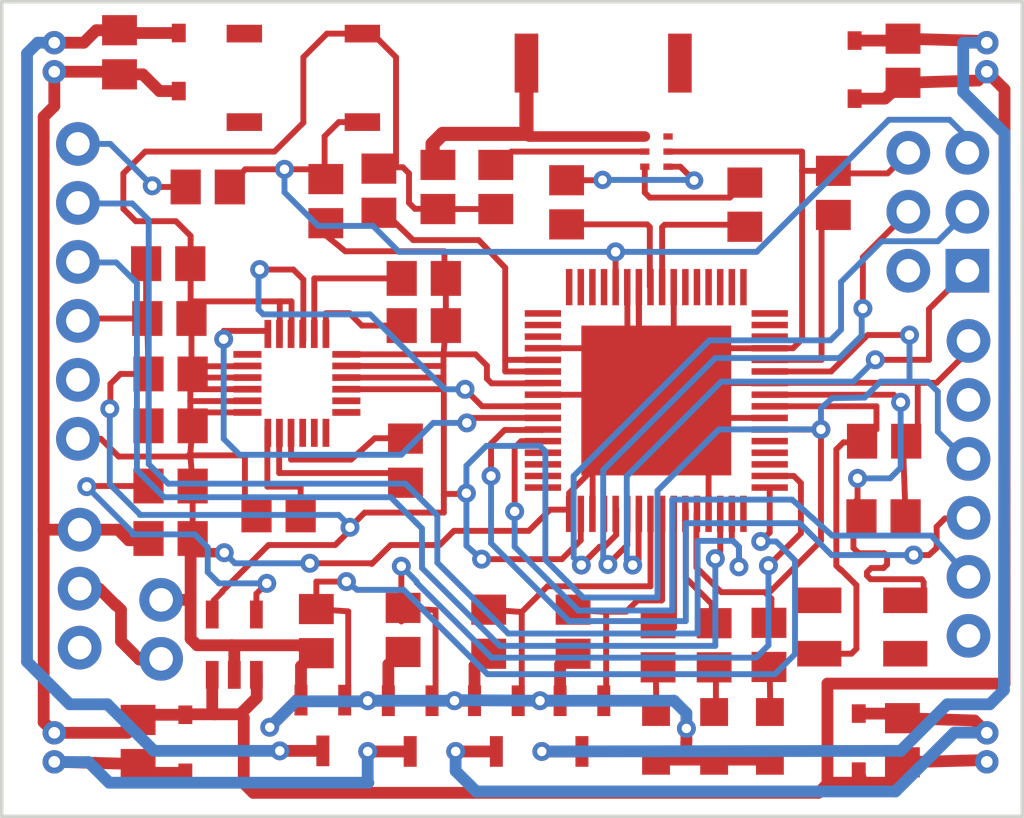
<source format=kicad_pcb>
(kicad_pcb (version 20171130) (host pcbnew "(5.1.4)-1")

  (general
    (thickness 1.6)
    (drawings 4)
    (tracks 750)
    (zones 0)
    (modules 58)
    (nets 81)
  )

  (page A4)
  (layers
    (0 Top signal)
    (1 Route2 signal)
    (2 Route3 signal)
    (3 Route4 signal)
    (4 Route5 signal)
    (5 Route6 signal)
    (6 Route7 signal)
    (7 Route8 signal)
    (8 Route9 signal)
    (9 Route10 signal)
    (10 Route11 signal)
    (11 Route12 signal)
    (12 Route13 signal)
    (13 Route14 signal)
    (14 Route15 signal)
    (31 Bottom signal)
    (32 B.Adhes user)
    (33 F.Adhes user)
    (34 B.Paste user)
    (35 F.Paste user)
    (36 B.SilkS user)
    (37 F.SilkS user)
    (38 B.Mask user)
    (39 F.Mask user)
    (40 Dwgs.User user hide)
    (41 Cmts.User user)
    (42 Eco1.User user)
    (43 Eco2.User user)
    (44 Edge.Cuts user)
    (45 Margin user)
    (46 B.CrtYd user)
    (47 F.CrtYd user)
    (48 B.Fab user)
    (49 F.Fab user)
  )

  (setup
    (last_trace_width 0.25)
    (trace_clearance 0.1524)
    (zone_clearance 0.508)
    (zone_45_only no)
    (trace_min 0.2)
    (via_size 0.8)
    (via_drill 0.4)
    (via_min_size 0.4)
    (via_min_drill 0.3)
    (uvia_size 0.3)
    (uvia_drill 0.1)
    (uvias_allowed no)
    (uvia_min_size 0.2)
    (uvia_min_drill 0.1)
    (edge_width 0.05)
    (segment_width 0.2)
    (pcb_text_width 0.3)
    (pcb_text_size 1.5 1.5)
    (mod_edge_width 0.12)
    (mod_text_size 1 1)
    (mod_text_width 0.15)
    (pad_size 1.524 1.524)
    (pad_drill 0.762)
    (pad_to_mask_clearance 0.051)
    (solder_mask_min_width 0.25)
    (aux_axis_origin 0 0)
    (visible_elements 7FFFFFFF)
    (pcbplotparams
      (layerselection 0x010fc_ffffffff)
      (usegerberextensions false)
      (usegerberattributes false)
      (usegerberadvancedattributes false)
      (creategerberjobfile false)
      (excludeedgelayer true)
      (linewidth 0.100000)
      (plotframeref false)
      (viasonmask false)
      (mode 1)
      (useauxorigin false)
      (hpglpennumber 1)
      (hpglpenspeed 20)
      (hpglpendiameter 15.000000)
      (psnegative false)
      (psa4output false)
      (plotreference true)
      (plotvalue true)
      (plotinvisibletext false)
      (padsonsilk false)
      (subtractmaskfromsilk false)
      (outputformat 1)
      (mirror false)
      (drillshape 1)
      (scaleselection 1)
      (outputdirectory ""))
  )

  (net 0 "")
  (net 1 GND)
  (net 2 3.3V)
  (net 3 "Net-(U1-Pad64)")
  (net 4 "Net-(U1-Pad63)")
  (net 5 "Net-(U1-Pad62)")
  (net 6 "Net-(C1-Pad1)")
  (net 7 "Net-(C5-Pad1)")
  (net 8 "Net-(C6-Pad1)")
  (net 9 "Net-(U1-Pad53)")
  (net 10 "Net-(U1-Pad52)")
  (net 11 "Net-(U1-Pad51)")
  (net 12 /PE4)
  (net 13 /PE3)
  (net 14 "Net-(U1-Pad48)")
  (net 15 /TX0)
  (net 16 /RX0)
  (net 17 /PB7)
  (net 18 /PB6)
  (net 19 /PB5)
  (net 20 /PB4)
  (net 21 /MISO)
  (net 22 /MOSI)
  (net 23 /SCK)
  (net 24 "Net-(U1-Pad36)")
  (net 25 "Net-(U1-Pad32)")
  (net 26 "Net-(U1-Pad31)")
  (net 27 "Net-(U1-Pad30)")
  (net 28 "Net-(U1-Pad29)")
  (net 29 /TX1)
  (net 30 /RX1)
  (net 31 /SDA)
  (net 32 /SCL)
  (net 33 "Net-(C2-Pad1)")
  (net 34 "Net-(U1-Pad19)")
  (net 35 "Net-(U1-Pad18)")
  (net 36 "Net-(U1-Pad17)")
  (net 37 "Net-(U1-Pad16)")
  (net 38 "Net-(U1-Pad15)")
  (net 39 "Net-(U1-Pad14)")
  (net 40 "Net-(U1-Pad13)")
  (net 41 /RESET)
  (net 42 "Net-(C17-Pad2)")
  (net 43 "Net-(C16-Pad1)")
  (net 44 "Net-(U1-Pad6)")
  (net 45 "Net-(U1-Pad5)")
  (net 46 "Net-(U1-Pad4)")
  (net 47 "Net-(U1-Pad3)")
  (net 48 "Net-(U1-Pad2)")
  (net 49 "Net-(U1-Pad1)")
  (net 50 "Net-(B1-Pad4)")
  (net 51 "Net-(B1-Pad3)")
  (net 52 "Net-(B1-Pad2)")
  (net 53 /RFANT)
  (net 54 "Net-(J1-Pad2)")
  (net 55 "Net-(JP9-PadCTS)")
  (net 56 "Net-(C15-Pad1)")
  (net 57 "Net-(C7-Pad2)")
  (net 58 /VBAT)
  (net 59 "Net-(C8-Pad2)")
  (net 60 "Net-(C13-Pad2)")
  (net 61 "Net-(C14-Pad2)")
  (net 62 "Net-(JP3-Pad2)")
  (net 63 "Net-(C12-Pad1)")
  (net 64 "Net-(R10-Pad1)")
  (net 65 "Net-(R3-Pad1)")
  (net 66 "Net-(U4-Pad14)")
  (net 67 "Net-(U4-Pad13)")
  (net 68 "Net-(U4-Pad12)")
  (net 69 "Net-(U4-Pad11)")
  (net 70 "Net-(U4-Pad10)")
  (net 71 "Net-(C25-Pad1)")
  (net 72 "Net-(C25-Pad2)")
  (net 73 "Net-(C26-Pad2)")
  (net 74 "Net-(U4-Pad1)")
  (net 75 "Net-(S2-Pad1)")
  (net 76 "Net-(JP2-PadCTS)")
  (net 77 "Net-(JP2-PadDTR)")
  (net 78 "Net-(BOT1-PadA)")
  (net 79 "Net-(ARM1-PadA)")
  (net 80 "Net-(PWR1-PadA)")

  (net_class Default "This is the default net class."
    (clearance 0.1524)
    (trace_width 0.25)
    (via_dia 0.8)
    (via_drill 0.4)
    (uvia_dia 0.3)
    (uvia_drill 0.1)
    (add_net /MISO)
    (add_net /MOSI)
    (add_net /PB4)
    (add_net /PB5)
    (add_net /PB6)
    (add_net /PB7)
    (add_net /PE3)
    (add_net /PE4)
    (add_net /RESET)
    (add_net /RFANT)
    (add_net /RX0)
    (add_net /RX1)
    (add_net /SCK)
    (add_net /SCL)
    (add_net /SDA)
    (add_net /TX0)
    (add_net /TX1)
    (add_net /VBAT)
    (add_net 3.3V)
    (add_net GND)
    (add_net "Net-(ARM1-PadA)")
    (add_net "Net-(B1-Pad2)")
    (add_net "Net-(B1-Pad3)")
    (add_net "Net-(B1-Pad4)")
    (add_net "Net-(BOT1-PadA)")
    (add_net "Net-(C1-Pad1)")
    (add_net "Net-(C12-Pad1)")
    (add_net "Net-(C13-Pad2)")
    (add_net "Net-(C14-Pad2)")
    (add_net "Net-(C15-Pad1)")
    (add_net "Net-(C16-Pad1)")
    (add_net "Net-(C17-Pad2)")
    (add_net "Net-(C2-Pad1)")
    (add_net "Net-(C25-Pad1)")
    (add_net "Net-(C25-Pad2)")
    (add_net "Net-(C26-Pad2)")
    (add_net "Net-(C5-Pad1)")
    (add_net "Net-(C6-Pad1)")
    (add_net "Net-(C7-Pad2)")
    (add_net "Net-(C8-Pad2)")
    (add_net "Net-(J1-Pad2)")
    (add_net "Net-(JP2-PadCTS)")
    (add_net "Net-(JP2-PadDTR)")
    (add_net "Net-(JP3-Pad2)")
    (add_net "Net-(JP9-PadCTS)")
    (add_net "Net-(PWR1-PadA)")
    (add_net "Net-(R10-Pad1)")
    (add_net "Net-(R3-Pad1)")
    (add_net "Net-(S2-Pad1)")
    (add_net "Net-(U1-Pad1)")
    (add_net "Net-(U1-Pad13)")
    (add_net "Net-(U1-Pad14)")
    (add_net "Net-(U1-Pad15)")
    (add_net "Net-(U1-Pad16)")
    (add_net "Net-(U1-Pad17)")
    (add_net "Net-(U1-Pad18)")
    (add_net "Net-(U1-Pad19)")
    (add_net "Net-(U1-Pad2)")
    (add_net "Net-(U1-Pad29)")
    (add_net "Net-(U1-Pad3)")
    (add_net "Net-(U1-Pad30)")
    (add_net "Net-(U1-Pad31)")
    (add_net "Net-(U1-Pad32)")
    (add_net "Net-(U1-Pad36)")
    (add_net "Net-(U1-Pad4)")
    (add_net "Net-(U1-Pad48)")
    (add_net "Net-(U1-Pad5)")
    (add_net "Net-(U1-Pad51)")
    (add_net "Net-(U1-Pad52)")
    (add_net "Net-(U1-Pad53)")
    (add_net "Net-(U1-Pad6)")
    (add_net "Net-(U1-Pad62)")
    (add_net "Net-(U1-Pad63)")
    (add_net "Net-(U1-Pad64)")
    (add_net "Net-(U4-Pad1)")
    (add_net "Net-(U4-Pad10)")
    (add_net "Net-(U4-Pad11)")
    (add_net "Net-(U4-Pad12)")
    (add_net "Net-(U4-Pad13)")
    (add_net "Net-(U4-Pad14)")
  )

  (module quadcopterJorge:ANTENNA-CHIP5 (layer Top) (tedit 5DCE6AFB) (tstamp 5DC900A2)
    (at 152.4254 90.1065)
    (path /EA64C37F)
    (fp_text reference "" (at 0 0) (layer F.SilkS)
      (effects (font (size 1.27 1.27) (thickness 0.15)))
    )
    (fp_text value "" (at 0 0) (layer F.SilkS)
      (effects (font (size 1.27 1.27) (thickness 0.15)))
    )
    (fp_poly (pts (xy -4 -1.4) (xy 4 -1.4) (xy 4 1.4) (xy -4 1.4)) (layer F.CrtYd) (width 0.1))
    (pad FEED smd rect (at -3.302 0 180) (size 1.016 2.54) (layers Top F.Paste F.Mask)
      (net 53 /RFANT) (solder_mask_margin 0.1016))
    (pad NC smd rect (at 3.302 0 180) (size 1.016 2.54) (layers Top F.Paste F.Mask)
      (solder_mask_margin 0.1016))
  )

  (module quadcopterJorge:BALUN-0805 (layer Top) (tedit 5DCE655C) (tstamp 5DC900AF)
    (at 154.7114 93.9165 270)
    (descr "<h3>Balun - 0805 Package</h3>\n<p>Transformer to convert an unbalanced signal to a balenced one, or vice-versa.</p>\n<p><a href=\"http://katalog.we-online.de/pbs/datasheet/748421245.pdf\">Example Datasheet</a></p>")
    (path /A14A3ED5)
    (fp_text reference "" (at 0 0 270) (layer F.SilkS)
      (effects (font (size 1.27 1.27) (thickness 0.15)))
    )
    (fp_text value "" (at 0 0 270) (layer F.SilkS)
      (effects (font (size 1.27 1.27) (thickness 0.15)))
    )
    (fp_poly (pts (xy -1.3 -0.9) (xy 1.3 -0.9) (xy 1.3 0.9) (xy -1.3 0.9)) (layer F.CrtYd) (width 0.1))
    (pad 4 smd rect (at 0.65 -0.505 270) (size 0.27 0.4) (layers Top F.Paste F.Mask)
      (net 50 "Net-(B1-Pad4)") (solder_mask_margin 0.1016))
    (pad 5 smd rect (at 0 -0.505 270) (size 0.27 0.4) (layers Top F.Paste F.Mask)
      (net 1 GND) (solder_mask_margin 0.1016))
    (pad 6 smd rect (at -0.65 -0.505 270) (size 0.27 0.4) (layers Top F.Paste F.Mask)
      (solder_mask_margin 0.1016))
    (pad 3 smd rect (at 0.65 0.495 270) (size 0.27 0.4) (layers Top F.Paste F.Mask)
      (net 51 "Net-(B1-Pad3)") (solder_mask_margin 0.1016))
    (pad 2 smd rect (at 0 0.495 270) (size 0.27 0.4) (layers Top F.Paste F.Mask)
      (net 52 "Net-(B1-Pad2)") (solder_mask_margin 0.1016))
    (pad 1 smd rect (at -0.65 0.495 270) (size 0.27 0.4) (layers Top F.Paste F.Mask)
      (net 53 /RFANT) (solder_mask_margin 0.1016))
  )

  (module quadcopterJorge:C0805 (layer Top) (tedit 5DCE6588) (tstamp 5DC900C6)
    (at 162.3314 95.6945 90)
    (descr <b>CAPACITOR</b><p>)
    (path /C8E3AF05)
    (fp_text reference "" (at 0 0 90) (layer F.SilkS)
      (effects (font (size 1.27 1.27) (thickness 0.15)))
    )
    (fp_text value "" (at 0 0 90) (layer F.SilkS)
      (effects (font (size 1.27 1.27) (thickness 0.15)))
    )
    (fp_poly (pts (xy -2 -1) (xy 2 -1) (xy 2 1) (xy -2 1)) (layer F.CrtYd) (width 0.1))
    (pad 2 smd rect (at 0.95 0 90) (size 1.3 1.5) (layers Top F.Paste F.Mask)
      (net 1 GND) (solder_mask_margin 0.1016))
    (pad 1 smd rect (at -0.95 0 90) (size 1.3 1.5) (layers Top F.Paste F.Mask)
      (net 6 "Net-(C1-Pad1)") (solder_mask_margin 0.1016))
  )

  (module quadcopterJorge:C0805 (layer Top) (tedit 5DCE6588) (tstamp 5DC900D4)
    (at 133.8072 105.7275)
    (descr <b>CAPACITOR</b><p>)
    (path /F9611745)
    (fp_text reference "" (at 0 0) (layer F.SilkS)
      (effects (font (size 1.27 1.27) (thickness 0.15)))
    )
    (fp_text value "" (at 0 0) (layer F.SilkS)
      (effects (font (size 1.27 1.27) (thickness 0.15)))
    )
    (fp_poly (pts (xy -2 -1) (xy 2 -1) (xy 2 1) (xy -2 1)) (layer F.CrtYd) (width 0.1))
    (pad 2 smd rect (at 0.95 0) (size 1.3 1.5) (layers Top F.Paste F.Mask)
      (net 1 GND) (solder_mask_margin 0.1016))
    (pad 1 smd rect (at -0.95 0) (size 1.3 1.5) (layers Top F.Paste F.Mask)
      (net 2 3.3V) (solder_mask_margin 0.1016))
  )

  (module quadcopterJorge:C0805 (layer Top) (tedit 5DCE6588) (tstamp 5DC900E2)
    (at 147.8026 95.4405 270)
    (descr <b>CAPACITOR</b><p>)
    (path /863C519D)
    (fp_text reference "" (at 0 0 270) (layer F.SilkS)
      (effects (font (size 1.27 1.27) (thickness 0.15)))
    )
    (fp_text value "" (at 0 0 270) (layer F.SilkS)
      (effects (font (size 1.27 1.27) (thickness 0.15)))
    )
    (fp_poly (pts (xy -2 -1) (xy 2 -1) (xy 2 1) (xy -2 1)) (layer F.CrtYd) (width 0.1))
    (pad 2 smd rect (at 0.95 0 270) (size 1.3 1.5) (layers Top F.Paste F.Mask)
      (net 1 GND) (solder_mask_margin 0.1016))
    (pad 1 smd rect (at -0.95 0 270) (size 1.3 1.5) (layers Top F.Paste F.Mask)
      (net 52 "Net-(B1-Pad2)") (solder_mask_margin 0.1016))
  )

  (module quadcopterJorge:C0805 (layer Top) (tedit 5DCE6588) (tstamp 5DC900F0)
    (at 133.8072 108.3183)
    (descr <b>CAPACITOR</b><p>)
    (path /A436D0BD)
    (fp_text reference "" (at 0 0) (layer F.SilkS)
      (effects (font (size 1.27 1.27) (thickness 0.15)))
    )
    (fp_text value "" (at 0 0) (layer F.SilkS)
      (effects (font (size 1.27 1.27) (thickness 0.15)))
    )
    (fp_poly (pts (xy -2 -1) (xy 2 -1) (xy 2 1) (xy -2 1)) (layer F.CrtYd) (width 0.1))
    (pad 2 smd rect (at 0.95 0) (size 1.3 1.5) (layers Top F.Paste F.Mask)
      (net 1 GND) (solder_mask_margin 0.1016))
    (pad 1 smd rect (at -0.95 0) (size 1.3 1.5) (layers Top F.Paste F.Mask)
      (net 63 "Net-(C12-Pad1)") (solder_mask_margin 0.1016))
  )

  (module quadcopterJorge:C0805 (layer Top) (tedit 5DCE6588) (tstamp 5DC900FE)
    (at 135.4074 95.4405)
    (descr <b>CAPACITOR</b><p>)
    (path /C65B0EAD)
    (fp_text reference "" (at 0 0) (layer F.SilkS)
      (effects (font (size 1.27 1.27) (thickness 0.15)))
    )
    (fp_text value "" (at 0 0) (layer F.SilkS)
      (effects (font (size 1.27 1.27) (thickness 0.15)))
    )
    (fp_poly (pts (xy -2 -1) (xy 2 -1) (xy 2 1) (xy -2 1)) (layer F.CrtYd) (width 0.1))
    (pad 2 smd rect (at 0.95 0) (size 1.3 1.5) (layers Top F.Paste F.Mask)
      (net 41 /RESET) (solder_mask_margin 0.1016))
    (pad 1 smd rect (at -0.95 0) (size 1.3 1.5) (layers Top F.Paste F.Mask)
      (net 56 "Net-(C15-Pad1)") (solder_mask_margin 0.1016))
  )

  (module quadcopterJorge:C0805 (layer Top) (tedit 5DCE6588) (tstamp 5DC9010C)
    (at 158.5214 96.2025 90)
    (descr <b>CAPACITOR</b><p>)
    (path /4CA4B545)
    (fp_text reference "" (at 0 0 90) (layer F.SilkS)
      (effects (font (size 1.27 1.27) (thickness 0.15)))
    )
    (fp_text value "" (at 0 0 90) (layer F.SilkS)
      (effects (font (size 1.27 1.27) (thickness 0.15)))
    )
    (fp_poly (pts (xy -2 -1) (xy 2 -1) (xy 2 1) (xy -2 1)) (layer F.CrtYd) (width 0.1))
    (pad 2 smd rect (at 0.95 0 90) (size 1.3 1.5) (layers Top F.Paste F.Mask)
      (net 51 "Net-(B1-Pad3)") (solder_mask_margin 0.1016))
    (pad 1 smd rect (at -0.95 0 90) (size 1.3 1.5) (layers Top F.Paste F.Mask)
      (net 43 "Net-(C16-Pad1)") (solder_mask_margin 0.1016))
  )

  (module quadcopterJorge:C0805 (layer Top) (tedit 5DCE6588) (tstamp 5DC9011A)
    (at 150.8506 96.1009 270)
    (descr <b>CAPACITOR</b><p>)
    (path /57A7EDF6)
    (fp_text reference "" (at 0 0 270) (layer F.SilkS)
      (effects (font (size 1.27 1.27) (thickness 0.15)))
    )
    (fp_text value "" (at 0 0 270) (layer F.SilkS)
      (effects (font (size 1.27 1.27) (thickness 0.15)))
    )
    (fp_poly (pts (xy -2 -1) (xy 2 -1) (xy 2 1) (xy -2 1)) (layer F.CrtYd) (width 0.1))
    (pad 2 smd rect (at 0.95 0 270) (size 1.3 1.5) (layers Top F.Paste F.Mask)
      (net 42 "Net-(C17-Pad2)") (solder_mask_margin 0.1016))
    (pad 1 smd rect (at -0.95 0 270) (size 1.3 1.5) (layers Top F.Paste F.Mask)
      (net 50 "Net-(B1-Pad4)") (solder_mask_margin 0.1016))
  )

  (module quadcopterJorge:C0805 (layer Top) (tedit 5DCE6588) (tstamp 5DC90128)
    (at 142.7734 95.6 90)
    (descr <b>CAPACITOR</b><p>)
    (path /AC671DB5)
    (fp_text reference "" (at 0 0 90) (layer F.SilkS)
      (effects (font (size 1.27 1.27) (thickness 0.15)))
    )
    (fp_text value "" (at 0 0 90) (layer F.SilkS)
      (effects (font (size 1.27 1.27) (thickness 0.15)))
    )
    (fp_poly (pts (xy -2 -1) (xy 2 -1) (xy 2 1) (xy -2 1)) (layer F.CrtYd) (width 0.1))
    (pad 2 smd rect (at 0.95 0 90) (size 1.3 1.5) (layers Top F.Paste F.Mask)
      (net 1 GND) (solder_mask_margin 0.1016))
    (pad 1 smd rect (at -0.95 0 90) (size 1.3 1.5) (layers Top F.Paste F.Mask)
      (net 33 "Net-(C2-Pad1)") (solder_mask_margin 0.1016))
  )

  (module quadcopterJorge:C0805 (layer Top) (tedit 5DCE6588) (tstamp 5DC90136)
    (at 133.8072 110.5789)
    (descr <b>CAPACITOR</b><p>)
    (path /88B3C59D)
    (fp_text reference "" (at 0 0) (layer F.SilkS)
      (effects (font (size 1.27 1.27) (thickness 0.15)))
    )
    (fp_text value "" (at 0 0) (layer F.SilkS)
      (effects (font (size 1.27 1.27) (thickness 0.15)))
    )
    (fp_poly (pts (xy -2 -1) (xy 2 -1) (xy 2 1) (xy -2 1)) (layer F.CrtYd) (width 0.1))
    (pad 2 smd rect (at 0.95 0) (size 1.3 1.5) (layers Top F.Paste F.Mask)
      (net 1 GND) (solder_mask_margin 0.1016))
    (pad 1 smd rect (at -0.95 0) (size 1.3 1.5) (layers Top F.Paste F.Mask)
      (net 58 /VBAT) (solder_mask_margin 0.1016))
  )

  (module quadcopterJorge:C0805 (layer Top) (tedit 5DCE6588) (tstamp 5DC90144)
    (at 133.8072 103.4923)
    (descr <b>CAPACITOR</b><p>)
    (path /ECDD94AD)
    (fp_text reference "" (at 0 0) (layer F.SilkS)
      (effects (font (size 1.27 1.27) (thickness 0.15)))
    )
    (fp_text value "" (at 0 0) (layer F.SilkS)
      (effects (font (size 1.27 1.27) (thickness 0.15)))
    )
    (fp_poly (pts (xy -2 -1) (xy 2 -1) (xy 2 1) (xy -2 1)) (layer F.CrtYd) (width 0.1))
    (pad 2 smd rect (at 0.95 0) (size 1.3 1.5) (layers Top F.Paste F.Mask)
      (net 1 GND) (solder_mask_margin 0.1016))
    (pad 1 smd rect (at -0.95 0) (size 1.3 1.5) (layers Top F.Paste F.Mask)
      (net 2 3.3V) (solder_mask_margin 0.1016))
  )

  (module quadcopterJorge:C0805 (layer Top) (tedit 5DCE6588) (tstamp 5DC90152)
    (at 164.4904 109.6391)
    (descr <b>CAPACITOR</b><p>)
    (path /40EB53D4)
    (fp_text reference "" (at 0 0) (layer F.SilkS)
      (effects (font (size 1.27 1.27) (thickness 0.15)))
    )
    (fp_text value "" (at 0 0) (layer F.SilkS)
      (effects (font (size 1.27 1.27) (thickness 0.15)))
    )
    (fp_poly (pts (xy -2 -1) (xy 2 -1) (xy 2 1) (xy -2 1)) (layer F.CrtYd) (width 0.1))
    (pad 2 smd rect (at 0.95 0) (size 1.3 1.5) (layers Top F.Paste F.Mask)
      (net 1 GND) (solder_mask_margin 0.1016))
    (pad 1 smd rect (at -0.95 0) (size 1.3 1.5) (layers Top F.Paste F.Mask)
      (net 7 "Net-(C5-Pad1)") (solder_mask_margin 0.1016))
  )

  (module quadcopterJorge:C0805 (layer Top) (tedit 5DCE6588) (tstamp 5DC90160)
    (at 164.5158 106.3879)
    (descr <b>CAPACITOR</b><p>)
    (path /EF4A0B26)
    (fp_text reference "" (at 0 0) (layer F.SilkS)
      (effects (font (size 1.27 1.27) (thickness 0.15)))
    )
    (fp_text value "" (at 0 0) (layer F.SilkS)
      (effects (font (size 1.27 1.27) (thickness 0.15)))
    )
    (fp_poly (pts (xy -2 -1) (xy 2 -1) (xy 2 1) (xy -2 1)) (layer F.CrtYd) (width 0.1))
    (pad 2 smd rect (at 0.95 0) (size 1.3 1.5) (layers Top F.Paste F.Mask)
      (net 1 GND) (solder_mask_margin 0.1016))
    (pad 1 smd rect (at -0.95 0) (size 1.3 1.5) (layers Top F.Paste F.Mask)
      (net 8 "Net-(C6-Pad1)") (solder_mask_margin 0.1016))
  )

  (module quadcopterJorge:C0805 (layer Top) (tedit 5DCE6588) (tstamp 5DC9016E)
    (at 145.3134 95.4405 90)
    (descr <b>CAPACITOR</b><p>)
    (path /E301BF82)
    (fp_text reference "" (at 0 0 90) (layer F.SilkS)
      (effects (font (size 1.27 1.27) (thickness 0.15)))
    )
    (fp_text value "" (at 0 0 90) (layer F.SilkS)
      (effects (font (size 1.27 1.27) (thickness 0.15)))
    )
    (fp_poly (pts (xy -2 -1) (xy 2 -1) (xy 2 1) (xy -2 1)) (layer F.CrtYd) (width 0.1))
    (pad 2 smd rect (at 0.95 0 90) (size 1.3 1.5) (layers Top F.Paste F.Mask)
      (net 53 /RFANT) (solder_mask_margin 0.1016))
    (pad 1 smd rect (at -0.95 0 90) (size 1.3 1.5) (layers Top F.Paste F.Mask)
      (net 1 GND) (solder_mask_margin 0.1016))
  )

  (module quadcopterJorge:CHIP-LED0805 (layer Top) (tedit 5DCE6B13) (tstamp 5DC9017C)
    (at 159.6 119.1 180)
    (descr "<b>Hyper CHIPLED Hyper-Bright LED</b><p>\nLB R99A<br>\nSource: http://www.osram.convergy.de/ ... lb_r99a.pdf")
    (path /D9B9D322)
    (fp_text reference "" (at 0 0 180) (layer F.SilkS)
      (effects (font (size 1.27 1.27) (thickness 0.15)))
    )
    (fp_text value "" (at 0 0 180) (layer F.SilkS)
      (effects (font (size 1.27 1.27) (thickness 0.15)))
    )
    (fp_poly (pts (xy -0.8 -1.8) (xy 0.8 -1.8) (xy 0.8 1.8) (xy -0.8 1.8)) (layer F.CrtYd) (width 0.1))
    (pad A smd rect (at 0 1.05 180) (size 1.2 1.2) (layers Top F.Paste F.Mask)
      (net 80 "Net-(PWR1-PadA)") (solder_mask_margin 0.1016))
    (pad C smd rect (at 0 -1.05 180) (size 1.2 1.2) (layers Top F.Paste F.Mask)
      (net 1 GND) (solder_mask_margin 0.1016))
  )

  (module quadcopterJorge:CHIP-LED0805 (layer Top) (tedit 5DCE6B13) (tstamp 5DC90188)
    (at 157.2 119.1 180)
    (descr "<b>Hyper CHIPLED Hyper-Bright LED</b><p>\nLB R99A<br>\nSource: http://www.osram.convergy.de/ ... lb_r99a.pdf")
    (path /2B5E229B)
    (fp_text reference "" (at 0 0 180) (layer F.SilkS)
      (effects (font (size 1.27 1.27) (thickness 0.15)))
    )
    (fp_text value "" (at 0 0 180) (layer F.SilkS)
      (effects (font (size 1.27 1.27) (thickness 0.15)))
    )
    (fp_poly (pts (xy -0.8 -1.8) (xy 0.8 -1.8) (xy 0.8 1.8) (xy -0.8 1.8)) (layer F.CrtYd) (width 0.1))
    (pad A smd rect (at 0 1.05 180) (size 1.2 1.2) (layers Top F.Paste F.Mask)
      (net 78 "Net-(BOT1-PadA)") (solder_mask_margin 0.1016))
    (pad C smd rect (at 0 -1.05 180) (size 1.2 1.2) (layers Top F.Paste F.Mask)
      (net 1 GND) (solder_mask_margin 0.1016))
  )

  (module quadcopterJorge:CHIP-LED0805 (layer Top) (tedit 5DCE6B13) (tstamp 5DC90194)
    (at 154.7 119.1 180)
    (descr "<b>Hyper CHIPLED Hyper-Bright LED</b><p>\nLB R99A<br>\nSource: http://www.osram.convergy.de/ ... lb_r99a.pdf")
    (path /2D72AB37)
    (fp_text reference "" (at 0 0 180) (layer F.SilkS)
      (effects (font (size 1.27 1.27) (thickness 0.15)))
    )
    (fp_text value "" (at 0 0 180) (layer F.SilkS)
      (effects (font (size 1.27 1.27) (thickness 0.15)))
    )
    (fp_poly (pts (xy -0.8 -1.8) (xy 0.8 -1.8) (xy 0.8 1.8) (xy -0.8 1.8)) (layer F.CrtYd) (width 0.1))
    (pad A smd rect (at 0 1.05 180) (size 1.2 1.2) (layers Top F.Paste F.Mask)
      (net 79 "Net-(ARM1-PadA)") (solder_mask_margin 0.1016))
    (pad C smd rect (at 0 -1.05 180) (size 1.2 1.2) (layers Top F.Paste F.Mask)
      (net 1 GND) (solder_mask_margin 0.1016))
  )

  (module quadcopterJorge:2X3-NS (layer Top) (tedit 5DCF25D3) (tstamp 5DC901A0)
    (at 166.8272 96.5073 90)
    (path /92F0590A)
    (fp_text reference "" (at 0 0 90) (layer F.SilkS)
      (effects (font (size 1.27 1.27) (thickness 0.15)))
    )
    (fp_text value "" (at 0 0 90) (layer F.SilkS)
      (effects (font (size 1.27 1.27) (thickness 0.15)))
    )
    (fp_poly (pts (xy -3.9 -2.7) (xy 3.9 -2.7) (xy 3.9 2.7) (xy -3.9 2.7)) (layer B.CrtYd) (width 0.1))
    (fp_poly (pts (xy -3.9 -2.7) (xy 3.9 -2.7) (xy 3.9 2.7) (xy -3.9 2.7)) (layer F.CrtYd) (width 0.1))
    (pad 6 thru_hole circle (at 2.54 -1.27 90) (size 1.8796 1.8796) (drill 1.016) (layers *.Cu *.Mask)
      (net 1 GND) (solder_mask_margin 0.1016))
    (pad 5 thru_hole circle (at 2.54 1.27 90) (size 1.8796 1.8796) (drill 1.016) (layers *.Cu *.Mask)
      (net 41 /RESET) (solder_mask_margin 0.1016))
    (pad 4 thru_hole circle (at 0 -1.27 90) (size 1.8796 1.8796) (drill 1.016) (layers *.Cu *.Mask)
      (net 22 /MOSI) (solder_mask_margin 0.1016))
    (pad 3 thru_hole circle (at 0 1.27 90) (size 1.8796 1.8796) (drill 1.016) (layers *.Cu *.Mask)
      (net 23 /SCK) (solder_mask_margin 0.1016))
    (pad 2 thru_hole circle (at -2.54 -1.27 90) (size 1.8796 1.8796) (drill 1.016) (layers *.Cu *.Mask)
      (net 54 "Net-(J1-Pad2)") (solder_mask_margin 0.1016))
    (pad 1 thru_hole rect (at -2.54 1.27 90) (size 1.8796 1.8796) (drill 1.016) (layers *.Cu *.Mask)
      (net 21 /MISO) (solder_mask_margin 0.1016))
  )

  (module quadcopterJorge:1X02 (layer Top) (tedit 5DCF25B9) (tstamp 5DC901C6)
    (at 133.4008 113.2205 270)
    (path /EC28632A)
    (fp_text reference "" (at 0 0 270) (layer F.SilkS)
      (effects (font (size 1.27 1.27) (thickness 0.15)))
    )
    (fp_text value "" (at 0 0 270) (layer F.SilkS)
      (effects (font (size 1.27 1.27) (thickness 0.15)))
    )
    (fp_poly (pts (xy -1.4 -1.4) (xy 3.9 -1.4) (xy 3.9 1.4) (xy -1.4 1.4)) (layer B.CrtYd) (width 0.1))
    (fp_poly (pts (xy -1.4 -1.4) (xy 3.9 -1.4) (xy 3.9 1.4) (xy -1.4 1.4)) (layer F.CrtYd) (width 0.1))
    (pad 2 thru_hole circle (at 2.54 0) (size 1.8796 1.8796) (drill 1.016) (layers *.Cu *.Mask)
      (net 62 "Net-(JP3-Pad2)") (solder_mask_margin 0.1016))
    (pad 1 thru_hole circle (at 0 0) (size 1.8796 1.8796) (drill 1.016) (layers *.Cu *.Mask)
      (net 1 GND) (solder_mask_margin 0.1016))
  )

  (module quadcopterJorge:FTDI_BASIC (layer Top) (tedit 5DCF2629) (tstamp 5DC901DB)
    (at 129.8194 93.5863 270)
    (path /9500817F)
    (fp_text reference "" (at 0 0 270) (layer F.SilkS)
      (effects (font (size 1.27 1.27) (thickness 0.15)))
    )
    (fp_text value "" (at 0 0 270) (layer F.SilkS)
      (effects (font (size 1.27 1.27) (thickness 0.15)))
    )
    (fp_poly (pts (xy -1.3 -1.3) (xy 14 -1.3) (xy 14 1.3) (xy -1.3 1.3)) (layer B.CrtYd) (width 0.1))
    (fp_poly (pts (xy -1.3 -1.3) (xy 14 -1.3) (xy 14 1.3) (xy -1.3 1.3)) (layer F.CrtYd) (width 0.1))
    (pad GND thru_hole circle (at 12.7 0) (size 1.8796 1.8796) (drill 1.016) (layers *.Cu *.Mask)
      (net 1 GND) (solder_mask_margin 0.1016))
    (pad CTS thru_hole circle (at 10.16 0) (size 1.8796 1.8796) (drill 1.016) (layers *.Cu *.Mask)
      (net 55 "Net-(JP9-PadCTS)") (solder_mask_margin 0.1016))
    (pad VCC thru_hole circle (at 7.62 0) (size 1.8796 1.8796) (drill 1.016) (layers *.Cu *.Mask)
      (net 2 3.3V) (solder_mask_margin 0.1016))
    (pad TXO thru_hole circle (at 5.08 0) (size 1.8796 1.8796) (drill 1.016) (layers *.Cu *.Mask)
      (net 16 /RX0) (solder_mask_margin 0.1016))
    (pad RXI thru_hole circle (at 2.54 0) (size 1.8796 1.8796) (drill 1.016) (layers *.Cu *.Mask)
      (net 15 /TX0) (solder_mask_margin 0.1016))
    (pad DTR thru_hole circle (at 0 0) (size 1.8796 1.8796) (drill 1.016) (layers *.Cu *.Mask)
      (net 56 "Net-(C15-Pad1)") (solder_mask_margin 0.1016))
  )

  (module quadcopterJorge:653002114822 (layer Top) (tedit 5DCF2602) (tstamp 5DC90212)
    (at 168.9354 119.5705 270)
    (descr "WR-WTB 1.25mm Male Vertical Shrouded Header, 2 Pins")
    (path /FD237801)
    (fp_text reference "" (at 0 0 270) (layer F.SilkS)
      (effects (font (size 1.27 1.27) (thickness 0.15)))
    )
    (fp_text value "" (at 0 0 270) (layer F.SilkS)
      (effects (font (size 1.27 1.27) (thickness 0.15)))
    )
    (fp_poly (pts (xy -1.3 -0.7) (xy 1.3 -0.7) (xy 1.3 0.7) (xy -1.3 0.7)) (layer B.CrtYd) (width 0.1))
    (fp_poly (pts (xy -2.3 -1.4) (xy 2.3 -1.4) (xy 2.3 2.2) (xy -2.3 2.2)) (layer F.CrtYd) (width 0.1))
    (pad 2 thru_hole circle (at -0.625 0 270) (size 1.008 1.008) (drill 0.5) (layers *.Cu *.Mask)
      (net 57 "Net-(C7-Pad2)") (solder_mask_margin 0.1016))
    (pad 1 thru_hole circle (at 0.625 0 270) (size 1.008 1.008) (drill 0.5) (layers *.Cu *.Mask)
      (net 58 /VBAT) (solder_mask_margin 0.1016))
  )

  (module quadcopterJorge:653002114822 (layer Top) (tedit 5DCF2602) (tstamp 5DC90221)
    (at 128.8034 89.8525 270)
    (descr "WR-WTB 1.25mm Male Vertical Shrouded Header, 2 Pins")
    (path /4C99C424)
    (fp_text reference "" (at 0 0 270) (layer F.SilkS)
      (effects (font (size 1.27 1.27) (thickness 0.15)))
    )
    (fp_text value "" (at 0 0 270) (layer F.SilkS)
      (effects (font (size 1.27 1.27) (thickness 0.15)))
    )
    (fp_poly (pts (xy -1.3 -0.7) (xy 1.3 -0.7) (xy 1.3 0.7) (xy -1.3 0.7)) (layer B.CrtYd) (width 0.1))
    (fp_poly (pts (xy -2.3 -1.4) (xy 2.3 -1.4) (xy 2.3 2.2) (xy -2.3 2.2)) (layer F.CrtYd) (width 0.1))
    (pad 2 thru_hole circle (at -0.625 0 270) (size 1.008 1.008) (drill 0.5) (layers *.Cu *.Mask)
      (net 59 "Net-(C8-Pad2)") (solder_mask_margin 0.1016))
    (pad 1 thru_hole circle (at 0.625 0 270) (size 1.008 1.008) (drill 0.5) (layers *.Cu *.Mask)
      (net 58 /VBAT) (solder_mask_margin 0.1016))
  )

  (module quadcopterJorge:653002114822 (layer Top) (tedit 5DCF2602) (tstamp 5DC90230)
    (at 128.8034 119.5705 90)
    (descr "WR-WTB 1.25mm Male Vertical Shrouded Header, 2 Pins")
    (path /27E031B9)
    (fp_text reference "" (at 0 0 90) (layer F.SilkS)
      (effects (font (size 1.27 1.27) (thickness 0.15)))
    )
    (fp_text value "" (at 0 0 90) (layer F.SilkS)
      (effects (font (size 1.27 1.27) (thickness 0.15)))
    )
    (fp_poly (pts (xy -1.3 -0.7) (xy 1.3 -0.7) (xy 1.3 0.7) (xy -1.3 0.7)) (layer B.CrtYd) (width 0.1))
    (fp_poly (pts (xy -2.3 -1.4) (xy 2.3 -1.4) (xy 2.3 2.2) (xy -2.3 2.2)) (layer F.CrtYd) (width 0.1))
    (pad 2 thru_hole circle (at -0.625 0 90) (size 1.008 1.008) (drill 0.5) (layers *.Cu *.Mask)
      (net 60 "Net-(C13-Pad2)") (solder_mask_margin 0.1016))
    (pad 1 thru_hole circle (at 0.625 0 90) (size 1.008 1.008) (drill 0.5) (layers *.Cu *.Mask)
      (net 58 /VBAT) (solder_mask_margin 0.1016))
  )

  (module quadcopterJorge:653002114822 (layer Top) (tedit 5DCF2602) (tstamp 5DC9023F)
    (at 168.9354 89.8525 270)
    (descr "WR-WTB 1.25mm Male Vertical Shrouded Header, 2 Pins")
    (path /DCB17BD7)
    (fp_text reference "" (at 0 0 270) (layer F.SilkS)
      (effects (font (size 1.27 1.27) (thickness 0.15)))
    )
    (fp_text value "" (at 0 0 270) (layer F.SilkS)
      (effects (font (size 1.27 1.27) (thickness 0.15)))
    )
    (fp_poly (pts (xy -1.3 -0.7) (xy 1.3 -0.7) (xy 1.3 0.7) (xy -1.3 0.7)) (layer B.CrtYd) (width 0.1))
    (fp_poly (pts (xy -2.3 -1.4) (xy 2.3 -1.4) (xy 2.3 2.2) (xy -2.3 2.2)) (layer F.CrtYd) (width 0.1))
    (pad 2 thru_hole circle (at -0.625 0 270) (size 1.008 1.008) (drill 0.5) (layers *.Cu *.Mask)
      (net 61 "Net-(C14-Pad2)") (solder_mask_margin 0.1016))
    (pad 1 thru_hole circle (at 0.625 0 270) (size 1.008 1.008) (drill 0.5) (layers *.Cu *.Mask)
      (net 58 /VBAT) (solder_mask_margin 0.1016))
  )

  (module quadcopterJorge:R0805 (layer Top) (tedit 5DCE67E6) (tstamp 5DC9024E)
    (at 140.4874 96.0501 270)
    (descr <b>RESISTOR</b><p>)
    (path /5FC72806)
    (fp_text reference "" (at 0 0 270) (layer F.SilkS)
      (effects (font (size 1.27 1.27) (thickness 0.15)))
    )
    (fp_text value "" (at 0 0 270) (layer F.SilkS)
      (effects (font (size 1.27 1.27) (thickness 0.15)))
    )
    (fp_poly (pts (xy -2 -1) (xy 2 -1) (xy 2 1) (xy -2 1)) (layer F.CrtYd) (width 0.1))
    (pad 2 smd rect (at 0.95 0 270) (size 1.3 1.5) (layers Top F.Paste F.Mask)
      (net 2 3.3V) (solder_mask_margin 0.1016))
    (pad 1 smd rect (at -0.95 0 270) (size 1.3 1.5) (layers Top F.Paste F.Mask)
      (net 41 /RESET) (solder_mask_margin 0.1016))
  )

  (module quadcopterJorge:R0805 (layer Top) (tedit 5DCE67E6) (tstamp 5DC9025C)
    (at 159.56 115.16 90)
    (descr <b>RESISTOR</b><p>)
    (path /3EF859C9)
    (fp_text reference "" (at 0 0 90) (layer F.SilkS)
      (effects (font (size 1.27 1.27) (thickness 0.15)))
    )
    (fp_text value "" (at 0 0 90) (layer F.SilkS)
      (effects (font (size 1.27 1.27) (thickness 0.15)))
    )
    (fp_poly (pts (xy -2 -1) (xy 2 -1) (xy 2 1) (xy -2 1)) (layer F.CrtYd) (width 0.1))
    (pad 2 smd rect (at 0.95 0 90) (size 1.3 1.5) (layers Top F.Paste F.Mask)
      (net 2 3.3V) (solder_mask_margin 0.1016))
    (pad 1 smd rect (at -0.95 0 90) (size 1.3 1.5) (layers Top F.Paste F.Mask)
      (net 80 "Net-(PWR1-PadA)") (solder_mask_margin 0.1016))
  )

  (module quadcopterJorge:R0805 (layer Top) (tedit 5DCE67E6) (tstamp 5DC9026A)
    (at 154.7876 115.1763 90)
    (descr <b>RESISTOR</b><p>)
    (path /71430D2B)
    (fp_text reference "" (at 0 0 90) (layer F.SilkS)
      (effects (font (size 1.27 1.27) (thickness 0.15)))
    )
    (fp_text value "" (at 0 0 90) (layer F.SilkS)
      (effects (font (size 1.27 1.27) (thickness 0.15)))
    )
    (fp_poly (pts (xy -2 -1) (xy 2 -1) (xy 2 1) (xy -2 1)) (layer F.CrtYd) (width 0.1))
    (pad 2 smd rect (at 0.95 0 90) (size 1.3 1.5) (layers Top F.Paste F.Mask)
      (net 18 /PB6) (solder_mask_margin 0.1016))
    (pad 1 smd rect (at -0.95 0 90) (size 1.3 1.5) (layers Top F.Paste F.Mask)
      (net 79 "Net-(ARM1-PadA)") (solder_mask_margin 0.1016))
  )

  (module quadcopterJorge:R0805 (layer Top) (tedit 5DCE67E6) (tstamp 5DC90278)
    (at 157.2006 115.1763 90)
    (descr <b>RESISTOR</b><p>)
    (path /A0406511)
    (fp_text reference "" (at 0 0 90) (layer F.SilkS)
      (effects (font (size 1.27 1.27) (thickness 0.15)))
    )
    (fp_text value "" (at 0 0 90) (layer F.SilkS)
      (effects (font (size 1.27 1.27) (thickness 0.15)))
    )
    (fp_poly (pts (xy -2 -1) (xy 2 -1) (xy 2 1) (xy -2 1)) (layer F.CrtYd) (width 0.1))
    (pad 2 smd rect (at 0.95 0 90) (size 1.3 1.5) (layers Top F.Paste F.Mask)
      (net 17 /PB7) (solder_mask_margin 0.1016))
    (pad 1 smd rect (at -0.95 0 90) (size 1.3 1.5) (layers Top F.Paste F.Mask)
      (net 78 "Net-(BOT1-PadA)") (solder_mask_margin 0.1016))
  )

  (module quadcopterJorge:TACTILE_SWITCH_SMD (layer Top) (tedit 5DCE6BB8) (tstamp 5DC90286)
    (at 139.5222 90.7415 180)
    (path /788C9994)
    (fp_text reference "" (at 0 0 180) (layer F.SilkS)
      (effects (font (size 1.27 1.27) (thickness 0.15)))
    )
    (fp_text value "" (at 0 0 180) (layer F.SilkS)
      (effects (font (size 1.27 1.27) (thickness 0.15)))
    )
    (fp_poly (pts (xy -3.5 -2.6) (xy 3.5 -2.6) (xy 3.5 2.6) (xy -3.5 2.6)) (layer F.CrtYd) (width 0.1))
    (pad 4 smd rect (at 2.54 1.905 270) (size 0.762 1.524) (layers Top F.Paste F.Mask)
      (solder_mask_margin 0.1016))
    (pad 3 smd rect (at -2.54 1.905 270) (size 0.762 1.524) (layers Top F.Paste F.Mask)
      (net 1 GND) (solder_mask_margin 0.1016))
    (pad 2 smd rect (at 2.54 -1.905 270) (size 0.762 1.524) (layers Top F.Paste F.Mask)
      (solder_mask_margin 0.1016))
    (pad 1 smd rect (at -2.54 -1.905 270) (size 0.762 1.524) (layers Top F.Paste F.Mask)
      (net 41 /RESET) (solder_mask_margin 0.1016))
  )

  (module quadcopterJorge:SOT23-DBV (layer Top) (tedit 5DCE6B96) (tstamp 5DC9029A)
    (at 136.5504 115.1509)
    (path /4E0AB7A9)
    (fp_text reference "" (at 0 0) (layer F.SilkS)
      (effects (font (size 1.27 1.27) (thickness 0.15)))
    )
    (fp_text value "" (at 0 0) (layer F.SilkS)
      (effects (font (size 1.27 1.27) (thickness 0.15)))
    )
    (fp_poly (pts (xy -1.5 -2) (xy 1.5 -2) (xy 1.5 2) (xy -1.5 2)) (layer F.CrtYd) (width 0.1))
    (pad 5 smd rect (at -0.95 -1.3) (size 0.55 1.2) (layers Top F.Paste F.Mask)
      (net 2 3.3V) (solder_mask_margin 0.1016))
    (pad 4 smd rect (at 0.95 -1.3) (size 0.55 1.2) (layers Top F.Paste F.Mask)
      (net 63 "Net-(C12-Pad1)") (solder_mask_margin 0.1016))
    (pad 3 smd rect (at 0.95 1.3) (size 0.55 1.2) (layers Top F.Paste F.Mask)
      (net 58 /VBAT) (solder_mask_margin 0.1016))
    (pad 2 smd rect (at 0 1.3) (size 0.55 1.2) (layers Top F.Paste F.Mask)
      (net 1 GND) (solder_mask_margin 0.1016))
    (pad 1 smd rect (at -0.95 1.3) (size 0.55 1.2) (layers Top F.Paste F.Mask)
      (net 58 /VBAT) (solder_mask_margin 0.1016))
  )

  (module quadcopterJorge:QFN-64 (layer Top) (tedit 5DCE6B79) (tstamp 5DC902B2)
    (at 154.7114 104.6353 270)
    (path /94FABF20)
    (fp_text reference "" (at 0 0 270) (layer F.SilkS)
      (effects (font (size 1.27 1.27) (thickness 0.15)))
    )
    (fp_text value "" (at 0 0 270) (layer F.SilkS)
      (effects (font (size 1.27 1.27) (thickness 0.15)))
    )
    (fp_poly (pts (xy -5.9 -5.8) (xy 5.9 -5.8) (xy 5.9 5.8) (xy -5.9 5.8)) (layer F.CrtYd) (width 0.1))
    (fp_poly (pts (xy -1 1) (xy 1 1) (xy 1 -1) (xy -1 -1)) (layer F.Paste) (width 0))
    (fp_poly (pts (xy -1 -1.5) (xy 1 -1.5) (xy 1 -3.3) (xy -1 -3.3)) (layer F.Paste) (width 0))
    (fp_poly (pts (xy -1 3.3) (xy 1 3.3) (xy 1 1.5) (xy -1 1.5)) (layer F.Paste) (width 0))
    (fp_poly (pts (xy 1.5 1) (xy 3.3 1) (xy 3.3 -1) (xy 1.5 -1)) (layer F.Paste) (width 0))
    (fp_poly (pts (xy -3.3 1) (xy -1.5 1) (xy -1.5 -1) (xy -3.3 -1)) (layer F.Paste) (width 0))
    (fp_poly (pts (xy 1.5 -1.5) (xy 3.3 -1.5) (xy 3.3 -3.3) (xy 1.5 -3.3)) (layer F.Paste) (width 0))
    (fp_poly (pts (xy 1.5 3.3) (xy 3.3 3.3) (xy 3.3 1.5) (xy 1.5 1.5)) (layer F.Paste) (width 0))
    (fp_poly (pts (xy -3.3 -1.5) (xy -1.5 -1.5) (xy -1.5 -3.3) (xy -3.3 -3.3)) (layer F.Paste) (width 0))
    (fp_poly (pts (xy -3.3 3.3) (xy -1.5 3.3) (xy -1.5 1.5) (xy -3.3 1.5)) (layer F.Paste) (width 0))
    (pad 65 smd rect (at 0 0) (size 6.4516 6.4516) (layers Top F.Mask)
      (net 1 GND) (solder_mask_margin 0.1016))
    (pad 64 smd rect (at -3.75 -4.881 270) (size 0.28 1.562) (layers Top F.Paste F.Mask)
      (net 3 "Net-(U1-Pad64)") (solder_mask_margin 0.1016))
    (pad 63 smd rect (at -3.25 -4.881 270) (size 0.28 1.562) (layers Top F.Paste F.Mask)
      (net 4 "Net-(U1-Pad63)") (solder_mask_margin 0.1016))
    (pad 62 smd rect (at -2.75 -4.881 270) (size 0.28 1.562) (layers Top F.Paste F.Mask)
      (net 5 "Net-(U1-Pad62)") (solder_mask_margin 0.1016))
    (pad 61 smd rect (at -2.25 -4.881 270) (size 0.28 1.562) (layers Top F.Paste F.Mask)
      (net 1 GND) (solder_mask_margin 0.1016))
    (pad 60 smd rect (at -1.75 -4.881 270) (size 0.28 1.562) (layers Top F.Paste F.Mask)
      (net 6 "Net-(C1-Pad1)") (solder_mask_margin 0.1016))
    (pad 59 smd rect (at -1.25 -4.881 270) (size 0.28 1.562) (layers Top F.Paste F.Mask)
      (net 2 3.3V) (solder_mask_margin 0.1016))
    (pad 58 smd rect (at -0.75 -4.881 270) (size 0.28 1.562) (layers Top F.Paste F.Mask)
      (net 1 GND) (solder_mask_margin 0.1016))
    (pad 57 smd rect (at -0.25 -4.881 270) (size 0.28 1.562) (layers Top F.Paste F.Mask)
      (net 7 "Net-(C5-Pad1)") (solder_mask_margin 0.1016))
    (pad 56 smd rect (at 0.25 -4.881 270) (size 0.28 1.562) (layers Top F.Paste F.Mask)
      (net 8 "Net-(C6-Pad1)") (solder_mask_margin 0.1016))
    (pad 55 smd rect (at 0.75 -4.881 270) (size 0.28 1.562) (layers Top F.Paste F.Mask)
      (net 1 GND) (solder_mask_margin 0.1016))
    (pad 54 smd rect (at 1.25 -4.881 270) (size 0.28 1.562) (layers Top F.Paste F.Mask)
      (net 2 3.3V) (solder_mask_margin 0.1016))
    (pad 53 smd rect (at 1.75 -4.881 270) (size 0.28 1.562) (layers Top F.Paste F.Mask)
      (net 9 "Net-(U1-Pad53)") (solder_mask_margin 0.1016))
    (pad 52 smd rect (at 2.25 -4.881 270) (size 0.28 1.562) (layers Top F.Paste F.Mask)
      (net 10 "Net-(U1-Pad52)") (solder_mask_margin 0.1016))
    (pad 51 smd rect (at 2.75 -4.881 270) (size 0.28 1.562) (layers Top F.Paste F.Mask)
      (net 11 "Net-(U1-Pad51)") (solder_mask_margin 0.1016))
    (pad 50 smd rect (at 3.25 -4.881 270) (size 0.28 1.562) (layers Top F.Paste F.Mask)
      (net 12 /PE4) (solder_mask_margin 0.1016))
    (pad 49 smd rect (at 3.75 -4.881 270) (size 0.28 1.562) (layers Top F.Paste F.Mask)
      (net 13 /PE3) (solder_mask_margin 0.1016))
    (pad 48 smd rect (at 4.881 -3.75) (size 0.28 1.562) (layers Top F.Paste F.Mask)
      (net 14 "Net-(U1-Pad48)") (solder_mask_margin 0.1016))
    (pad 47 smd rect (at 4.881 -3.25) (size 0.28 1.562) (layers Top F.Paste F.Mask)
      (net 15 /TX0) (solder_mask_margin 0.1016))
    (pad 46 smd rect (at 4.881 -2.75) (size 0.28 1.562) (layers Top F.Paste F.Mask)
      (net 16 /RX0) (solder_mask_margin 0.1016))
    (pad 45 smd rect (at 4.881 -2.25) (size 0.28 1.562) (layers Top F.Paste F.Mask)
      (net 1 GND) (solder_mask_margin 0.1016))
    (pad 44 smd rect (at 4.881 -1.75) (size 0.28 1.562) (layers Top F.Paste F.Mask)
      (net 2 3.3V) (solder_mask_margin 0.1016))
    (pad 43 smd rect (at 4.881 -1.25) (size 0.28 1.562) (layers Top F.Paste F.Mask)
      (net 17 /PB7) (solder_mask_margin 0.1016))
    (pad 42 smd rect (at 4.881 -0.75) (size 0.28 1.562) (layers Top F.Paste F.Mask)
      (net 18 /PB6) (solder_mask_margin 0.1016))
    (pad 41 smd rect (at 4.881 -0.25) (size 0.28 1.562) (layers Top F.Paste F.Mask)
      (net 19 /PB5) (solder_mask_margin 0.1016))
    (pad 40 smd rect (at 4.881 0.25) (size 0.28 1.562) (layers Top F.Paste F.Mask)
      (net 20 /PB4) (solder_mask_margin 0.1016))
    (pad 39 smd rect (at 4.881 0.75) (size 0.28 1.562) (layers Top F.Paste F.Mask)
      (net 21 /MISO) (solder_mask_margin 0.1016))
    (pad 38 smd rect (at 4.881 1.25) (size 0.28 1.562) (layers Top F.Paste F.Mask)
      (net 22 /MOSI) (solder_mask_margin 0.1016))
    (pad 37 smd rect (at 4.881 1.75) (size 0.28 1.562) (layers Top F.Paste F.Mask)
      (net 23 /SCK) (solder_mask_margin 0.1016))
    (pad 36 smd rect (at 4.881 2.25) (size 0.28 1.562) (layers Top F.Paste F.Mask)
      (net 24 "Net-(U1-Pad36)") (solder_mask_margin 0.1016))
    (pad 35 smd rect (at 4.881 2.75) (size 0.28 1.562) (layers Top F.Paste F.Mask)
      (net 1 GND) (solder_mask_margin 0.1016))
    (pad 34 smd rect (at 4.881 3.25) (size 0.28 1.562) (layers Top F.Paste F.Mask)
      (net 2 3.3V) (solder_mask_margin 0.1016))
    (pad 33 smd rect (at 4.881 3.75) (size 0.28 1.562) (layers Top F.Paste F.Mask)
      (net 1 GND) (solder_mask_margin 0.1016))
    (pad 32 smd rect (at 3.75 4.881 270) (size 0.28 1.562) (layers Top F.Paste F.Mask)
      (net 25 "Net-(U1-Pad32)") (solder_mask_margin 0.1016))
    (pad 31 smd rect (at 3.25 4.881 270) (size 0.28 1.562) (layers Top F.Paste F.Mask)
      (net 26 "Net-(U1-Pad31)") (solder_mask_margin 0.1016))
    (pad 30 smd rect (at 2.75 4.881 270) (size 0.28 1.562) (layers Top F.Paste F.Mask)
      (net 27 "Net-(U1-Pad30)") (solder_mask_margin 0.1016))
    (pad 29 smd rect (at 2.25 4.881 270) (size 0.28 1.562) (layers Top F.Paste F.Mask)
      (net 28 "Net-(U1-Pad29)") (solder_mask_margin 0.1016))
    (pad 28 smd rect (at 1.75 4.881 90) (size 0.28 1.562) (layers Top F.Paste F.Mask)
      (net 29 /TX1) (solder_mask_margin 0.1016))
    (pad 27 smd rect (at 1.25 4.881 90) (size 0.28 1.562) (layers Top F.Paste F.Mask)
      (net 30 /RX1) (solder_mask_margin 0.1016))
    (pad 26 smd rect (at 0.75 4.881 90) (size 0.28 1.562) (layers Top F.Paste F.Mask)
      (net 31 /SDA) (solder_mask_margin 0.1016))
    (pad 25 smd rect (at 0.25 4.881 90) (size 0.28 1.562) (layers Top F.Paste F.Mask)
      (net 32 /SCL) (solder_mask_margin 0.1016))
    (pad 24 smd rect (at -0.25 4.881 90) (size 0.28 1.562) (layers Top F.Paste F.Mask)
      (net 1 GND) (solder_mask_margin 0.1016))
    (pad 23 smd rect (at -0.75 4.881 90) (size 0.28 1.562) (layers Top F.Paste F.Mask)
      (net 2 3.3V) (solder_mask_margin 0.1016))
    (pad 22 smd rect (at -1.25 4.881 90) (size 0.28 1.562) (layers Top F.Paste F.Mask)
      (net 33 "Net-(C2-Pad1)") (solder_mask_margin 0.1016))
    (pad 21 smd rect (at -1.75 4.881 90) (size 0.28 1.562) (layers Top F.Paste F.Mask)
      (net 33 "Net-(C2-Pad1)") (solder_mask_margin 0.1016))
    (pad 20 smd rect (at -2.25 4.881 90) (size 0.28 1.562) (layers Top F.Paste F.Mask)
      (net 1 GND) (solder_mask_margin 0.1016))
    (pad 19 smd rect (at -2.75 4.881 90) (size 0.28 1.562) (layers Top F.Paste F.Mask)
      (net 34 "Net-(U1-Pad19)") (solder_mask_margin 0.1016))
    (pad 18 smd rect (at -3.25 4.881 90) (size 0.28 1.562) (layers Top F.Paste F.Mask)
      (net 35 "Net-(U1-Pad18)") (solder_mask_margin 0.1016))
    (pad 17 smd rect (at -3.75 4.881 90) (size 0.28 1.562) (layers Top F.Paste F.Mask)
      (net 36 "Net-(U1-Pad17)") (solder_mask_margin 0.1016))
    (pad 16 smd rect (at -4.881 3.75) (size 0.28 1.562) (layers Top F.Paste F.Mask)
      (net 37 "Net-(U1-Pad16)") (solder_mask_margin 0.1016))
    (pad 15 smd rect (at -4.881 3.25) (size 0.28 1.562) (layers Top F.Paste F.Mask)
      (net 38 "Net-(U1-Pad15)") (solder_mask_margin 0.1016))
    (pad 14 smd rect (at -4.881 2.75 180) (size 0.28 1.562) (layers Top F.Paste F.Mask)
      (net 39 "Net-(U1-Pad14)") (solder_mask_margin 0.1016))
    (pad 13 smd rect (at -4.881 2.25 180) (size 0.28 1.562) (layers Top F.Paste F.Mask)
      (net 40 "Net-(U1-Pad13)") (solder_mask_margin 0.1016))
    (pad 12 smd rect (at -4.881 1.75 180) (size 0.28 1.562) (layers Top F.Paste F.Mask)
      (net 41 /RESET) (solder_mask_margin 0.1016))
    (pad 11 smd rect (at -4.881 1.25 180) (size 0.28 1.562) (layers Top F.Paste F.Mask)
      (net 1 GND) (solder_mask_margin 0.1016))
    (pad 10 smd rect (at -4.881 0.75 180) (size 0.28 1.562) (layers Top F.Paste F.Mask)
      (net 1 GND) (solder_mask_margin 0.1016))
    (pad 9 smd rect (at -4.881 0.25 180) (size 0.28 1.562) (layers Top F.Paste F.Mask)
      (net 42 "Net-(C17-Pad2)") (solder_mask_margin 0.1016))
    (pad 8 smd rect (at -4.881 -0.25 180) (size 0.28 1.562) (layers Top F.Paste F.Mask)
      (net 43 "Net-(C16-Pad1)") (solder_mask_margin 0.1016))
    (pad 7 smd rect (at -4.881 -0.75 180) (size 0.28 1.562) (layers Top F.Paste F.Mask)
      (net 1 GND) (solder_mask_margin 0.1016))
    (pad 6 smd rect (at -4.881 -1.25 180) (size 0.28 1.562) (layers Top F.Paste F.Mask)
      (net 44 "Net-(U1-Pad6)") (solder_mask_margin 0.1016))
    (pad 5 smd rect (at -4.881 -1.75 180) (size 0.28 1.562) (layers Top F.Paste F.Mask)
      (net 45 "Net-(U1-Pad5)") (solder_mask_margin 0.1016))
    (pad 4 smd rect (at -4.881 -2.25 180) (size 0.28 1.562) (layers Top F.Paste F.Mask)
      (net 46 "Net-(U1-Pad4)") (solder_mask_margin 0.1016))
    (pad 3 smd rect (at -4.881 -2.75 180) (size 0.28 1.562) (layers Top F.Paste F.Mask)
      (net 47 "Net-(U1-Pad3)") (solder_mask_margin 0.1016))
    (pad 2 smd rect (at -4.881 -3.25 180) (size 0.28 1.562) (layers Top F.Paste F.Mask)
      (net 48 "Net-(U1-Pad2)") (solder_mask_margin 0.1016))
    (pad 1 smd rect (at -4.881 -3.75 180) (size 0.28 1.562) (layers Top F.Paste F.Mask)
      (net 49 "Net-(U1-Pad1)") (solder_mask_margin 0.1016))
  )

  (module quadcopterJorge:CRYSTAL-SMD-5X3 (layer Top) (tedit 5DCE6677) (tstamp 5DC9030B)
    (at 163.576 114.3889)
    (path /031B2028)
    (fp_text reference "" (at 0 0) (layer F.SilkS)
      (effects (font (size 1.27 1.27) (thickness 0.15)))
    )
    (fp_text value "" (at 0 0) (layer F.SilkS)
      (effects (font (size 1.27 1.27) (thickness 0.15)))
    )
    (fp_poly (pts (xy -3 -1.8) (xy 3 -1.8) (xy 3 1.8) (xy -3 1.8)) (layer F.CrtYd) (width 0.1))
    (pad 2 smd rect (at 1.85 1.15) (size 1.9 1.1) (layers Top F.Paste F.Mask)
      (solder_mask_margin 0.1016))
    (pad 4 smd rect (at -1.85 -1.15) (size 1.9 1.1) (layers Top F.Paste F.Mask)
      (solder_mask_margin 0.1016))
    (pad 3 smd rect (at 1.85 -1.15) (size 1.9 1.1) (layers Top F.Paste F.Mask)
      (net 7 "Net-(C5-Pad1)") (solder_mask_margin 0.1016))
    (pad 1 smd rect (at -1.85 1.15) (size 1.9 1.1) (layers Top F.Paste F.Mask)
      (net 8 "Net-(C6-Pad1)") (solder_mask_margin 0.1016))
  )

  (module quadcopterJorge:LGA-24 (layer Top) (tedit 5DCE6B4D) (tstamp 5DC90316)
    (at 139.2428 103.8987)
    (descr "<h3>LGA 4x4x1 mm 24-lead</h3>\n<ul><li>0.5mm pitch</li>\n<li>Pads are 0.35x0.2 mm square</li>\n</ul>\n<p>This package is used for:<p>\n<ul><li>ST Micro LSM9DS0 3D accel/gyro/mag</li></ul>")
    (path /AA9079E4)
    (fp_text reference "" (at 0 0) (layer F.SilkS)
      (effects (font (size 1.27 1.27) (thickness 0.15)))
    )
    (fp_text value "" (at 0 0) (layer F.SilkS)
      (effects (font (size 1.27 1.27) (thickness 0.15)))
    )
    (fp_poly (pts (xy -2.9 -2.9) (xy 2.9 -2.9) (xy 2.9 2.9) (xy -2.9 2.9)) (layer F.CrtYd) (width 0.1))
    (pad 24 smd rect (at -1.25 -2.129) (size 0.29 1.208) (layers Top F.Paste F.Mask)
      (net 31 /SDA) (solder_mask_margin 0.1016))
    (pad 23 smd rect (at -0.75 -2.129) (size 0.29 1.208) (layers Top F.Paste F.Mask)
      (net 1 GND) (solder_mask_margin 0.1016))
    (pad 22 smd rect (at -0.25 -2.129) (size 0.29 1.208) (layers Top F.Paste F.Mask)
      (net 1 GND) (solder_mask_margin 0.1016))
    (pad 21 smd rect (at 0.25 -2.129) (size 0.29 1.208) (layers Top F.Paste F.Mask)
      (net 32 /SCL) (solder_mask_margin 0.1016))
    (pad 20 smd rect (at 0.75 -2.129) (size 0.29 1.208) (layers Top F.Paste F.Mask)
      (net 64 "Net-(R10-Pad1)") (solder_mask_margin 0.1016))
    (pad 19 smd rect (at 1.25 -2.129) (size 0.29 1.208) (layers Top F.Paste F.Mask)
      (net 65 "Net-(R3-Pad1)") (solder_mask_margin 0.1016))
    (pad 18 smd rect (at 2.129 -1.25 270) (size 0.29 1.208) (layers Top F.Paste F.Mask)
      (net 2 3.3V) (solder_mask_margin 0.1016))
    (pad 17 smd rect (at 2.129 -0.75 270) (size 0.29 1.208) (layers Top F.Paste F.Mask)
      (net 2 3.3V) (solder_mask_margin 0.1016))
    (pad 16 smd rect (at 2.129 -0.25 270) (size 0.29 1.208) (layers Top F.Paste F.Mask)
      (net 2 3.3V) (solder_mask_margin 0.1016))
    (pad 15 smd rect (at 2.129 0.25 270) (size 0.29 1.208) (layers Top F.Paste F.Mask)
      (net 2 3.3V) (solder_mask_margin 0.1016))
    (pad 14 smd rect (at 2.129 0.75 270) (size 0.29 1.208) (layers Top F.Paste F.Mask)
      (net 66 "Net-(U4-Pad14)") (solder_mask_margin 0.1016))
    (pad 13 smd rect (at 2.129 1.25 270) (size 0.29 1.208) (layers Top F.Paste F.Mask)
      (net 67 "Net-(U4-Pad13)") (solder_mask_margin 0.1016))
    (pad 12 smd rect (at 1.25 2.129 180) (size 0.29 1.208) (layers Top F.Paste F.Mask)
      (net 68 "Net-(U4-Pad12)") (solder_mask_margin 0.1016))
    (pad 11 smd rect (at 0.75 2.129 180) (size 0.29 1.208) (layers Top F.Paste F.Mask)
      (net 69 "Net-(U4-Pad11)") (solder_mask_margin 0.1016))
    (pad 10 smd rect (at 0.25 2.129 180) (size 0.29 1.208) (layers Top F.Paste F.Mask)
      (net 70 "Net-(U4-Pad10)") (solder_mask_margin 0.1016))
    (pad 9 smd rect (at -0.25 2.129 180) (size 0.29 1.208) (layers Top F.Paste F.Mask)
      (net 71 "Net-(C25-Pad1)") (solder_mask_margin 0.1016))
    (pad 8 smd rect (at -0.75 2.129 180) (size 0.29 1.208) (layers Top F.Paste F.Mask)
      (net 72 "Net-(C25-Pad2)") (solder_mask_margin 0.1016))
    (pad 7 smd rect (at -1.25 2.129 180) (size 0.29 1.208) (layers Top F.Paste F.Mask)
      (net 73 "Net-(C26-Pad2)") (solder_mask_margin 0.1016))
    (pad 6 smd rect (at -2.129 1.25 90) (size 0.29 1.208) (layers Top F.Paste F.Mask)
      (net 1 GND) (solder_mask_margin 0.1016))
    (pad 5 smd rect (at -2.129 0.75 90) (size 0.29 1.208) (layers Top F.Paste F.Mask)
      (net 1 GND) (solder_mask_margin 0.1016))
    (pad 4 smd rect (at -2.129 0.25 90) (size 0.29 1.208) (layers Top F.Paste F.Mask)
      (net 1 GND) (solder_mask_margin 0.1016))
    (pad 3 smd rect (at -2.129 -0.25 90) (size 0.29 1.208) (layers Top F.Paste F.Mask)
      (net 1 GND) (solder_mask_margin 0.1016))
    (pad 2 smd rect (at -2.129 -0.75 90) (size 0.29 1.208) (layers Top F.Paste F.Mask)
      (net 1 GND) (solder_mask_margin 0.1016))
    (pad 1 smd rect (at -2.129 -1.25 90) (size 0.29 1.208) (layers Top F.Paste F.Mask)
      (net 74 "Net-(U4-Pad1)") (solder_mask_margin 0.1016))
  )

  (module quadcopterJorge:C0805 (layer Top) (tedit 5DCE6588) (tstamp 5DC90364)
    (at 133.7564 101.1047)
    (descr <b>CAPACITOR</b><p>)
    (path /A60240AA)
    (fp_text reference "" (at 0 0) (layer F.SilkS)
      (effects (font (size 1.27 1.27) (thickness 0.15)))
    )
    (fp_text value "" (at 0 0) (layer F.SilkS)
      (effects (font (size 1.27 1.27) (thickness 0.15)))
    )
    (fp_poly (pts (xy -2 -1) (xy 2 -1) (xy 2 1) (xy -2 1)) (layer F.CrtYd) (width 0.1))
    (pad 2 smd rect (at 0.95 0) (size 1.3 1.5) (layers Top F.Paste F.Mask)
      (net 1 GND) (solder_mask_margin 0.1016))
    (pad 1 smd rect (at -0.95 0) (size 1.3 1.5) (layers Top F.Paste F.Mask)
      (net 2 3.3V) (solder_mask_margin 0.1016))
  )

  (module quadcopterJorge:C0805 (layer Top) (tedit 5DCE6588) (tstamp 5DC90372)
    (at 133.7056 98.7425)
    (descr <b>CAPACITOR</b><p>)
    (path /992B1863)
    (fp_text reference "" (at 0 0) (layer F.SilkS)
      (effects (font (size 1.27 1.27) (thickness 0.15)))
    )
    (fp_text value "" (at 0 0) (layer F.SilkS)
      (effects (font (size 1.27 1.27) (thickness 0.15)))
    )
    (fp_poly (pts (xy -2 -1) (xy 2 -1) (xy 2 1) (xy -2 1)) (layer F.CrtYd) (width 0.1))
    (pad 2 smd rect (at 0.95 0) (size 1.3 1.5) (layers Top F.Paste F.Mask)
      (net 1 GND) (solder_mask_margin 0.1016))
    (pad 1 smd rect (at -0.95 0) (size 1.3 1.5) (layers Top F.Paste F.Mask)
      (net 2 3.3V) (solder_mask_margin 0.1016))
  )

  (module quadcopterJorge:C0805 (layer Top) (tedit 5DCE6588) (tstamp 5DC90380)
    (at 143.9164 107.2261 270)
    (descr <b>CAPACITOR</b><p>)
    (path /2CFB1E85)
    (fp_text reference "" (at 0 0 270) (layer F.SilkS)
      (effects (font (size 1.27 1.27) (thickness 0.15)))
    )
    (fp_text value "" (at 0 0 270) (layer F.SilkS)
      (effects (font (size 1.27 1.27) (thickness 0.15)))
    )
    (fp_poly (pts (xy -2 -1) (xy 2 -1) (xy 2 1) (xy -2 1)) (layer F.CrtYd) (width 0.1))
    (pad 2 smd rect (at 0.95 0 270) (size 1.3 1.5) (layers Top F.Paste F.Mask)
      (net 72 "Net-(C25-Pad2)") (solder_mask_margin 0.1016))
    (pad 1 smd rect (at -0.95 0 270) (size 1.3 1.5) (layers Top F.Paste F.Mask)
      (net 71 "Net-(C25-Pad1)") (solder_mask_margin 0.1016))
  )

  (module quadcopterJorge:C0805 (layer Top) (tedit 5DCE6588) (tstamp 5DC9038E)
    (at 138.4554 109.5629)
    (descr <b>CAPACITOR</b><p>)
    (path /5A5B0FBF)
    (fp_text reference "" (at 0 0) (layer F.SilkS)
      (effects (font (size 1.27 1.27) (thickness 0.15)))
    )
    (fp_text value "" (at 0 0) (layer F.SilkS)
      (effects (font (size 1.27 1.27) (thickness 0.15)))
    )
    (fp_poly (pts (xy -2 -1) (xy 2 -1) (xy 2 1) (xy -2 1)) (layer F.CrtYd) (width 0.1))
    (pad 2 smd rect (at 0.95 0) (size 1.3 1.5) (layers Top F.Paste F.Mask)
      (net 73 "Net-(C26-Pad2)") (solder_mask_margin 0.1016))
    (pad 1 smd rect (at -0.95 0) (size 1.3 1.5) (layers Top F.Paste F.Mask)
      (net 1 GND) (solder_mask_margin 0.1016))
  )

  (module quadcopterJorge:R0805 (layer Top) (tedit 5DCE67E6) (tstamp 5DC9039C)
    (at 144.7038 101.4095)
    (descr <b>RESISTOR</b><p>)
    (path /ABABC248)
    (fp_text reference "" (at 0 0) (layer F.SilkS)
      (effects (font (size 1.27 1.27) (thickness 0.15)))
    )
    (fp_text value "" (at 0 0) (layer F.SilkS)
      (effects (font (size 1.27 1.27) (thickness 0.15)))
    )
    (fp_poly (pts (xy -2 -1) (xy 2 -1) (xy 2 1) (xy -2 1)) (layer F.CrtYd) (width 0.1))
    (pad 2 smd rect (at 0.95 0) (size 1.3 1.5) (layers Top F.Paste F.Mask)
      (net 2 3.3V) (solder_mask_margin 0.1016))
    (pad 1 smd rect (at -0.95 0) (size 1.3 1.5) (layers Top F.Paste F.Mask)
      (net 65 "Net-(R3-Pad1)") (solder_mask_margin 0.1016))
  )

  (module quadcopterJorge:R0805 (layer Top) (tedit 5DCE67E6) (tstamp 5DC903AA)
    (at 144.7038 99.3775)
    (descr <b>RESISTOR</b><p>)
    (path /C0B20218)
    (fp_text reference "" (at 0 0) (layer F.SilkS)
      (effects (font (size 1.27 1.27) (thickness 0.15)))
    )
    (fp_text value "" (at 0 0) (layer F.SilkS)
      (effects (font (size 1.27 1.27) (thickness 0.15)))
    )
    (fp_poly (pts (xy -2 -1) (xy 2 -1) (xy 2 1) (xy -2 1)) (layer F.CrtYd) (width 0.1))
    (pad 2 smd rect (at 0.95 0) (size 1.3 1.5) (layers Top F.Paste F.Mask)
      (net 2 3.3V) (solder_mask_margin 0.1016))
    (pad 1 smd rect (at -0.95 0) (size 1.3 1.5) (layers Top F.Paste F.Mask)
      (net 64 "Net-(R10-Pad1)") (solder_mask_margin 0.1016))
  )

  (module quadcopterJorge:C0805 (layer Top) (tedit 5DCE6588) (tstamp 5DC903B8)
    (at 165.3032 119.2657 90)
    (descr <b>CAPACITOR</b><p>)
    (path /A5E7C4B6)
    (fp_text reference "" (at 0 0 90) (layer F.SilkS)
      (effects (font (size 1.27 1.27) (thickness 0.15)))
    )
    (fp_text value "" (at 0 0 90) (layer F.SilkS)
      (effects (font (size 1.27 1.27) (thickness 0.15)))
    )
    (fp_poly (pts (xy -2 -1) (xy 2 -1) (xy 2 1) (xy -2 1)) (layer F.CrtYd) (width 0.1))
    (pad 2 smd rect (at 0.95 0 90) (size 1.3 1.5) (layers Top F.Paste F.Mask)
      (net 57 "Net-(C7-Pad2)") (solder_mask_margin 0.1016))
    (pad 1 smd rect (at -0.95 0 90) (size 1.3 1.5) (layers Top F.Paste F.Mask)
      (net 58 /VBAT) (solder_mask_margin 0.1016))
  )

  (module quadcopterJorge:C0805 (layer Top) (tedit 5DCE6588) (tstamp 5DC903C6)
    (at 131.61 89.64 90)
    (descr <b>CAPACITOR</b><p>)
    (path /C35D9C21)
    (fp_text reference "" (at 0 0 90) (layer F.SilkS)
      (effects (font (size 1.27 1.27) (thickness 0.15)))
    )
    (fp_text value "" (at 0 0 90) (layer F.SilkS)
      (effects (font (size 1.27 1.27) (thickness 0.15)))
    )
    (fp_poly (pts (xy -2 -1) (xy 2 -1) (xy 2 1) (xy -2 1)) (layer F.CrtYd) (width 0.1))
    (pad 2 smd rect (at 0.95 0 90) (size 1.3 1.5) (layers Top F.Paste F.Mask)
      (net 59 "Net-(C8-Pad2)") (solder_mask_margin 0.1016))
    (pad 1 smd rect (at -0.95 0 90) (size 1.3 1.5) (layers Top F.Paste F.Mask)
      (net 58 /VBAT) (solder_mask_margin 0.1016))
  )

  (module quadcopterJorge:C0805 (layer Top) (tedit 5DCE6588) (tstamp 5DC903D4)
    (at 132.4102 119.3419 270)
    (descr <b>CAPACITOR</b><p>)
    (path /0D1A7AEB)
    (fp_text reference "" (at 0 0 270) (layer F.SilkS)
      (effects (font (size 1.27 1.27) (thickness 0.15)))
    )
    (fp_text value "" (at 0 0 270) (layer F.SilkS)
      (effects (font (size 1.27 1.27) (thickness 0.15)))
    )
    (fp_poly (pts (xy -2 -1) (xy 2 -1) (xy 2 1) (xy -2 1)) (layer F.CrtYd) (width 0.1))
    (pad 2 smd rect (at 0.95 0 270) (size 1.3 1.5) (layers Top F.Paste F.Mask)
      (net 60 "Net-(C13-Pad2)") (solder_mask_margin 0.1016))
    (pad 1 smd rect (at -0.95 0 270) (size 1.3 1.5) (layers Top F.Paste F.Mask)
      (net 58 /VBAT) (solder_mask_margin 0.1016))
  )

  (module quadcopterJorge:C0805 (layer Top) (tedit 5DCE6588) (tstamp 5DC903E2)
    (at 165.3286 90.0049 90)
    (descr <b>CAPACITOR</b><p>)
    (path /711FF4DB)
    (fp_text reference "" (at 0 0 90) (layer F.SilkS)
      (effects (font (size 1.27 1.27) (thickness 0.15)))
    )
    (fp_text value "" (at 0 0 90) (layer F.SilkS)
      (effects (font (size 1.27 1.27) (thickness 0.15)))
    )
    (fp_poly (pts (xy -2 -1) (xy 2 -1) (xy 2 1) (xy -2 1)) (layer F.CrtYd) (width 0.1))
    (pad 2 smd rect (at 0.95 0 90) (size 1.3 1.5) (layers Top F.Paste F.Mask)
      (net 61 "Net-(C14-Pad2)") (solder_mask_margin 0.1016))
    (pad 1 smd rect (at -0.95 0 90) (size 1.3 1.5) (layers Top F.Paste F.Mask)
      (net 58 /VBAT) (solder_mask_margin 0.1016))
  )

  (module quadcopterJorge:CONTROLLER_SOT95P237X112-3N (layer Top) (tedit 5DCE6621) (tstamp 5DC903F0)
    (at 144.1196 118.6561 270)
    (path /E3998434)
    (fp_text reference "" (at 0 0 270) (layer F.SilkS)
      (effects (font (size 1.27 1.27) (thickness 0.15)))
    )
    (fp_text value "" (at 0 0 270) (layer F.SilkS)
      (effects (font (size 1.27 1.27) (thickness 0.15)))
    )
    (fp_poly (pts (xy -1.9 -1.7) (xy 1.9 -1.7) (xy 1.9 1.7) (xy -1.9 1.7)) (layer F.CrtYd) (width 0.1))
    (pad 3 smd rect (at 1.0922 0 270) (size 1.3208 0.5588) (layers Top F.Paste F.Mask)
      (net 60 "Net-(C13-Pad2)") (solder_mask_margin 0.1016))
    (pad 2 smd rect (at -1.0922 0.9398 270) (size 1.3208 0.5588) (layers Top F.Paste F.Mask)
      (net 1 GND) (solder_mask_margin 0.1016))
    (pad 1 smd rect (at -1.0922 -0.9398 270) (size 1.3208 0.5588) (layers Top F.Paste F.Mask)
      (net 12 /PE4) (solder_mask_margin 0.1016))
  )

  (module quadcopterJorge:CONTROLLER_SOT95P237X112-3N (layer Top) (tedit 5DCE6621) (tstamp 5DC90413)
    (at 151.511 118.6561 270)
    (path /C6A83FC2)
    (fp_text reference "" (at 0 0 270) (layer F.SilkS)
      (effects (font (size 1.27 1.27) (thickness 0.15)))
    )
    (fp_text value "" (at 0 0 270) (layer F.SilkS)
      (effects (font (size 1.27 1.27) (thickness 0.15)))
    )
    (fp_poly (pts (xy -1.9 -1.7) (xy 1.9 -1.7) (xy 1.9 1.7) (xy -1.9 1.7)) (layer F.CrtYd) (width 0.1))
    (pad 3 smd rect (at 1.0922 0 270) (size 1.3208 0.5588) (layers Top F.Paste F.Mask)
      (net 61 "Net-(C14-Pad2)") (solder_mask_margin 0.1016))
    (pad 2 smd rect (at -1.0922 0.9398 270) (size 1.3208 0.5588) (layers Top F.Paste F.Mask)
      (net 1 GND) (solder_mask_margin 0.1016))
    (pad 1 smd rect (at -1.0922 -0.9398 270) (size 1.3208 0.5588) (layers Top F.Paste F.Mask)
      (net 19 /PB5) (solder_mask_margin 0.1016))
  )

  (module quadcopterJorge:CONTROLLER_SOT95P237X112-3N (layer Top) (tedit 5DCE6621) (tstamp 5DC90436)
    (at 147.828 118.6561 270)
    (path /0551BDC9)
    (fp_text reference "" (at 0 0 270) (layer F.SilkS)
      (effects (font (size 1.27 1.27) (thickness 0.15)))
    )
    (fp_text value "" (at 0 0 270) (layer F.SilkS)
      (effects (font (size 1.27 1.27) (thickness 0.15)))
    )
    (fp_poly (pts (xy -1.9 -1.7) (xy 1.9 -1.7) (xy 1.9 1.7) (xy -1.9 1.7)) (layer F.CrtYd) (width 0.1))
    (pad 3 smd rect (at 1.0922 0 270) (size 1.3208 0.5588) (layers Top F.Paste F.Mask)
      (net 57 "Net-(C7-Pad2)") (solder_mask_margin 0.1016))
    (pad 2 smd rect (at -1.0922 0.9398 270) (size 1.3208 0.5588) (layers Top F.Paste F.Mask)
      (net 1 GND) (solder_mask_margin 0.1016))
    (pad 1 smd rect (at -1.0922 -0.9398 270) (size 1.3208 0.5588) (layers Top F.Paste F.Mask)
      (net 20 /PB4) (solder_mask_margin 0.1016))
  )

  (module quadcopterJorge:CONTROLLER_SOT95P237X112-3N (layer Top) (tedit 5DCE6621) (tstamp 5DC90459)
    (at 140.3604 118.6307 270)
    (path /3F614461)
    (fp_text reference "" (at 0 0 270) (layer F.SilkS)
      (effects (font (size 1.27 1.27) (thickness 0.15)))
    )
    (fp_text value "" (at 0 0 270) (layer F.SilkS)
      (effects (font (size 1.27 1.27) (thickness 0.15)))
    )
    (fp_poly (pts (xy -1.9 -1.7) (xy 1.9 -1.7) (xy 1.9 1.7) (xy -1.9 1.7)) (layer F.CrtYd) (width 0.1))
    (pad 3 smd rect (at 1.0922 0 270) (size 1.3208 0.5588) (layers Top F.Paste F.Mask)
      (net 59 "Net-(C8-Pad2)") (solder_mask_margin 0.1016))
    (pad 2 smd rect (at -1.0922 0.9398 270) (size 1.3208 0.5588) (layers Top F.Paste F.Mask)
      (net 1 GND) (solder_mask_margin 0.1016))
    (pad 1 smd rect (at -1.0922 -0.9398 270) (size 1.3208 0.5588) (layers Top F.Paste F.Mask)
      (net 13 /PE3) (solder_mask_margin 0.1016))
  )

  (module quadcopterJorge:R0805 (layer Top) (tedit 5DCE67E6) (tstamp 5DC9047C)
    (at 143.8148 114.5159 270)
    (descr <b>RESISTOR</b><p>)
    (path /B75FF5DF)
    (fp_text reference "" (at 0 0 270) (layer F.SilkS)
      (effects (font (size 1.27 1.27) (thickness 0.15)))
    )
    (fp_text value "" (at 0 0 270) (layer F.SilkS)
      (effects (font (size 1.27 1.27) (thickness 0.15)))
    )
    (fp_poly (pts (xy -2 -1) (xy 2 -1) (xy 2 1) (xy -2 1)) (layer F.CrtYd) (width 0.1))
    (pad 2 smd rect (at 0.95 0 270) (size 1.3 1.5) (layers Top F.Paste F.Mask)
      (net 1 GND) (solder_mask_margin 0.1016))
    (pad 1 smd rect (at -0.95 0 270) (size 1.3 1.5) (layers Top F.Paste F.Mask)
      (net 12 /PE4) (solder_mask_margin 0.1016))
  )

  (module quadcopterJorge:R0805 (layer Top) (tedit 5DCE67E6) (tstamp 5DC9048A)
    (at 151.13 114.5921 270)
    (descr <b>RESISTOR</b><p>)
    (path /7801EE94)
    (fp_text reference "" (at 0 0 270) (layer F.SilkS)
      (effects (font (size 1.27 1.27) (thickness 0.15)))
    )
    (fp_text value "" (at 0 0 270) (layer F.SilkS)
      (effects (font (size 1.27 1.27) (thickness 0.15)))
    )
    (fp_poly (pts (xy -2 -1) (xy 2 -1) (xy 2 1) (xy -2 1)) (layer F.CrtYd) (width 0.1))
    (pad 2 smd rect (at 0.95 0 270) (size 1.3 1.5) (layers Top F.Paste F.Mask)
      (net 1 GND) (solder_mask_margin 0.1016))
    (pad 1 smd rect (at -0.95 0 270) (size 1.3 1.5) (layers Top F.Paste F.Mask)
      (net 19 /PB5) (solder_mask_margin 0.1016))
  )

  (module quadcopterJorge:R0805 (layer Top) (tedit 5DCE67E6) (tstamp 5DC90498)
    (at 147.4978 114.5921 270)
    (descr <b>RESISTOR</b><p>)
    (path /D746B1A6)
    (fp_text reference "" (at 0 0 270) (layer F.SilkS)
      (effects (font (size 1.27 1.27) (thickness 0.15)))
    )
    (fp_text value "" (at 0 0 270) (layer F.SilkS)
      (effects (font (size 1.27 1.27) (thickness 0.15)))
    )
    (fp_poly (pts (xy -2 -1) (xy 2 -1) (xy 2 1) (xy -2 1)) (layer F.CrtYd) (width 0.1))
    (pad 2 smd rect (at 0.95 0 270) (size 1.3 1.5) (layers Top F.Paste F.Mask)
      (net 1 GND) (solder_mask_margin 0.1016))
    (pad 1 smd rect (at -0.95 0 270) (size 1.3 1.5) (layers Top F.Paste F.Mask)
      (net 20 /PB4) (solder_mask_margin 0.1016))
  )

  (module quadcopterJorge:R0805 (layer Top) (tedit 5DCE67E6) (tstamp 5DC904A6)
    (at 140.081 114.5667 270)
    (descr <b>RESISTOR</b><p>)
    (path /D8D65282)
    (fp_text reference "" (at 0 0 270) (layer F.SilkS)
      (effects (font (size 1.27 1.27) (thickness 0.15)))
    )
    (fp_text value "" (at 0 0 270) (layer F.SilkS)
      (effects (font (size 1.27 1.27) (thickness 0.15)))
    )
    (fp_poly (pts (xy -2 -1) (xy 2 -1) (xy 2 1) (xy -2 1)) (layer F.CrtYd) (width 0.1))
    (pad 2 smd rect (at 0.95 0 270) (size 1.3 1.5) (layers Top F.Paste F.Mask)
      (net 1 GND) (solder_mask_margin 0.1016))
    (pad 1 smd rect (at -0.95 0 270) (size 1.3 1.5) (layers Top F.Paste F.Mask)
      (net 13 /PE3) (solder_mask_margin 0.1016))
  )

  (module quadcopterJorge:SOD323_ST (layer Top) (tedit 5DCE6AC4) (tstamp 5DC904B4)
    (at 163.4236 119.3673 90)
    (descr "<b>SOD-323</b><p>\nVishay Semiconductors")
    (path /C78C3FBD)
    (fp_text reference "" (at 0 0 90) (layer F.SilkS)
      (effects (font (size 1.27 1.27) (thickness 0.15)))
    )
    (fp_text value "" (at 0 0 90) (layer F.SilkS)
      (effects (font (size 1.27 1.27) (thickness 0.15)))
    )
    (fp_poly (pts (xy -1.8 -0.6) (xy 1.8 -0.6) (xy 1.8 0.6) (xy -1.8 0.6)) (layer F.CrtYd) (width 0.1))
    (pad C smd rect (at -1.25 0 90) (size 0.8 0.6) (layers Top F.Paste F.Mask)
      (net 58 /VBAT) (solder_mask_margin 0.1016))
    (pad A smd rect (at 1.25 0 90) (size 0.8 0.6) (layers Top F.Paste F.Mask)
      (net 57 "Net-(C7-Pad2)") (solder_mask_margin 0.1016))
  )

  (module quadcopterJorge:SOD323_ST (layer Top) (tedit 5DCE6AC4) (tstamp 5DC904C1)
    (at 134.16 90.06 90)
    (descr "<b>SOD-323</b><p>\nVishay Semiconductors")
    (path /0CADE672)
    (fp_text reference "" (at 0 0 90) (layer F.SilkS)
      (effects (font (size 1.27 1.27) (thickness 0.15)))
    )
    (fp_text value "" (at 0 0 90) (layer F.SilkS)
      (effects (font (size 1.27 1.27) (thickness 0.15)))
    )
    (fp_poly (pts (xy -1.8 -0.6) (xy 1.8 -0.6) (xy 1.8 0.6) (xy -1.8 0.6)) (layer F.CrtYd) (width 0.1))
    (pad C smd rect (at -1.25 0 90) (size 0.8 0.6) (layers Top F.Paste F.Mask)
      (net 58 /VBAT) (solder_mask_margin 0.1016))
    (pad A smd rect (at 1.25 0 90) (size 0.8 0.6) (layers Top F.Paste F.Mask)
      (net 59 "Net-(C8-Pad2)") (solder_mask_margin 0.1016))
  )

  (module quadcopterJorge:SOD323_ST (layer Top) (tedit 5DCE6AC4) (tstamp 5DC904CE)
    (at 134.4422 119.4181 270)
    (descr "<b>SOD-323</b><p>\nVishay Semiconductors")
    (path /93886C31)
    (fp_text reference "" (at 0 0 270) (layer F.SilkS)
      (effects (font (size 1.27 1.27) (thickness 0.15)))
    )
    (fp_text value "" (at 0 0 270) (layer F.SilkS)
      (effects (font (size 1.27 1.27) (thickness 0.15)))
    )
    (fp_poly (pts (xy -1.8 -0.6) (xy 1.8 -0.6) (xy 1.8 0.6) (xy -1.8 0.6)) (layer F.CrtYd) (width 0.1))
    (pad C smd rect (at -1.25 0 270) (size 0.8 0.6) (layers Top F.Paste F.Mask)
      (net 58 /VBAT) (solder_mask_margin 0.1016))
    (pad A smd rect (at 1.25 0 270) (size 0.8 0.6) (layers Top F.Paste F.Mask)
      (net 60 "Net-(C13-Pad2)") (solder_mask_margin 0.1016))
  )

  (module quadcopterJorge:SOD323_ST (layer Top) (tedit 5DCE6AC4) (tstamp 5DC904DB)
    (at 163.2458 90.3859 90)
    (descr "<b>SOD-323</b><p>\nVishay Semiconductors")
    (path /04403A79)
    (fp_text reference "" (at 0 0 90) (layer F.SilkS)
      (effects (font (size 1.27 1.27) (thickness 0.15)))
    )
    (fp_text value "" (at 0 0 90) (layer F.SilkS)
      (effects (font (size 1.27 1.27) (thickness 0.15)))
    )
    (fp_poly (pts (xy -1.8 -0.6) (xy 1.8 -0.6) (xy 1.8 0.6) (xy -1.8 0.6)) (layer F.CrtYd) (width 0.1))
    (pad C smd rect (at -1.25 0 90) (size 0.8 0.6) (layers Top F.Paste F.Mask)
      (net 58 /VBAT) (solder_mask_margin 0.1016))
    (pad A smd rect (at 1.25 0 90) (size 0.8 0.6) (layers Top F.Paste F.Mask)
      (net 61 "Net-(C14-Pad2)") (solder_mask_margin 0.1016))
  )

  (module quadcopterJorge:SWITCH-SPDT (layer Top) (tedit 5DCF2649) (tstamp 5DC904E8)
    (at 129.8956 112.7379 180)
    (path /05A230AA)
    (fp_text reference "" (at 0 0 180) (layer F.SilkS)
      (effects (font (size 1.27 1.27) (thickness 0.15)))
    )
    (fp_text value "" (at 0 0 180) (layer F.SilkS)
      (effects (font (size 1.27 1.27) (thickness 0.15)))
    )
    (fp_poly (pts (xy -1.4 -4.4) (xy 1.3 -4.4) (xy 1.3 4.2) (xy -1.4 4.2)) (layer B.CrtYd) (width 0.1))
    (fp_poly (pts (xy -1.4 -4.4) (xy 1.3 -4.4) (xy 1.3 4.2) (xy -1.4 4.2)) (layer F.CrtYd) (width 0.1))
    (pad 3 thru_hole circle (at 0 2.54 180) (size 1.8796 1.8796) (drill 1.016) (layers *.Cu *.Mask)
      (net 58 /VBAT) (solder_mask_margin 0.1016))
    (pad 2 thru_hole circle (at 0 0 180) (size 1.8796 1.8796) (drill 1.016) (layers *.Cu *.Mask)
      (net 62 "Net-(JP3-Pad2)") (solder_mask_margin 0.1016))
    (pad 1 thru_hole circle (at 0 -2.54 180) (size 1.8796 1.8796) (drill 1.016) (layers *.Cu *.Mask)
      (net 75 "Net-(S2-Pad1)") (solder_mask_margin 0.1016))
  )

  (module quadcopterJorge:FTDI_BASIC (layer Top) (tedit 5DCF2629) (tstamp 5DC904F2)
    (at 168.148 114.7699 90)
    (path /E74E9B50)
    (fp_text reference "" (at 0 0 90) (layer F.SilkS)
      (effects (font (size 1.27 1.27) (thickness 0.15)))
    )
    (fp_text value "" (at 0 0 90) (layer F.SilkS)
      (effects (font (size 1.27 1.27) (thickness 0.15)))
    )
    (fp_poly (pts (xy -1.3 -1.3) (xy 14 -1.3) (xy 14 1.3) (xy -1.3 1.3)) (layer B.CrtYd) (width 0.1))
    (fp_poly (pts (xy -1.3 -1.3) (xy 14 -1.3) (xy 14 1.3) (xy -1.3 1.3)) (layer F.CrtYd) (width 0.1))
    (pad GND thru_hole circle (at 12.7 0 180) (size 1.8796 1.8796) (drill 1.016) (layers *.Cu *.Mask)
      (net 1 GND) (solder_mask_margin 0.1016))
    (pad CTS thru_hole circle (at 10.16 0 180) (size 1.8796 1.8796) (drill 1.016) (layers *.Cu *.Mask)
      (net 76 "Net-(JP2-PadCTS)") (solder_mask_margin 0.1016))
    (pad VCC thru_hole circle (at 7.62 0 180) (size 1.8796 1.8796) (drill 1.016) (layers *.Cu *.Mask)
      (net 2 3.3V) (solder_mask_margin 0.1016))
    (pad TXO thru_hole circle (at 5.08 0 180) (size 1.8796 1.8796) (drill 1.016) (layers *.Cu *.Mask)
      (net 30 /RX1) (solder_mask_margin 0.1016))
    (pad RXI thru_hole circle (at 2.54 0 180) (size 1.8796 1.8796) (drill 1.016) (layers *.Cu *.Mask)
      (net 29 /TX1) (solder_mask_margin 0.1016))
    (pad DTR thru_hole circle (at 0 0 180) (size 1.8796 1.8796) (drill 1.016) (layers *.Cu *.Mask)
      (net 77 "Net-(JP2-PadDTR)") (solder_mask_margin 0.1016))
  )

  (gr_line (start 126.5428 122.5423) (end 126.5428 87.4649) (layer Edge.Cuts) (width 0.1524) (tstamp 1D0DB290))
  (gr_line (start 126.5428 87.4649) (end 170.4594 87.4649) (layer Edge.Cuts) (width 0.1524) (tstamp 1D0DB5B0))
  (gr_line (start 170.4594 87.4649) (end 170.4594 122.5423) (layer Edge.Cuts) (width 0.1524) (tstamp 1D0DCCD0))
  (gr_line (start 170.4594 122.5423) (end 126.5428 122.5423) (layer Edge.Cuts) (width 0.1524) (tstamp 1D0DC730))

  (via (at 136.1186 111.1885) (size 0.8128) (drill 0.4064) (layers Top Bottom) (net 1) (tstamp 1EB9E3F0))
  (segment (start 153.9614 99.7543) (end 153.9614 104.0885) (width 0.254) (layer Top) (net 1) (tstamp 1EB9E030))
  (segment (start 153.9614 104.0885) (end 154.7114 104.6353) (width 0.254) (layer Top) (net 1) (tstamp 1EB9F570))
  (segment (start 153.4614 104.5885) (end 153.9614 104.0885) (width 0.254) (layer Top) (net 1) (tstamp 1EB9D3B0))
  (segment (start 155.4614 99.7543) (end 155.4614 102.5885) (width 0.254) (layer Top) (net 1) (tstamp 1EB9D450))
  (segment (start 155.4614 102.5885) (end 153.9614 104.0885) (width 0.254) (layer Top) (net 1) (tstamp 1EB9DC70))
  (segment (start 153.9614 99.7543) (end 153.9614 101.7785) (width 0.254) (layer Top) (net 1) (tstamp 1EB9EF30))
  (segment (start 153.9614 101.7785) (end 153.8097 101.9302) (width 0.254) (layer Top) (net 1) (tstamp 1EB9F1B0))
  (segment (start 153.8097 101.9302) (end 153.4668 102.2731) (width 0.254) (layer Top) (net 1) (tstamp 1EB9E7B0))
  (segment (start 153.4614 99.7543) (end 153.4668 99.7597) (width 0.254) (layer Top) (net 1) (tstamp 1EB9D9F0))
  (segment (start 153.4668 99.7597) (end 153.4668 102.2731) (width 0.254) (layer Top) (net 1) (tstamp 1EB9D4F0))
  (segment (start 153.9614 99.7543) (end 153.9614 102.3105) (width 0.254) (layer Top) (net 1) (tstamp 1EB9E850))
  (segment (start 153.9614 102.3105) (end 154.4574 102.8065) (width 0.254) (layer Top) (net 1) (tstamp 1EB9F430))
  (segment (start 154.4574 102.8065) (end 152.1714 102.8065) (width 0.254) (layer Top) (net 1) (tstamp 1EB9EC10))
  (segment (start 152.1714 102.8065) (end 151.9174 102.5525) (width 0.254) (layer Top) (net 1) (tstamp 1EB9EFD0))
  (segment (start 152.1206 104.5885) (end 153.4614 104.5885) (width 0.254) (layer Top) (net 1) (tstamp 1EB9DB30))
  (segment (start 151.969781 107.609744) (end 152.1714 107.3785) (width 0.254) (layer Top) (net 1) (tstamp 1EB9F4D0))
  (segment (start 152.1714 107.3785) (end 152.1714 104.6393) (width 0.254) (layer Top) (net 1) (tstamp 1EB9E210))
  (segment (start 152.1714 104.6393) (end 152.1206 104.5885) (width 0.254) (layer Top) (net 1) (tstamp 1EB9ED50))
  (segment (start 156.9614 109.5163) (end 156.9614 105.4227) (width 0.254) (layer Top) (net 1) (tstamp 1EB9F6B0))
  (segment (start 156.9614 105.4227) (end 156.9614 104.2945) (width 0.254) (layer Top) (net 1) (tstamp 1EB9DA90))
  (segment (start 156.9614 104.2945) (end 156.7434 104.0765) (width 0.254) (layer Top) (net 1) (tstamp 1EB9DD10))
  (segment (start 151.9614 109.5163) (end 151.969781 109.3385) (width 0.254) (layer Top) (net 1) (tstamp 1EB9E710))
  (segment (start 151.969781 109.3385) (end 151.969781 107.609744) (width 0.254) (layer Top) (net 1) (tstamp 1EB9E8F0))
  (via (at 139.8016 111.6457) (size 0.8128) (drill 0.4064) (layers Top Bottom) (net 1) (tstamp 1EB9E350))
  (segment (start 142.7734 94.4905) (end 143.4846 94.5905) (width 0.254) (layer Top) (net 1) (tstamp 1EB9ECB0))
  (segment (start 143.4846 94.5905) (end 143.803 94.5905) (width 0.254) (layer Top) (net 1) (tstamp 1EB9F7F0))
  (segment (start 143.803 94.5905) (end 144.0688 94.8563) (width 0.254) (layer Top) (net 1) (tstamp 1EB9D090))
  (segment (start 144.0688 94.8563) (end 144.0688 96.1263) (width 0.254) (layer Top) (net 1) (tstamp 1EB9D8B0))
  (segment (start 144.0688 96.1263) (end 144.3228 96.3803) (width 0.254) (layer Top) (net 1) (tstamp 1EB9D130))
  (segment (start 144.3228 96.3803) (end 145.2236 96.3803) (width 0.254) (layer Top) (net 1) (tstamp 1EB9D1D0))
  (segment (start 145.2236 96.3803) (end 145.3134 96.3905) (width 0.254) (layer Top) (net 1) (tstamp 1EB9EDF0))
  (segment (start 145.3134 96.3905) (end 147.8026 96.3905) (width 0.254) (layer Top) (net 1) (tstamp 1EB9DDB0))
  (segment (start 155.2164 93.9165) (end 160.9852 93.9165) (width 0.254) (layer Top) (net 1) (tstamp 1EB9E0D0))
  (segment (start 162.3432 94.8563) (end 162.3314 94.7445) (width 0.254) (layer Top) (net 1) (tstamp 1EB9E2B0))
  (segment (start 132.715 93.9165) (end 131.7752 94.8563) (width 0.254) (layer Top) (net 1) (tstamp 1EB9F250))
  (segment (start 138.4928 101.7697) (end 138.5062 102.0237) (width 0.254) (layer Top) (net 1) (tstamp 1EB9D630))
  (segment (start 138.5062 102.0237) (end 138.5062 100.3681) (width 0.254) (layer Top) (net 1) (tstamp 1EB9DEF0))
  (segment (start 138.9928 101.7697) (end 139.0142 102.0237) (width 0.254) (layer Top) (net 1) (tstamp 1EB9EA30))
  (segment (start 139.0142 102.0237) (end 139.0142 100.3681) (width 0.254) (layer Top) (net 1) (tstamp 1EB9D6D0))
  (segment (start 165.4404 109.6391) (end 165.3404 106.8959) (width 0.254) (layer Top) (net 1) (tstamp 1EB9D950))
  (segment (start 165.3404 106.8959) (end 165.3404 106.4133) (width 0.254) (layer Top) (net 1) (tstamp 1EB9E170))
  (segment (start 131.7752 94.8563) (end 131.7752 96.3803) (width 0.254) (layer Top) (net 1) (tstamp 1EB9FBB0))
  (segment (start 131.7752 96.3803) (end 132.3086 96.9137) (width 0.254) (layer Top) (net 1) (tstamp 1EB9F9D0))
  (segment (start 132.3086 96.9137) (end 134.0358 96.9137) (width 0.254) (layer Top) (net 1) (tstamp 1EB9FC50))
  (segment (start 134.0358 96.9137) (end 134.6708 97.5487) (width 0.254) (layer Top) (net 1) (tstamp 1EB9FB10))
  (segment (start 134.6708 97.5487) (end 134.6708 98.7273) (width 0.254) (layer Top) (net 1) (tstamp 1EB9FD90))
  (segment (start 134.6708 98.7273) (end 134.6556 98.7425) (width 0.254) (layer Top) (net 1) (tstamp 1EB9FE30))
  (segment (start 134.6708 98.7273) (end 134.6708 100.3681) (width 0.254) (layer Top) (net 1) (tstamp 1EB9F930))
  (segment (start 134.6708 100.3681) (end 134.6708 101.0903) (width 0.254) (layer Top) (net 1) (tstamp 1EBE1F60))
  (segment (start 137.1138 104.6487) (end 137.3678 104.6607) (width 0.254) (layer Top) (net 1) (tstamp 1EBE2460))
  (segment (start 138.5062 100.3681) (end 134.6708 100.3681) (width 0.254) (layer Top) (net 1) (tstamp 1EBE0B60))
  (segment (start 134.6564 104.6607) (end 134.6564 105.1687) (width 0.254) (layer Top) (net 1) (tstamp 1EBE2500))
  (segment (start 134.6564 105.1687) (end 134.6564 105.8537) (width 0.254) (layer Top) (net 1) (tstamp 1EBE0840))
  (segment (start 134.6564 105.8537) (end 134.7572 105.7275) (width 0.254) (layer Top) (net 1) (tstamp 1EBE20A0))
  (segment (start 134.7572 105.7275) (end 134.6572 106.9213) (width 0.254) (layer Top) (net 1) (tstamp 1EBE1E20))
  (segment (start 134.6572 106.9213) (end 134.7572 108.3183) (width 0.254) (layer Top) (net 1) (tstamp 1EBE14C0))
  (segment (start 134.7572 108.3183) (end 134.7572 110.5789) (width 0.254) (layer Top) (net 1) (tstamp 1EBE11A0))
  (segment (start 137.0076 106.9975) (end 134.7334 106.9975) (width 0.254) (layer Top) (net 1) (tstamp 1EBE08E0))
  (segment (start 134.7334 106.9975) (end 134.6572 106.9213) (width 0.254) (layer Top) (net 1) (tstamp 1EBE0A20))
  (segment (start 134.5302 107.0483) (end 134.6572 106.9213) (width 0.254) (layer Top) (net 1) (tstamp 1EBE0340))
  (segment (start 134.6708 110.5925) (end 134.7572 110.5789) (width 0.4064) (layer Top) (net 1) (tstamp 1EBE17E0))
  (segment (start 140.5382 88.8365) (end 139.5222 89.8525) (width 0.254) (layer Top) (net 1) (tstamp 1EBE1380))
  (segment (start 139.5222 89.8525) (end 139.5222 92.6719) (width 0.254) (layer Top) (net 1) (tstamp 1EBE1060))
  (segment (start 139.5222 92.6719) (end 138.2776 93.9165) (width 0.254) (layer Top) (net 1) (tstamp 1EBE05C0))
  (segment (start 138.2776 93.9165) (end 132.715 93.9165) (width 0.254) (layer Top) (net 1) (tstamp 1EBE2640))
  (segment (start 142.0622 88.8365) (end 142.494 88.8365) (width 0.254) (layer Top) (net 1) (tstamp 1EBE2140))
  (segment (start 142.494 88.8365) (end 143.51 89.8525) (width 0.254) (layer Top) (net 1) (tstamp 1EBE0660))
  (segment (start 143.51 89.8525) (end 143.51 94.5651) (width 0.254) (layer Top) (net 1) (tstamp 1EBE0980))
  (segment (start 143.51 94.5651) (end 143.4846 94.5905) (width 0.254) (layer Top) (net 1) (tstamp 1EBE1240))
  (segment (start 142.0622 88.8365) (end 140.5382 88.8365) (width 0.254) (layer Top) (net 1) (tstamp 1EBE1D80))
  (segment (start 149.225 110.2487) (end 150.1394 109.3343) (width 0.254) (layer Top) (net 1) (tstamp 1EBE25A0))
  (segment (start 150.1394 109.3343) (end 150.9572 109.3343) (width 0.254) (layer Top) (net 1) (tstamp 1EBE2320))
  (segment (start 150.9572 109.3343) (end 150.9614 109.5163) (width 0.254) (layer Top) (net 1) (tstamp 1EBE1600))
  (segment (start 145.9992 110.2487) (end 149.225 110.2487) (width 0.254) (layer Top) (net 1) (tstamp 1EBE26E0))
  (segment (start 139.3952 115.2017) (end 139.6238 115.2017) (width 0.4064) (layer Top) (net 1) (tstamp 1EBE0700))
  (segment (start 145.9992 110.2487) (end 145.3896 110.8583) (width 0.254) (layer Top) (net 1) (tstamp 1EBE1C40))
  (segment (start 129.8194 106.2863) (end 130.81 106.2863) (width 0.254) (layer Top) (net 1) (tstamp 1EBE07A0))
  (segment (start 130.81 106.2863) (end 131.572 107.0483) (width 0.254) (layer Top) (net 1) (tstamp 1EBE12E0))
  (segment (start 131.572 107.0483) (end 134.5302 107.0483) (width 0.254) (layer Top) (net 1) (tstamp 1EBE21E0))
  (segment (start 140.081 115.5167) (end 139.8388 115.4167) (width 0.4064) (layer Top) (net 1) (tstamp 1EBE1EC0))
  (segment (start 139.8388 115.4167) (end 139.6238 115.2017) (width 0.4064) (layer Top) (net 1) (tstamp 1EBE0160))
  (segment (start 162.3432 94.8563) (end 164.6682 94.8563) (width 0.254) (layer Top) (net 1) (tstamp 1EBE23C0))
  (segment (start 164.6682 94.8563) (end 165.5572 93.9673) (width 0.254) (layer Top) (net 1) (tstamp 1EBE0FC0))
  (segment (start 134.6708 110.5925) (end 134.6708 111.0869) (width 0.4064) (layer Top) (net 1) (tstamp 1EBE0C00))
  (segment (start 134.6708 111.0869) (end 134.6708 113.1951) (width 0.508) (layer Top) (net 1) (tstamp 1EBE00C0))
  (segment (start 134.6708 113.1951) (end 134.6708 114.8969) (width 0.508) (layer Top) (net 1) (tstamp 1EBE03E0))
  (segment (start 133.4008 113.2205) (end 134.6454 113.2205) (width 0.508) (layer Top) (net 1) (tstamp 1EBE0200))
  (segment (start 134.6454 113.2205) (end 134.6708 113.1951) (width 0.4064) (layer Top) (net 1) (tstamp 1EBE19C0))
  (segment (start 137.0076 106.9975) (end 137.0076 108.9787) (width 0.254) (layer Top) (net 1) (tstamp 1EBE0CA0))
  (segment (start 137.0076 108.9787) (end 137.5054 109.5629) (width 0.254) (layer Top) (net 1) (tstamp 1EBE0D40))
  (segment (start 156.7434 104.0765) (end 153.8097 104.0765) (width 0.254) (layer Top) (net 1) (tstamp 1EBE2780))
  (segment (start 153.8097 104.0765) (end 153.8097 101.9302) (width 0.254) (layer Top) (net 1) (tstamp 1EBE2820))
  (segment (start 150.9614 109.5163) (end 150.9614 108.618125) (width 0.254) (layer Top) (net 1) (tstamp 1EBE0DE0))
  (segment (start 150.9614 108.618125) (end 151.969781 107.609744) (width 0.254) (layer Top) (net 1) (tstamp 1EBE02A0))
  (segment (start 149.8304 102.3853) (end 151.9174 102.3853) (width 0.254) (layer Top) (net 1) (tstamp 1EBE0E80))
  (segment (start 151.9174 102.3853) (end 151.9174 102.5525) (width 0.254) (layer Top) (net 1) (tstamp 1EBE0480))
  (segment (start 149.8304 104.3853) (end 151.9174 104.3853) (width 0.254) (layer Top) (net 1) (tstamp 1EBE2000))
  (segment (start 151.9174 104.3853) (end 152.1206 104.5885) (width 0.254) (layer Top) (net 1) (tstamp 1EBE2280))
  (segment (start 159.5924 102.3853) (end 155.6646 102.3853) (width 0.254) (layer Top) (net 1) (tstamp 1EBE0520))
  (segment (start 155.6646 102.3853) (end 155.4614 102.5885) (width 0.254) (layer Top) (net 1) (tstamp 1EBE0F20))
  (segment (start 159.5924 103.8853) (end 157.3706 103.8853) (width 0.254) (layer Top) (net 1) (tstamp 1EBE1420))
  (segment (start 157.3706 103.8853) (end 156.9614 104.2945) (width 0.254) (layer Top) (net 1) (tstamp 1EBE1560))
  (segment (start 166.7764 103.8733) (end 165.9382 103.8733) (width 0.254) (layer Top) (net 1) (tstamp 1EBE1100))
  (segment (start 165.9382 103.8733) (end 159.6044 103.8733) (width 0.254) (layer Top) (net 1) (tstamp 1EBE16A0))
  (segment (start 159.6044 103.8733) (end 159.5924 103.8853) (width 0.254) (layer Top) (net 1) (tstamp 1EBE1740))
  (segment (start 166.7764 103.8733) (end 167.767 102.8827) (width 0.254) (layer Top) (net 1) (tstamp 1EBE1880))
  (segment (start 167.767 102.8827) (end 167.767 102.4509) (width 0.254) (layer Top) (net 1) (tstamp 1EBE1920))
  (segment (start 167.767 102.4509) (end 168.148 102.0699) (width 0.254) (layer Top) (net 1) (tstamp 1EBE1A60))
  (segment (start 165.9636 103.8987) (end 165.9382 103.8733) (width 0.254) (layer Top) (net 1) (tstamp 1EBE1B00))
  (segment (start 159.5924 105.3853) (end 156.9988 105.3853) (width 0.254) (layer Top) (net 1) (tstamp 1EBE1BA0))
  (segment (start 156.9988 105.3853) (end 156.9614 105.4227) (width 0.254) (layer Top) (net 1) (tstamp 1EBE1CE0))
  (segment (start 165.3404 106.4133) (end 165.4658 106.3879) (width 0.254) (layer Top) (net 1) (tstamp 1EBE4B20))
  (segment (start 165.9636 103.8987) (end 165.9636 106.2727) (width 0.254) (layer Top) (net 1) (tstamp 1EBE3E00))
  (segment (start 165.9636 106.2727) (end 165.3404 106.8959) (width 0.254) (layer Top) (net 1) (tstamp 1EBE4E40))
  (segment (start 137.3678 104.6607) (end 134.6564 104.6607) (width 0.254) (layer Top) (net 1) (tstamp 1EBE3860))
  (segment (start 139.0142 100.3681) (end 138.5062 100.3681) (width 0.254) (layer Top) (net 1) (tstamp 1EBE49E0))
  (segment (start 145.3896 110.8583) (end 143.2814 110.8583) (width 0.254) (layer Top) (net 1) (tstamp 1EBE4800))
  (segment (start 143.2814 110.8583) (end 142.4686 111.6711) (width 0.254) (layer Top) (net 1) (tstamp 1EBE3040))
  (segment (start 136.1186 111.1885) (end 134.7724 111.1885) (width 0.4064) (layer Top) (net 1) (tstamp 1EBE2A00))
  (segment (start 134.7724 111.1885) (end 134.6708 111.0869) (width 0.4064) (layer Top) (net 1) (tstamp 1EBE3D60))
  (segment (start 142.4686 111.6711) (end 142.4432 111.6457) (width 0.254) (layer Top) (net 1) (tstamp 1EBE43A0))
  (segment (start 136.1186 111.1885) (end 136.5758 111.6457) (width 0.254) (layer Bottom) (net 1) (tstamp 1EBE3C20))
  (segment (start 136.5758 111.6457) (end 139.8016 111.6457) (width 0.254) (layer Bottom) (net 1) (tstamp 1EBE2F00))
  (segment (start 139.8016 111.6457) (end 142.4432 111.6457) (width 0.254) (layer Top) (net 1) (tstamp 1EBE4120))
  (segment (start 134.6708 114.8969) (end 134.9502 115.1763) (width 0.508) (layer Top) (net 1) (tstamp 1EBE4260))
  (segment (start 134.9502 115.1763) (end 136.4488 115.1763) (width 0.508) (layer Top) (net 1) (tstamp 1EBE39A0))
  (segment (start 136.4488 115.1763) (end 139.3698 115.1763) (width 0.508) (layer Top) (net 1) (tstamp 1EBE2FA0))
  (segment (start 139.3698 115.1763) (end 139.3952 115.2017) (width 0.508) (layer Top) (net 1) (tstamp 1EBE3AE0))
  (segment (start 136.5504 116.4509) (end 136.5504 115.2779) (width 0.508) (layer Top) (net 1) (tstamp 1EBE34A0))
  (segment (start 136.5504 115.2779) (end 136.4488 115.1763) (width 0.508) (layer Top) (net 1) (tstamp 1EBE41C0))
  (via (at 138.0744 118.7069) (size 0.8128) (drill 0.4064) (layers Top Bottom) (net 1) (tstamp 1EBE3220))
  (segment (start 138.0744 118.7069) (end 139.192 117.5893) (width 0.508) (layer Bottom) (net 1) (tstamp 1EBE3540))
  (segment (start 139.192 117.5893) (end 142.2654 117.5893) (width 0.508) (layer Bottom) (net 1) (tstamp 1EBE4760))
  (segment (start 142.2654 117.5893) (end 142.2908 117.5639) (width 0.508) (layer Bottom) (net 1) (tstamp 1EBE48A0))
  (via (at 142.2908 117.5639) (size 0.8128) (drill 0.4064) (layers Top Bottom) (net 1) (tstamp 1EBE4580))
  (segment (start 142.2908 117.5639) (end 143.1798 117.5639) (width 0.508) (layer Top) (net 1) (tstamp 1EBE37C0))
  (segment (start 146.8882 117.5639) (end 146.0246 117.5639) (width 0.508) (layer Top) (net 1) (tstamp 1EBE4D00))
  (via (at 146.0246 117.5639) (size 0.8128) (drill 0.4064) (layers Top Bottom) (net 1) (tstamp 1EBE2960))
  (segment (start 146.0246 117.5639) (end 142.2908 117.5639) (width 0.508) (layer Bottom) (net 1) (tstamp 1EBE4940))
  (segment (start 150.5712 117.5639) (end 149.7076 117.5639) (width 0.508) (layer Top) (net 1) (tstamp 1EBE4440))
  (via (at 149.7076 117.5639) (size 0.8128) (drill 0.4064) (layers Top Bottom) (net 1) (tstamp 1EBE4EE0))
  (segment (start 149.7076 117.5639) (end 146.177 117.5385) (width 0.508) (layer Bottom) (net 1) (tstamp 1EBE3EA0))
  (segment (start 146.177 117.5385) (end 146.0246 117.5639) (width 0.508) (layer Bottom) (net 1) (tstamp 1EBE32C0))
  (via (at 156.0068 118.7577) (size 0.8128) (drill 0.4064) (layers Top Bottom) (net 1) (tstamp 1EBE5020))
  (segment (start 155.4734 117.5639) (end 149.7076 117.5639) (width 0.508) (layer Bottom) (net 1) (tstamp 1EBE4F80))
  (segment (start 159.4104 119.9347) (end 159.6136 119.8331) (width 0.508) (layer Top) (net 1) (tstamp 1EBE44E0))
  (segment (start 155.4734 117.5639) (end 156.0068 118.0973) (width 0.508) (layer Bottom) (net 1) (tstamp 1EBE4A80))
  (segment (start 156.0068 118.7577) (end 156.0068 118.0973) (width 0.508) (layer Bottom) (net 1) (tstamp 1EBE2D20))
  (segment (start 134.6708 101.0903) (end 134.692 101.0903) (width 0.254) (layer Top) (net 1) (tstamp 1EBE3180))
  (segment (start 134.692 101.0903) (end 134.7064 101.1047) (width 0.254) (layer Top) (net 1) (tstamp 1EBE2DC0))
  (segment (start 154.5776 120.1) (end 156 120.1) (width 0.508) (layer Top) (net 1) (tstamp 1EBE3CC0))
  (segment (start 156 120.1) (end 157.143 120.1) (width 0.508) (layer Top) (net 1) (tstamp 1EBE3360))
  (segment (start 159.4066 120.1) (end 157.4 120.1) (width 0.508) (layer Top) (net 1) (tstamp 1EBE3900))
  (segment (start 157.4038 119.9347) (end 157.2768 119.8077) (width 0.508) (layer Top) (net 1) (tstamp 1EBE2E60))
  (segment (start 139.4206 117.5385) (end 139.4206 116.0771) (width 0.508) (layer Top) (net 1) (tstamp 1EBE4620))
  (segment (start 139.4206 116.0771) (end 140.081 115.5167) (width 0.508) (layer Top) (net 1) (tstamp 1EBE4BC0))
  (segment (start 143.1798 117.5639) (end 143.1798 116.0009) (width 0.508) (layer Top) (net 1) (tstamp 1EBE3400))
  (segment (start 143.1798 116.0009) (end 143.8148 115.4659) (width 0.508) (layer Top) (net 1) (tstamp 1EBE4C60))
  (segment (start 146.8882 117.5639) (end 146.8882 116.0517) (width 0.508) (layer Top) (net 1) (tstamp 1EBE28C0))
  (segment (start 146.8882 116.0517) (end 147.4978 115.5421) (width 0.508) (layer Top) (net 1) (tstamp 1EBE4300))
  (segment (start 150.5712 117.5639) (end 150.5712 116.0009) (width 0.508) (layer Top) (net 1) (tstamp 1EBE3F40))
  (segment (start 150.5712 116.0009) (end 151.13 115.5421) (width 0.508) (layer Top) (net 1) (tstamp 1EBE3FE0))
  (segment (start 139.2428 117.5385) (end 139.4206 117.5385) (width 0.508) (layer Top) (net 1) (tstamp 1EBE4080))
  (segment (start 138.0744 118.7069) (end 139.2428 117.5385) (width 0.508) (layer Top) (net 1) (tstamp 1EBE46C0))
  (segment (start 137.1138 105.1487) (end 134.6764 105.1487) (width 0.254) (layer Top) (net 1) (tstamp 1EBE30E0))
  (segment (start 134.6764 105.1487) (end 134.6564 105.1687) (width 0.254) (layer Top) (net 1) (tstamp 1EBE2AA0))
  (segment (start 134.7064 101.1047) (end 134.7064 103.1621) (width 0.254) (layer Top) (net 1) (tstamp 1EBE2B40))
  (segment (start 134.7064 103.1621) (end 134.7064 103.4431) (width 0.254) (layer Top) (net 1) (tstamp 1EBE2C80))
  (segment (start 134.7064 103.4431) (end 134.7572 103.4923) (width 0.254) (layer Top) (net 1) (tstamp 1EBE35E0))
  (segment (start 134.7572 103.4923) (end 134.6572 103.6701) (width 0.254) (layer Top) (net 1) (tstamp 1EBE3680))
  (segment (start 134.6572 103.6701) (end 134.6572 104.0257) (width 0.254) (layer Top) (net 1) (tstamp 1EBE3720))
  (segment (start 134.6572 104.0257) (end 134.6572 104.6599) (width 0.254) (layer Top) (net 1) (tstamp 1EBE3A40))
  (segment (start 134.6572 104.6599) (end 134.6564 104.6607) (width 0.254) (layer Top) (net 1) (tstamp 1EBE3B80))
  (segment (start 137.1138 103.1487) (end 137.1004 103.1621) (width 0.254) (layer Top) (net 1) (tstamp 1EBE70A0))
  (segment (start 137.1004 103.1621) (end 134.7064 103.1621) (width 0.254) (layer Top) (net 1) (tstamp 1EBE6B00))
  (segment (start 137.1138 103.6487) (end 134.6786 103.6487) (width 0.254) (layer Top) (net 1) (tstamp 1EBE6560))
  (segment (start 134.6786 103.6487) (end 134.6572 103.6701) (width 0.254) (layer Top) (net 1) (tstamp 1EBE75A0))
  (segment (start 137.1138 104.1487) (end 134.7802 104.1487) (width 0.254) (layer Top) (net 1) (tstamp 1EBE6380))
  (segment (start 134.7802 104.1487) (end 134.6572 104.0257) (width 0.254) (layer Top) (net 1) (tstamp 1EBE6BA0))
  (segment (start 162.3314 94.7445) (end 162.0774 94.7445) (width 0.254) (layer Top) (net 1) (tstamp 1EBE61A0))
  (segment (start 162.0774 94.7445) (end 161.8082 94.7445) (width 0.254) (layer Top) (net 1) (tstamp 1EBE5840))
  (segment (start 159.5924 102.3853) (end 160.5936 102.3853) (width 0.254) (layer Top) (net 1) (tstamp 1EBE5A20))
  (segment (start 160.9852 101.9937) (end 160.9852 94.7547) (width 0.254) (layer Top) (net 1) (tstamp 1EBE5340))
  (segment (start 160.9852 94.7547) (end 160.9852 93.9165) (width 0.254) (layer Top) (net 1) (tstamp 1EBE67E0))
  (segment (start 160.5936 102.3853) (end 160.9852 101.9937) (width 0.254) (layer Top) (net 1) (tstamp 1EBE6420))
  (segment (start 160.9852 94.7547) (end 160.9954 94.7445) (width 0.254) (layer Top) (net 1) (tstamp 1EBE6060))
  (segment (start 160.9954 94.7445) (end 161.8082 94.7445) (width 0.254) (layer Top) (net 1) (tstamp 1EBE55C0))
  (segment (start 156 119.339236) (end 156 120.1) (width 0.508) (layer Top) (net 1))
  (segment (start 156.0068 119.332436) (end 156 119.339236) (width 0.25) (layer Top) (net 1))
  (segment (start 156.0068 118.7577) (end 156.0068 119.332436) (width 0.508) (layer Top) (net 1))
  (via (at 131.191 104.9909) (size 0.8128) (drill 0.4064) (layers Top Bottom) (net 2) (tstamp 1CED6310))
  (via (at 141.5288 110.0963) (size 0.8128) (drill 0.4064) (layers Top Bottom) (net 2) (tstamp 1CED5190))
  (via (at 161.798 105.8799) (size 0.8128) (drill 0.4064) (layers Top Bottom) (net 2) (tstamp 1CED5E10))
  (via (at 147.193 111.4679) (size 0.8128) (drill 0.4064) (layers Top Bottom) (net 2) (tstamp 1CED5F50))
  (via (at 146.5388 108.6265) (size 0.8128) (drill 0.4064) (layers Top Bottom) (net 2) (tstamp 1CED57D0))
  (segment (start 151.4602 110.6551) (end 151.4602 109.3397) (width 0.254) (layer Top) (net 2) (tstamp 1CED6D10))
  (segment (start 151.4602 109.3397) (end 151.4614 109.5163) (width 0.254) (layer Top) (net 2) (tstamp 1CED54B0))
  (segment (start 147.394 106.5911) (end 149.7076 106.5911) (width 0.254) (layer Bottom) (net 2) (tstamp 1CED5550))
  (segment (start 149.7076 106.5911) (end 149.9362 106.8197) (width 0.254) (layer Bottom) (net 2) (tstamp 1CED6450))
  (segment (start 149.9362 106.8197) (end 149.9362 111.4933) (width 0.254) (layer Bottom) (net 2) (tstamp 1CED55F0))
  (segment (start 149.9362 111.4933) (end 151.5618 113.1189) (width 0.254) (layer Bottom) (net 2) (tstamp 1CED5FF0))
  (segment (start 154.7622 108.5215) (end 157.4038 105.8799) (width 0.254) (layer Bottom) (net 2) (tstamp 1CED64F0))
  (segment (start 151.5618 113.1189) (end 154.7622 113.1189) (width 0.254) (layer Bottom) (net 2) (tstamp 1CED6590))
  (segment (start 154.7622 113.1189) (end 154.7622 108.5215) (width 0.254) (layer Bottom) (net 2) (tstamp 1CED5690))
  (segment (start 147.394 106.5911) (end 146.5388 107.4463) (width 0.254) (layer Bottom) (net 2) (tstamp 1CED5730))
  (segment (start 157.5054 112.8903) (end 156.4386 111.8235) (width 0.254) (layer Top) (net 2) (tstamp 1CED66D0))
  (segment (start 157.5054 112.8903) (end 159.385 112.8903) (width 0.254) (layer Top) (net 2) (tstamp 1CED6810))
  (segment (start 145.6538 99.3775) (end 145.6538 101.4095) (width 0.254) (layer Top) (net 2) (tstamp 1CED8610))
  (segment (start 145.6538 101.4095) (end 145.553 102.6487) (width 0.254) (layer Top) (net 2) (tstamp 1CED9DD0))
  (segment (start 145.553 102.6487) (end 145.553 103.1487) (width 0.254) (layer Top) (net 2) (tstamp 1CED9150))
  (segment (start 145.553 103.1487) (end 145.553 103.6487) (width 0.254) (layer Top) (net 2) (tstamp 1CED82F0))
  (segment (start 145.553 103.6487) (end 145.553 104.1487) (width 0.254) (layer Top) (net 2) (tstamp 1CED8E30))
  (segment (start 141.3718 102.6487) (end 145.553 102.6487) (width 0.254) (layer Top) (net 2) (tstamp 1CED9D30))
  (segment (start 141.3718 103.1487) (end 145.553 103.1487) (width 0.254) (layer Top) (net 2) (tstamp 1CED7F30))
  (segment (start 141.3718 103.6487) (end 145.553 103.6487) (width 0.254) (layer Top) (net 2) (tstamp 1CED9290))
  (segment (start 141.3718 104.1487) (end 145.553 104.1487) (width 0.254) (layer Top) (net 2) (tstamp 1CED9510))
  (segment (start 141.3256 98.2091) (end 145.5928 98.2091) (width 0.254) (layer Top) (net 2) (tstamp 1CED8070))
  (segment (start 145.6538 99.3775) (end 145.5928 99.3377) (width 0.254) (layer Top) (net 2) (tstamp 1CED8BB0))
  (segment (start 145.5928 99.3377) (end 145.5928 98.2091) (width 0.254) (layer Top) (net 2) (tstamp 1CED8F70))
  (segment (start 146.9336 102.6487) (end 145.553 102.6487) (width 0.254) (layer Top) (net 2) (tstamp 1CED8390))
  (via (at 165.608 101.8159) (size 0.8128) (drill 0.4064) (layers Top Bottom) (net 2) (tstamp 1CEDA0F0))
  (segment (start 140.4874 97.0001) (end 140.4874 97.5233) (width 0.254) (layer Top) (net 2) (tstamp 1CED7FD0))
  (segment (start 140.4874 97.5233) (end 141.3256 98.2091) (width 0.254) (layer Top) (net 2) (tstamp 1CED8250))
  (segment (start 131.191 108.2421) (end 132.4864 109.5375) (width 0.254) (layer Bottom) (net 2) (tstamp 1CED95B0))
  (segment (start 132.4864 109.5375) (end 132.4864 109.5629) (width 0.254) (layer Bottom) (net 2) (tstamp 1CED9650))
  (segment (start 132.4864 109.5629) (end 141.0462 109.5629) (width 0.254) (layer Bottom) (net 2) (tstamp 1CED9E70))
  (segment (start 132.7556 98.7425) (end 132.7556 101.0039) (width 0.254) (layer Top) (net 2) (tstamp 1CED8430))
  (segment (start 132.8064 101.1047) (end 132.8564 103.4931) (width 0.254) (layer Top) (net 2) (tstamp 1CED84D0))
  (segment (start 132.8564 103.4931) (end 132.8572 103.4923) (width 0.254) (layer Top) (net 2) (tstamp 1CED8570))
  (segment (start 132.8064 101.1047) (end 132.7556 101.0039) (width 0.254) (layer Top) (net 2) (tstamp 1CED9470))
  (segment (start 132.8572 105.7275) (end 132.8572 103.4923) (width 0.254) (layer Top) (net 2) (tstamp 1CED9AB0))
  (segment (start 132.8572 103.4923) (end 131.6482 103.4923) (width 0.254) (layer Top) (net 2) (tstamp 1CED7DF0))
  (segment (start 159.385 112.8903) (end 159.6644 113.1697) (width 0.254) (layer Top) (net 2) (tstamp 1CED86B0))
  (segment (start 159.6644 113.1697) (end 159.6644 114.2501) (width 0.254) (layer Top) (net 2) (tstamp 1CED7E90))
  (segment (start 159.6644 114.2501) (end 159.5628 114.2517) (width 0.254) (layer Top) (net 2) (tstamp 1CED8D90))
  (segment (start 145.553 104.1487) (end 145.5674 104.1487) (width 0.254) (layer Top) (net 2) (tstamp 1CED87F0))
  (segment (start 145.5674 104.1487) (end 145.5674 108.6993) (width 0.254) (layer Top) (net 2) (tstamp 1CED9F10))
  (segment (start 146.5428 108.6587) (end 145.608 108.6587) (width 0.254) (layer Top) (net 2) (tstamp 1CED9790))
  (segment (start 145.608 108.6587) (end 145.5674 108.6993) (width 0.254) (layer Top) (net 2) (tstamp 1CED9FB0))
  (segment (start 146.5388 108.6265) (end 146.5388 110.8899) (width 0.254) (layer Bottom) (net 2) (tstamp 1CED98D0))
  (segment (start 146.5388 108.6265) (end 146.5388 107.4463) (width 0.254) (layer Bottom) (net 2) (tstamp 1CED96F0))
  (segment (start 146.5428 108.6587) (end 146.5428 108.6305) (width 0.254) (layer Top) (net 2) (tstamp 1CED8B10))
  (segment (start 146.5428 108.6305) (end 146.5388 108.6265) (width 0.254) (layer Top) (net 2) (tstamp 1CED9A10))
  (segment (start 146.5388 110.8899) (end 147.193 111.4679) (width 0.254) (layer Bottom) (net 2) (tstamp 1CED8110))
  (segment (start 150.6474 111.4679) (end 147.193 111.4679) (width 0.254) (layer Top) (net 2) (tstamp 1CED8890))
  (segment (start 145.5674 109.4613) (end 145.5674 108.6993) (width 0.254) (layer Top) (net 2) (tstamp 1CED7C10))
  (segment (start 132.8064 101.1047) (end 129.921 101.1047) (width 0.254) (layer Top) (net 2) (tstamp 1CED90B0))
  (segment (start 129.921 101.1047) (end 129.8194 101.2063) (width 0.254) (layer Top) (net 2) (tstamp 1CED8C50))
  (segment (start 131.6482 103.4923) (end 131.2164 103.9241) (width 0.254) (layer Top) (net 2) (tstamp 1CED8930))
  (segment (start 131.2164 103.9241) (end 131.2164 104.9655) (width 0.254) (layer Top) (net 2) (tstamp 1CED89D0))
  (segment (start 131.2164 104.9655) (end 131.191 104.9909) (width 0.254) (layer Top) (net 2) (tstamp 1CED9BF0))
  (segment (start 131.191 108.2421) (end 131.191 104.9909) (width 0.254) (layer Bottom) (net 2) (tstamp 1CEDA050))
  (segment (start 146.9336 102.6487) (end 147.4216 103.1367) (width 0.254) (layer Top) (net 2) (tstamp 1CED7990))
  (segment (start 147.4216 103.1367) (end 147.4216 103.6955) (width 0.254) (layer Top) (net 2) (tstamp 1CED9010))
  (segment (start 147.4216 103.6955) (end 147.6248 103.8987) (width 0.254) (layer Top) (net 2) (tstamp 1CED9830))
  (segment (start 147.6248 103.8987) (end 149.817 103.8987) (width 0.254) (layer Top) (net 2) (tstamp 1CED9C90))
  (segment (start 149.817 103.8987) (end 149.8304 103.8853) (width 0.254) (layer Top) (net 2) (tstamp 1CED9B50))
  (segment (start 151.4602 110.6551) (end 150.6474 111.4679) (width 0.254) (layer Top) (net 2) (tstamp 1CED7A30))
  (segment (start 157.4038 105.8799) (end 161.798 105.8799) (width 0.254) (layer Bottom) (net 2) (tstamp 1CED8CF0))
  (segment (start 166.8272 105.9815) (end 167.7162 106.8705) (width 0.254) (layer Bottom) (net 2) (tstamp 1CED9330))
  (segment (start 167.7162 106.8705) (end 167.8686 106.8705) (width 0.254) (layer Bottom) (net 2) (tstamp 1CED93D0))
  (segment (start 167.8686 106.8705) (end 168.148 107.1499) (width 0.254) (layer Bottom) (net 2) (tstamp 1CED7AD0))
  (segment (start 159.5924 105.8853) (end 161.8942 105.8853) (width 0.254) (layer Top) (net 2) (tstamp 1CED9970))
  (segment (start 161.8942 105.8853) (end 161.798 105.8799) (width 0.254) (layer Top) (net 2) (tstamp 1CED7B70))
  (segment (start 159.5924 103.3853) (end 162.2352 103.3853) (width 0.254) (layer Top) (net 2) (tstamp 1CED7CB0))
  (segment (start 162.2352 103.3853) (end 163.8046 101.8159) (width 0.254) (layer Top) (net 2) (tstamp 1CED81B0))
  (segment (start 163.8046 101.8159) (end 165.608 101.8159) (width 0.254) (layer Top) (net 2) (tstamp 1CEDAD70))
  (segment (start 161.798 105.8799) (end 161.798 104.9655) (width 0.254) (layer Bottom) (net 2) (tstamp 1CEDB450))
  (segment (start 161.798 104.9655) (end 162.2806 104.5337) (width 0.254) (layer Bottom) (net 2) (tstamp 1CEDC530))
  (segment (start 162.2806 104.5337) (end 163.6776 104.5083) (width 0.254) (layer Bottom) (net 2) (tstamp 1CEDBD10))
  (segment (start 163.6776 104.5083) (end 164.3634 103.8225) (width 0.254) (layer Bottom) (net 2) (tstamp 1CEDC850))
  (segment (start 164.3634 103.8225) (end 165.5318 103.8225) (width 0.254) (layer Bottom) (net 2) (tstamp 1CEDAF50))
  (segment (start 166.8272 105.9815) (end 166.8272 104.2543) (width 0.254) (layer Bottom) (net 2) (tstamp 1CEDB630))
  (segment (start 166.8272 104.2543) (end 166.3954 103.8225) (width 0.254) (layer Bottom) (net 2) (tstamp 1CEDBC70))
  (segment (start 165.608 101.8159) (end 165.608 103.7463) (width 0.254) (layer Bottom) (net 2) (tstamp 1CEDB6D0))
  (segment (start 165.608 103.7463) (end 165.5318 103.8225) (width 0.254) (layer Bottom) (net 2) (tstamp 1CEDB310))
  (segment (start 166.3954 103.8225) (end 165.6842 103.8225) (width 0.254) (layer Bottom) (net 2) (tstamp 1CEDA7D0))
  (segment (start 165.6842 103.8225) (end 165.608 103.7463) (width 0.254) (layer Bottom) (net 2) (tstamp 1CEDA870))
  (segment (start 159.385 112.8903) (end 159.5882 112.8903) (width 0.254) (layer Top) (net 2) (tstamp 1CEDAFF0))
  (segment (start 159.5882 112.8903) (end 161.798 110.6805) (width 0.254) (layer Top) (net 2) (tstamp 1CEDC8F0))
  (segment (start 161.798 110.6805) (end 161.798 105.8799) (width 0.254) (layer Top) (net 2) (tstamp 1CEDA910))
  (segment (start 141.5288 110.0963) (end 142.1638 109.4613) (width 0.254) (layer Top) (net 2) (tstamp 1CEDC030))
  (segment (start 142.1638 109.4613) (end 145.5674 109.4613) (width 0.254) (layer Top) (net 2) (tstamp 1CEDAA50))
  (segment (start 141.0462 109.5629) (end 141.5288 110.0455) (width 0.254) (layer Bottom) (net 2) (tstamp 1CEDAE10))
  (segment (start 141.5288 110.0455) (end 141.5288 110.0963) (width 0.254) (layer Bottom) (net 2) (tstamp 1CEDA230))
  (segment (start 136.017 112.8649) (end 138.0236 110.8583) (width 0.254) (layer Top) (net 2) (tstamp 1CEDAAF0))
  (segment (start 138.0236 110.8583) (end 140.8938 110.8583) (width 0.254) (layer Top) (net 2) (tstamp 1CEDB770))
  (segment (start 140.8938 110.8583) (end 141.5288 110.2233) (width 0.254) (layer Top) (net 2) (tstamp 1CEDC710))
  (segment (start 141.5288 110.2233) (end 141.5288 110.0963) (width 0.254) (layer Top) (net 2) (tstamp 1CEDC5D0))
  (segment (start 136.017 112.8649) (end 136.0424 112.8649) (width 0.254) (layer Top) (net 2) (tstamp 1CEDB810))
  (segment (start 136.0424 112.8649) (end 135.6614 113.2459) (width 0.254) (layer Top) (net 2) (tstamp 1CEDC0D0))
  (segment (start 135.6614 113.2459) (end 135.636 113.8153) (width 0.254) (layer Top) (net 2) (tstamp 1CEDC3F0))
  (segment (start 135.636 113.8153) (end 135.6004 113.8509) (width 0.254) (layer Top) (net 2) (tstamp 1CEDC2B0))
  (segment (start 156.4386 111.8235) (end 156.4386 109.5391) (width 0.254) (layer Top) (net 2) (tstamp 1CEDB950))
  (segment (start 156.4386 109.5391) (end 156.4614 109.5163) (width 0.254) (layer Top) (net 2) (tstamp 1CEDC670))
  (segment (start 161.8234 97.0525) (end 162.3314 96.6445) (width 0.254) (layer Top) (net 6) (tstamp 1EC09580))
  (segment (start 159.5924 102.8853) (end 161.8234 102.8853) (width 0.254) (layer Top) (net 6) (tstamp 1EC09440))
  (segment (start 161.8234 102.8853) (end 161.8234 97.0525) (width 0.254) (layer Top) (net 6) (tstamp 1EC094E0))
  (via (at 165.227 104.7115) (size 0.8128) (drill 0.4064) (layers Top Bottom) (net 7) (tstamp 1EBE6F60))
  (via (at 163.3728 107.9881) (size 0.8128) (drill 0.4064) (layers Top Bottom) (net 7) (tstamp 1EBE7140))
  (segment (start 164.4904 111.8489) (end 164.6428 111.6965) (width 0.254) (layer Top) (net 7) (tstamp 1EBE76E0))
  (segment (start 164.6428 111.6965) (end 164.6428 111.3409) (width 0.254) (layer Top) (net 7) (tstamp 1EBE6C40))
  (segment (start 164.6428 111.3409) (end 164.5158 111.2139) (width 0.254) (layer Top) (net 7) (tstamp 1EBE6740))
  (segment (start 164.4904 111.8489) (end 163.957 111.8489) (width 0.254) (layer Top) (net 7) (tstamp 1EBE6880))
  (segment (start 163.957 111.8489) (end 163.7792 112.0267) (width 0.254) (layer Top) (net 7) (tstamp 1EBE6920))
  (segment (start 163.7792 112.0267) (end 163.7792 112.1791) (width 0.254) (layer Top) (net 7) (tstamp 1EBE5700))
  (segment (start 163.7792 112.1791) (end 163.9316 112.3315) (width 0.254) (layer Top) (net 7) (tstamp 1EBE57A0))
  (segment (start 165.426 113.2389) (end 165.8944 113.2389) (width 0.254) (layer Top) (net 7) (tstamp 1EBE5F20))
  (segment (start 165.8944 113.2389) (end 166.2176 112.8649) (width 0.254) (layer Top) (net 7) (tstamp 1EBE58E0))
  (segment (start 166.2176 112.8649) (end 166.2176 112.4585) (width 0.254) (layer Top) (net 7) (tstamp 1EBE5FC0))
  (segment (start 166.2176 112.4585) (end 166.1414 112.3315) (width 0.254) (layer Top) (net 7) (tstamp 1EBE7500))
  (segment (start 166.1414 112.3315) (end 163.9316 112.3315) (width 0.254) (layer Top) (net 7) (tstamp 1EBE5480))
  (segment (start 159.5924 104.3853) (end 164.9222 104.3853) (width 0.254) (layer Top) (net 7) (tstamp 1EBE69C0))
  (segment (start 163.1324 109.1311) (end 163.5404 109.6391) (width 0.254) (layer Top) (net 7) (tstamp 1EBE73C0))
  (segment (start 164.9222 104.3853) (end 165.227 104.7115) (width 0.254) (layer Top) (net 7) (tstamp 1EBE6100))
  (segment (start 165.227 104.7115) (end 165.227 107.5309) (width 0.254) (layer Bottom) (net 7) (tstamp 1EBE7000))
  (segment (start 165.227 107.5309) (end 164.7698 107.9881) (width 0.254) (layer Bottom) (net 7) (tstamp 1EBE6A60))
  (segment (start 164.7698 107.9881) (end 163.3728 107.9881) (width 0.254) (layer Bottom) (net 7) (tstamp 1EBE71E0))
  (segment (start 163.3728 107.9881) (end 163.3728 108.8907) (width 0.254) (layer Top) (net 7) (tstamp 1EBE5520))
  (segment (start 163.3728 108.8907) (end 163.1324 109.1311) (width 0.254) (layer Top) (net 7) (tstamp 1EBE5AC0))
  (segment (start 163.5404 109.6391) (end 163.449 109.6391) (width 0.254) (layer Top) (net 7) (tstamp 1EBE5660))
  (segment (start 163.449 109.6391) (end 163.195 109.8931) (width 0.254) (layer Top) (net 7) (tstamp 1EBE6CE0))
  (segment (start 163.195 109.8931) (end 163.195 110.9853) (width 0.254) (layer Top) (net 7) (tstamp 1EBE5B60))
  (segment (start 163.195 110.9853) (end 163.4236 111.2139) (width 0.254) (layer Top) (net 7) (tstamp 1EBE6D80))
  (segment (start 163.4236 111.2139) (end 164.5158 111.2139) (width 0.254) (layer Top) (net 7) (tstamp 1EBE6E20))
  (segment (start 161.726 115.5389) (end 163.1118 115.5389) (width 0.254) (layer Top) (net 8) (tstamp 1EBE7280))
  (segment (start 163.1118 115.5389) (end 163.322 115.3287) (width 0.254) (layer Top) (net 8) (tstamp 1EBE7320))
  (segment (start 159.5924 104.8853) (end 164.1856 104.8853) (width 0.254) (layer Top) (net 8) (tstamp 1EBE7460))
  (segment (start 164.1856 104.8853) (end 164.1856 105.8681) (width 0.254) (layer Top) (net 8) (tstamp 1EBE6240))
  (segment (start 164.1856 105.8681) (end 163.5658 106.3879) (width 0.254) (layer Top) (net 8) (tstamp 1EBE5C00))
  (segment (start 163.322 115.3287) (end 163.322 112.5855) (width 0.254) (layer Top) (net 8) (tstamp 1EBE5D40))
  (segment (start 163.322 112.5855) (end 162.6616 111.9251) (width 0.254) (layer Top) (net 8) (tstamp 1EBE62E0))
  (segment (start 162.6616 111.9251) (end 162.6362 111.9251) (width 0.254) (layer Top) (net 8) (tstamp 1EBE7640))
  (segment (start 162.6362 111.9251) (end 162.4584 111.7473) (width 0.254) (layer Top) (net 8) (tstamp 1EBE7780))
  (segment (start 162.4584 111.7473) (end 162.4584 106.7435) (width 0.254) (layer Top) (net 8) (tstamp 1EBE7820))
  (segment (start 162.4584 106.7435) (end 162.7632 106.4387) (width 0.254) (layer Top) (net 8) (tstamp 1EBE5DE0))
  (segment (start 162.7632 106.4387) (end 163.615 106.4387) (width 0.254) (layer Top) (net 8) (tstamp 1EBE50C0))
  (segment (start 163.615 106.4387) (end 163.5658 106.3879) (width 0.254) (layer Top) (net 8) (tstamp 1EBE5E80))
  (via (at 159.5374 111.7473) (size 0.8128) (drill 0.4064) (layers Top Bottom) (net 12) (tstamp 1EC08F40))
  (segment (start 159.5374 111.7473) (end 159.5374 115.1763) (width 0.254) (layer Bottom) (net 12) (tstamp 1EC09260))
  (segment (start 159.5374 115.1763) (end 159.004 115.7097) (width 0.254) (layer Bottom) (net 12) (tstamp 1EC08FE0))
  (segment (start 159.004 115.7097) (end 147.6248 115.7097) (width 0.254) (layer Bottom) (net 12) (tstamp 1EC0B6A0))
  (segment (start 147.6248 115.7097) (end 144.399 112.4839) (width 0.254) (layer Bottom) (net 12) (tstamp 1EC0B4C0))
  (via (at 143.7386 111.7727) (size 0.8128) (drill 0.4064) (layers Top Bottom) (net 12) (tstamp 1EC0CF00))
  (segment (start 145.0594 117.5639) (end 145.2118 117.5639) (width 0.254) (layer Top) (net 12) (tstamp 1EC0C460))
  (segment (start 145.2118 117.5639) (end 145.2118 113.6659) (width 0.254) (layer Top) (net 12) (tstamp 1EC0CFA0))
  (segment (start 144.399 112.4839) (end 144.399 112.4331) (width 0.254) (layer Bottom) (net 12) (tstamp 1EC0B740))
  (segment (start 144.399 112.4331) (end 143.7386 111.7727) (width 0.254) (layer Bottom) (net 12) (tstamp 1EC0BF60))
  (segment (start 143.7386 111.7727) (end 143.7386 114.1485) (width 0.254) (layer Top) (net 12) (tstamp 1EC0AB60))
  (segment (start 143.7386 114.1485) (end 143.8148 113.5659) (width 0.254) (layer Top) (net 12) (tstamp 1EC0B420))
  (segment (start 145.2118 113.6659) (end 143.8148 113.5659) (width 0.254) (layer Top) (net 12) (tstamp 1EC0C3C0))
  (segment (start 159.5924 107.8853) (end 160.6284 107.8853) (width 0.254) (layer Top) (net 12) (tstamp 1EC0CA00))
  (segment (start 160.6284 107.8853) (end 160.9344 108.1913) (width 0.254) (layer Top) (net 12) (tstamp 1EC0B100))
  (segment (start 160.9344 108.1913) (end 160.9344 110.3503) (width 0.254) (layer Top) (net 12) (tstamp 1EC0BD80))
  (segment (start 160.9344 110.3503) (end 159.5374 111.7473) (width 0.254) (layer Top) (net 12) (tstamp 1EC0B7E0))
  (via (at 159.2072 110.7059) (size 0.8128) (drill 0.4064) (layers Top Bottom) (net 13) (tstamp 1EC0C140))
  (segment (start 159.2072 110.7059) (end 159.8676 110.7059) (width 0.254) (layer Bottom) (net 13) (tstamp 1EC0C780))
  (segment (start 159.8676 110.7059) (end 160.6804 111.5187) (width 0.254) (layer Bottom) (net 13) (tstamp 1EC0D040))
  (segment (start 160.6804 111.5187) (end 160.6804 115.5573) (width 0.254) (layer Bottom) (net 13) (tstamp 1EC0BE20))
  (segment (start 160.6804 115.5573) (end 159.8168 116.4209) (width 0.254) (layer Bottom) (net 13) (tstamp 1EC0BEC0))
  (segment (start 159.8168 116.4209) (end 147.447 116.4209) (width 0.254) (layer Bottom) (net 13) (tstamp 1EC0C500))
  (segment (start 147.447 116.4209) (end 144.6276 113.6015) (width 0.254) (layer Bottom) (net 13) (tstamp 1EC0B880))
  (via (at 141.3764 112.4331) (size 0.8128) (drill 0.4064) (layers Top Bottom) (net 13) (tstamp 1EC0AE80))
  (segment (start 141.3002 117.5385) (end 141.4526 117.5131) (width 0.254) (layer Top) (net 13) (tstamp 1EC0CB40))
  (segment (start 141.4526 117.5131) (end 141.4526 113.7167) (width 0.254) (layer Top) (net 13) (tstamp 1EC0C820))
  (segment (start 144.6276 113.6015) (end 144.6276 113.5761) (width 0.254) (layer Bottom) (net 13) (tstamp 1EC0AFC0))
  (segment (start 144.6276 113.5761) (end 143.8402 112.7887) (width 0.254) (layer Bottom) (net 13) (tstamp 1EC0C5A0))
  (segment (start 141.4526 113.7167) (end 140.081 113.6167) (width 0.254) (layer Top) (net 13) (tstamp 1EC0ADE0))
  (segment (start 140.081 113.6167) (end 140.081 112.4331) (width 0.254) (layer Top) (net 13) (tstamp 1EC0B560))
  (segment (start 159.5924 108.3853) (end 159.5924 110.3207) (width 0.254) (layer Top) (net 13) (tstamp 1EC0A980))
  (segment (start 159.5924 110.3207) (end 159.2072 110.7059) (width 0.254) (layer Top) (net 13) (tstamp 1EC0B1A0))
  (segment (start 140.081 112.4331) (end 141.3764 112.4331) (width 0.254) (layer Top) (net 13) (tstamp 1EC0AC00))
  (segment (start 143.8402 112.7887) (end 141.8336 112.7887) (width 0.254) (layer Bottom) (net 13) (tstamp 1EC0BBA0))
  (segment (start 141.8336 112.7887) (end 141.3764 112.4331) (width 0.254) (layer Bottom) (net 13) (tstamp 1EC0C000))
  (segment (start 157.9614 109.5163) (end 157.9614 110.6285) (width 0.254) (layer Top) (net 15) (tstamp 1EC0B2E0))
  (segment (start 157.9614 110.6285) (end 158.2674 110.9345) (width 0.254) (layer Top) (net 15) (tstamp 1EC0C1E0))
  (segment (start 158.2674 110.9345) (end 158.2674 111.7981) (width 0.254) (layer Top) (net 15) (tstamp 1EC0CC80))
  (via (at 158.2674 111.7981) (size 0.8128) (drill 0.4064) (layers Top Bottom) (net 15) (tstamp 1EC0AF20))
  (segment (start 158.2674 111.7981) (end 158.2674 110.9345) (width 0.254) (layer Bottom) (net 15) (tstamp 1EC0C640))
  (segment (start 132.8674 107.3785) (end 132.8674 96.8629) (width 0.254) (layer Bottom) (net 15) (tstamp 1EC0BCE0))
  (segment (start 156.4894 110.6805) (end 158.0134 110.6805) (width 0.254) (layer Bottom) (net 15) (tstamp 1EC0B380))
  (segment (start 158.0134 110.6805) (end 158.2674 110.9345) (width 0.254) (layer Bottom) (net 15) (tstamp 1EC0B920))
  (segment (start 156.4894 114.6683) (end 156.4894 110.6805) (width 0.254) (layer Bottom) (net 15) (tstamp 1EC0CBE0))
  (segment (start 132.8674 107.3785) (end 133.7056 108.2167) (width 0.254) (layer Bottom) (net 15) (tstamp 1EC0BC40))
  (segment (start 133.7056 108.2167) (end 143.9164 108.2167) (width 0.254) (layer Bottom) (net 15) (tstamp 1EC0B9C0))
  (segment (start 143.9164 108.2167) (end 145.288 109.5883) (width 0.254) (layer Bottom) (net 15) (tstamp 1EC0AA20))
  (segment (start 145.288 109.5883) (end 145.288 111.6203) (width 0.254) (layer Bottom) (net 15) (tstamp 1EC0C8C0))
  (segment (start 145.288 111.6203) (end 148.336 114.6683) (width 0.254) (layer Bottom) (net 15) (tstamp 1EC0C960))
  (segment (start 148.336 114.6683) (end 156.4894 114.6683) (width 0.254) (layer Bottom) (net 15) (tstamp 1EC0CD20))
  (segment (start 132.8674 96.8629) (end 132.1562 96.1517) (width 0.254) (layer Bottom) (net 15) (tstamp 1EC0BA60))
  (segment (start 132.1562 96.1517) (end 129.8448 96.1517) (width 0.254) (layer Bottom) (net 15) (tstamp 1EC0C280))
  (segment (start 129.8448 96.1517) (end 129.8194 96.1263) (width 0.254) (layer Bottom) (net 15) (tstamp 1EC0CDC0))
  (segment (start 157.4614 109.5163) (end 157.4614 111.2325) (width 0.254) (layer Top) (net 16) (tstamp 1EC0AAC0))
  (segment (start 157.4614 111.2325) (end 157.2514 111.4425) (width 0.254) (layer Top) (net 16) (tstamp 1EC0AD40))
  (via (at 157.2514 111.4425) (size 0.8128) (drill 0.4064) (layers Top Bottom) (net 16) (tstamp 1EC0B060))
  (segment (start 132.3594 107.6325) (end 132.3594 99.5807) (width 0.254) (layer Bottom) (net 16) (tstamp 1EC0F520))
  (segment (start 157.2514 115.2017) (end 157.2514 111.4425) (width 0.254) (layer Bottom) (net 16) (tstamp 1EC0E8A0))
  (segment (start 132.3594 107.6325) (end 133.5278 108.8009) (width 0.254) (layer Bottom) (net 16) (tstamp 1EC0DA40))
  (segment (start 133.5278 108.8009) (end 143.2814 108.8009) (width 0.254) (layer Bottom) (net 16) (tstamp 1EC0E580))
  (segment (start 143.2814 108.8009) (end 144.6276 110.1471) (width 0.254) (layer Bottom) (net 16) (tstamp 1EC0E6C0))
  (segment (start 144.6276 110.1471) (end 144.6276 111.8489) (width 0.254) (layer Bottom) (net 16) (tstamp 1EC0E620))
  (segment (start 144.6276 111.8489) (end 147.9804 115.2017) (width 0.254) (layer Bottom) (net 16) (tstamp 1EC0E440))
  (segment (start 147.9804 115.2017) (end 157.2514 115.2017) (width 0.254) (layer Bottom) (net 16) (tstamp 1EC0E4E0))
  (segment (start 132.3594 99.5807) (end 131.4704 98.6917) (width 0.254) (layer Bottom) (net 16) (tstamp 1EC0D720))
  (segment (start 131.4704 98.6917) (end 129.8448 98.6917) (width 0.254) (layer Bottom) (net 16) (tstamp 1EC0E940))
  (segment (start 129.8448 98.6917) (end 129.8194 98.6663) (width 0.254) (layer Bottom) (net 16) (tstamp 1EC0EA80))
  (segment (start 155.9814 109.3585) (end 155.9614 109.5163) (width 0.254) (layer Top) (net 17) (tstamp 1CED3C50))
  (segment (start 155.9814 109.3585) (end 155.9814 112.2807) (width 0.254) (layer Top) (net 17) (tstamp 1CED4D30))
  (segment (start 155.9814 112.2807) (end 157.099 113.3983) (width 0.254) (layer Top) (net 17) (tstamp 1CED4510))
  (segment (start 157.099 113.3983) (end 157.099 114.2247) (width 0.254) (layer Top) (net 17) (tstamp 1CED5050))
  (segment (start 157.099 114.2247) (end 157.2006 114.2263) (width 0.254) (layer Top) (net 17) (tstamp 1CED3750))
  (segment (start 155.4734 109.3505) (end 155.4614 109.5163) (width 0.254) (layer Top) (net 18) (tstamp 1CED4E70))
  (segment (start 155.4734 109.3505) (end 155.4734 114.4143) (width 0.254) (layer Top) (net 18) (tstamp 1CED45B0))
  (segment (start 155.4734 114.4143) (end 155.4226 114.4397) (width 0.254) (layer Top) (net 18) (tstamp 1CED50F0))
  (segment (start 155.4226 114.4397) (end 154.901 114.4397) (width 0.254) (layer Top) (net 18) (tstamp 1CED37F0))
  (segment (start 154.901 114.4397) (end 154.7876 114.2263) (width 0.254) (layer Top) (net 18) (tstamp 1CED40B0))
  (segment (start 154.9614 109.5163) (end 154.9614 113.2245) (width 0.254) (layer Top) (net 19) (tstamp 1CED3CF0))
  (segment (start 152.4508 117.5639) (end 152.5524 117.5385) (width 0.254) (layer Top) (net 19) (tstamp 1CED39D0))
  (segment (start 152.5524 117.5385) (end 152.5524 113.7421) (width 0.254) (layer Top) (net 19) (tstamp 1CED31B0))
  (segment (start 152.5524 113.7421) (end 151.13 113.6421) (width 0.254) (layer Top) (net 19) (tstamp 1CED3610))
  (segment (start 153.416 113.7285) (end 152.5524 113.7285) (width 0.254) (layer Top) (net 19) (tstamp 1CED3ED0))
  (segment (start 152.5524 113.7285) (end 152.5524 113.7421) (width 0.254) (layer Top) (net 19) (tstamp 1CED3E30))
  (segment (start 154.9614 113.2245) (end 154.94 113.2459) (width 0.254) (layer Top) (net 19) (tstamp 1CED2990))
  (segment (start 154.94 113.2459) (end 153.8986 113.2459) (width 0.254) (layer Top) (net 19) (tstamp 1CED2DF0))
  (segment (start 153.8986 113.2459) (end 153.416 113.7285) (width 0.254) (layer Top) (net 19) (tstamp 1CED48D0))
  (segment (start 154.4614 109.5163) (end 154.4614 112.6323) (width 0.254) (layer Top) (net 20) (tstamp 1CED4150))
  (segment (start 148.7678 117.5639) (end 148.9202 117.5639) (width 0.254) (layer Top) (net 20) (tstamp 1CED3A70))
  (segment (start 148.9202 117.5639) (end 148.9202 113.7421) (width 0.254) (layer Top) (net 20) (tstamp 1CED2E90))
  (segment (start 148.9202 113.7421) (end 147.4978 113.6421) (width 0.254) (layer Top) (net 20) (tstamp 1CED3250))
  (segment (start 154.4614 112.6323) (end 154.4574 112.6363) (width 0.254) (layer Top) (net 20) (tstamp 1CED3F70))
  (segment (start 154.4574 112.6363) (end 150.026 112.6363) (width 0.254) (layer Top) (net 20) (tstamp 1CED3B10))
  (segment (start 150.026 112.6363) (end 148.9202 113.7421) (width 0.254) (layer Top) (net 20) (tstamp 1CED3110))
  (via (at 164.1348 102.8827) (size 0.8128) (drill 0.4064) (layers Top Bottom) (net 21) (tstamp 1CED4FB0))
  (via (at 153.6954 111.7219) (size 0.8128) (drill 0.4064) (layers Top Bottom) (net 21) (tstamp 1CED4AB0))
  (segment (start 153.9494 109.3505) (end 153.9614 109.5163) (width 0.254) (layer Top) (net 21) (tstamp 1CED4290))
  (segment (start 157.5054 103.8225) (end 153.4414 107.8865) (width 0.254) (layer Bottom) (net 21) (tstamp 1CED4BF0))
  (segment (start 166.6748 100.4697) (end 168.0972 99.0473) (width 0.254) (layer Top) (net 21) (tstamp 1CED2A30))
  (segment (start 153.9494 109.3505) (end 153.9494 111.4679) (width 0.254) (layer Top) (net 21) (tstamp 1CED3BB0))
  (segment (start 153.9494 111.4679) (end 153.6954 111.7219) (width 0.254) (layer Top) (net 21) (tstamp 1CED43D0))
  (segment (start 153.4414 107.8865) (end 153.4414 111.4679) (width 0.254) (layer Bottom) (net 21) (tstamp 1CED3070))
  (segment (start 153.4414 111.4679) (end 153.6954 111.7219) (width 0.254) (layer Bottom) (net 21) (tstamp 1CED4470))
  (segment (start 157.5054 103.8225) (end 163.195 103.8225) (width 0.254) (layer Bottom) (net 21) (tstamp 1CED2AD0))
  (segment (start 163.195 103.8225) (end 164.1348 102.8827) (width 0.254) (layer Bottom) (net 21) (tstamp 1CED2F30))
  (segment (start 164.1348 102.8827) (end 166.4462 102.8827) (width 0.254) (layer Top) (net 21) (tstamp 1CED2B70))
  (segment (start 166.4462 102.8827) (end 166.4462 100.6983) (width 0.254) (layer Top) (net 21) (tstamp 1CED4B50))
  (segment (start 166.4462 100.6983) (end 166.6748 100.4697) (width 0.254) (layer Top) (net 21) (tstamp 1CED4C90))
  (via (at 152.6286 111.6965) (size 0.8128) (drill 0.4064) (layers Top Bottom) (net 22) (tstamp 1CED6130))
  (via (at 163.6014 100.6729) (size 0.8128) (drill 0.4064) (layers Top Bottom) (net 22) (tstamp 1CED6A90))
  (segment (start 152.4254 107.6325) (end 157.2514 102.8065) (width 0.254) (layer Bottom) (net 22) (tstamp 1CED7670))
  (segment (start 163.6014 98.4631) (end 165.5572 96.5073) (width 0.254) (layer Top) (net 22) (tstamp 1CED5230))
  (segment (start 153.4614 109.5163) (end 153.4614 110.8637) (width 0.254) (layer Top) (net 22) (tstamp 1CED6BD0))
  (segment (start 153.4614 110.8637) (end 152.6286 111.6965) (width 0.254) (layer Top) (net 22) (tstamp 1CED5910))
  (segment (start 152.4254 107.6325) (end 152.4254 111.4933) (width 0.254) (layer Bottom) (net 22) (tstamp 1CED6DB0))
  (segment (start 152.4254 111.4933) (end 152.6286 111.6965) (width 0.254) (layer Bottom) (net 22) (tstamp 1CED7210))
  (segment (start 157.2514 102.8065) (end 162.5854 102.8065) (width 0.254) (layer Bottom) (net 22) (tstamp 1CED73F0))
  (segment (start 162.5854 102.8065) (end 163.5506 101.8413) (width 0.254) (layer Bottom) (net 22) (tstamp 1CED5CD0))
  (segment (start 163.5506 101.8413) (end 163.5506 100.7237) (width 0.254) (layer Bottom) (net 22) (tstamp 1CED59B0))
  (segment (start 163.5506 100.7237) (end 163.6014 100.6729) (width 0.254) (layer Bottom) (net 22) (tstamp 1CED7710))
  (segment (start 163.6014 98.4631) (end 163.6014 100.6729) (width 0.254) (layer Top) (net 22) (tstamp 1CED6270))
  (via (at 151.4856 111.7219) (size 0.8128) (drill 0.4064) (layers Top Bottom) (net 23) (tstamp 1CED6C70))
  (segment (start 152.9842 110.4265) (end 152.9842 109.3157) (width 0.254) (layer Top) (net 23) (tstamp 1CED63B0))
  (segment (start 152.9842 109.3157) (end 152.9614 109.5163) (width 0.254) (layer Top) (net 23) (tstamp 1CED61D0))
  (segment (start 162.2044 102.0445) (end 156.9974 102.0445) (width 0.254) (layer Bottom) (net 23) (tstamp 1CED7030))
  (segment (start 156.9974 102.0445) (end 151.1554 107.8865) (width 0.254) (layer Bottom) (net 23) (tstamp 1CED5D70))
  (segment (start 162.6616 99.5299) (end 164.4142 97.7773) (width 0.254) (layer Bottom) (net 23) (tstamp 1CED70D0))
  (segment (start 164.4142 97.7773) (end 166.8272 97.7773) (width 0.254) (layer Bottom) (net 23) (tstamp 1CED6770))
  (segment (start 166.8272 97.7773) (end 168.0972 96.5073) (width 0.254) (layer Bottom) (net 23) (tstamp 1CED7170))
  (segment (start 162.2044 102.0445) (end 162.6616 101.5873) (width 0.254) (layer Bottom) (net 23) (tstamp 1CED77B0))
  (segment (start 162.6616 101.5873) (end 162.6616 99.5299) (width 0.254) (layer Bottom) (net 23) (tstamp 1CED6630))
  (segment (start 152.9842 110.4265) (end 152.4762 110.9345) (width 0.254) (layer Top) (net 23) (tstamp 1CED7490))
  (segment (start 152.4762 110.9345) (end 152.273 110.9345) (width 0.254) (layer Top) (net 23) (tstamp 1CED7850))
  (segment (start 152.273 110.9345) (end 151.4856 111.7219) (width 0.254) (layer Top) (net 23) (tstamp 1CED5870))
  (segment (start 151.1554 107.8865) (end 151.1554 111.3917) (width 0.254) (layer Bottom) (net 23) (tstamp 1CED72B0))
  (segment (start 151.1554 111.3917) (end 151.4856 111.7219) (width 0.254) (layer Bottom) (net 23) (tstamp 1CED5A50))
  (segment (start 162.2806 110.4519) (end 160.5534 108.9025) (width 0.254) (layer Bottom) (net 29) (tstamp 1EC0EE40))
  (segment (start 160.5534 108.9025) (end 155.3972 108.9025) (width 0.254) (layer Bottom) (net 29) (tstamp 1EC0E760))
  (segment (start 148.6154 110.9345) (end 148.6154 109.4105) (width 0.254) (layer Bottom) (net 29) (tstamp 1EC0D900))
  (via (at 148.6154 109.4105) (size 0.8128) (drill 0.4064) (layers Top Bottom) (net 29) (tstamp 1EC0DFE0))
  (segment (start 155.3972 108.9025) (end 155.3972 113.6777) (width 0.254) (layer Bottom) (net 29) (tstamp 1EC0F660))
  (segment (start 155.3972 113.6777) (end 151.3586 113.6777) (width 0.254) (layer Bottom) (net 29) (tstamp 1EC0EEE0))
  (segment (start 151.3586 113.6777) (end 148.6154 110.9345) (width 0.254) (layer Bottom) (net 29) (tstamp 1EC0EC60))
  (segment (start 162.2806 110.4519) (end 166.5478 110.4519) (width 0.254) (layer Bottom) (net 29) (tstamp 1EC0D9A0))
  (segment (start 166.5478 110.4519) (end 168.148 112.2299) (width 0.254) (layer Bottom) (net 29) (tstamp 1EC0F700))
  (segment (start 149.8304 106.3853) (end 148.8974 106.3853) (width 0.254) (layer Top) (net 29) (tstamp 1EC0E1C0))
  (segment (start 148.8974 106.3853) (end 148.6154 106.6673) (width 0.254) (layer Top) (net 29) (tstamp 1EC0E3A0))
  (segment (start 148.6154 106.6673) (end 148.6154 109.4105) (width 0.254) (layer Top) (net 29) (tstamp 1EC0E080))
  (via (at 165.7858 111.2901) (size 0.8128) (drill 0.4064) (layers Top Bottom) (net 30) (tstamp 1EC0F480))
  (segment (start 160.8836 109.9185) (end 155.9814 109.9185) (width 0.254) (layer Bottom) (net 30) (tstamp 1EC0F200))
  (via (at 147.5994 107.8865) (size 0.8128) (drill 0.4064) (layers Top Bottom) (net 30) (tstamp 1EC0F160))
  (segment (start 147.5994 107.8865) (end 147.5994 110.7821) (width 0.254) (layer Bottom) (net 30) (tstamp 1EC0EB20))
  (segment (start 147.5994 110.7821) (end 150.9522 114.1349) (width 0.254) (layer Bottom) (net 30) (tstamp 1EC0E260))
  (segment (start 150.9522 114.1349) (end 155.9814 114.1349) (width 0.254) (layer Bottom) (net 30) (tstamp 1EC0E9E0))
  (segment (start 155.9814 114.1349) (end 155.9814 109.9185) (width 0.254) (layer Bottom) (net 30) (tstamp 1EC0EBC0))
  (segment (start 160.8836 109.9185) (end 162.2552 111.2901) (width 0.254) (layer Bottom) (net 30) (tstamp 1EC0D860))
  (segment (start 162.2552 111.2901) (end 165.7858 111.2901) (width 0.254) (layer Bottom) (net 30) (tstamp 1EC0ED00))
  (segment (start 165.7858 111.2901) (end 166.4462 111.2901) (width 0.254) (layer Top) (net 30) (tstamp 1EC0DCC0))
  (segment (start 166.4462 111.2901) (end 166.7764 110.9853) (width 0.254) (layer Top) (net 30) (tstamp 1EC0EF80))
  (segment (start 166.7764 110.9853) (end 166.7764 110.0709) (width 0.254) (layer Top) (net 30) (tstamp 1EC0F340))
  (segment (start 166.7764 110.0709) (end 167.132 109.7153) (width 0.254) (layer Top) (net 30) (tstamp 1EC0F020))
  (segment (start 167.132 109.7153) (end 168.1226 109.7153) (width 0.254) (layer Top) (net 30) (tstamp 1EC0F2A0))
  (segment (start 168.1226 109.7153) (end 168.148 109.6899) (width 0.254) (layer Top) (net 30) (tstamp 1EC0F3E0))
  (segment (start 147.5994 107.8865) (end 147.5994 106.4895) (width 0.254) (layer Top) (net 30) (tstamp 1EC0F5C0))
  (segment (start 147.5994 106.4895) (end 148.1836 105.9053) (width 0.254) (layer Top) (net 30) (tstamp 1EC0F7A0))
  (segment (start 148.1836 105.9053) (end 149.8104 105.9053) (width 0.254) (layer Top) (net 30) (tstamp 1EC0F840))
  (segment (start 149.8104 105.9053) (end 149.8304 105.8853) (width 0.254) (layer Top) (net 30) (tstamp 1EC0D0E0))
  (via (at 136.0932 101.9937) (size 0.8128) (drill 0.4064) (layers Top Bottom) (net 31) (tstamp 1EC0D2C0))
  (via (at 146.558 105.6005) (size 0.8128) (drill 0.4064) (layers Top Bottom) (net 31) (tstamp 1EC0E120))
  (segment (start 136.0932 101.9937) (end 136.0932 106.2863) (width 0.254) (layer Bottom) (net 31) (tstamp 1EC0D360))
  (segment (start 136.0932 106.2863) (end 136.779 106.9721) (width 0.254) (layer Bottom) (net 31) (tstamp 1EC0D400))
  (segment (start 136.779 106.9721) (end 143.7386 106.9721) (width 0.254) (layer Bottom) (net 31) (tstamp 1EC0D4A0))
  (segment (start 143.7386 106.9721) (end 145.1102 105.6005) (width 0.254) (layer Bottom) (net 31) (tstamp 1EC0D540))
  (segment (start 145.1102 105.6005) (end 146.558 105.6005) (width 0.254) (layer Bottom) (net 31) (tstamp 1EC0D5E0))
  (segment (start 149.8304 105.3853) (end 146.7732 105.3853) (width 0.254) (layer Top) (net 31) (tstamp 1EC0D680))
  (segment (start 146.7732 105.3853) (end 146.558 105.6005) (width 0.254) (layer Top) (net 31) (tstamp 1EC0DAE0))
  (segment (start 136.0932 101.9937) (end 136.0932 101.6381) (width 0.254) (layer Top) (net 31) (tstamp 1EC0DB80))
  (segment (start 136.0932 101.6381) (end 137.9928 101.6381) (width 0.254) (layer Top) (net 31) (tstamp 1EC0DF40))
  (segment (start 137.9928 101.6381) (end 137.9928 101.7697) (width 0.254) (layer Top) (net 31) (tstamp 1EC0DE00))
  (segment (start 139.4928 101.7697) (end 139.5222 102.0237) (width 0.254) (layer Top) (net 32) (tstamp 1EC0FC00))
  (segment (start 139.5222 102.0237) (end 139.5222 99.4283) (width 0.254) (layer Top) (net 32) (tstamp 1EC0FCA0))
  (segment (start 139.5222 99.4283) (end 139.0904 98.9965) (width 0.254) (layer Top) (net 32) (tstamp 1EC0FDE0))
  (segment (start 139.0904 98.9965) (end 137.6426 98.9965) (width 0.254) (layer Top) (net 32) (tstamp 1EC0FAC0))
  (via (at 137.6426 98.9965) (size 0.8128) (drill 0.4064) (layers Top Bottom) (net 32) (tstamp 1EC0FE80))
  (segment (start 137.6426 98.9965) (end 137.5918 99.0473) (width 0.254) (layer Bottom) (net 32) (tstamp 1EC0FB60))
  (segment (start 137.5918 99.0473) (end 137.5918 100.7237) (width 0.254) (layer Bottom) (net 32) (tstamp 1EC0FA20))
  (segment (start 137.5918 100.7237) (end 137.795 100.9269) (width 0.254) (layer Bottom) (net 32) (tstamp 1EC0FFC0))
  (segment (start 137.795 100.9269) (end 142.3924 100.9269) (width 0.254) (layer Bottom) (net 32) (tstamp 1EC0F8E0))
  (segment (start 142.3924 100.9269) (end 145.6182 104.1527) (width 0.254) (layer Bottom) (net 32) (tstamp 1EC0F980))
  (segment (start 145.6182 104.1527) (end 146.4818 104.1527) (width 0.254) (layer Bottom) (net 32) (tstamp 1CED3430))
  (via (at 146.4818 104.1527) (size 0.8128) (drill 0.4064) (layers Top Bottom) (net 32) (tstamp 1CED2CB0))
  (segment (start 149.8304 104.8853) (end 147.2144 104.8853) (width 0.254) (layer Top) (net 32) (tstamp 1CED34D0))
  (segment (start 147.2144 104.8853) (end 146.4818 104.1527) (width 0.254) (layer Top) (net 32) (tstamp 1CED4010))
  (segment (start 142.7734 96.3905) (end 142.7734 96.3041) (width 0.254) (layer Top) (net 33) (tstamp 1EBE7BE0))
  (segment (start 142.7734 96.3041) (end 144.2466 97.7265) (width 0.254) (layer Top) (net 33) (tstamp 1EBE7E60))
  (segment (start 144.2466 97.7265) (end 147.066 97.7265) (width 0.254) (layer Top) (net 33) (tstamp 1EBE7B40))
  (segment (start 149.8304 103.3853) (end 148.209 103.3853) (width 0.254) (layer Top) (net 33) (tstamp 1EBE7C80))
  (segment (start 148.209 103.3853) (end 148.209 102.8853) (width 0.254) (layer Top) (net 33) (tstamp 1EBE78C0))
  (segment (start 148.209 102.8853) (end 148.209 98.9203) (width 0.254) (layer Top) (net 33) (tstamp 1EBE7960))
  (segment (start 149.8304 102.8853) (end 148.209 102.8853) (width 0.254) (layer Top) (net 33) (tstamp 1EBE7A00))
  (segment (start 147.066 97.7265) (end 148.209 98.9203) (width 0.254) (layer Top) (net 33) (tstamp 1EBE7F00))
  (via (at 138.7094 94.6785) (size 0.8128) (drill 0.4064) (layers Top Bottom) (net 41) (tstamp 1EC08180))
  (segment (start 138.7094 94.6785) (end 140.3994 94.6785) (width 0.254) (layer Top) (net 41) (tstamp 1EC08D60))
  (segment (start 140.3994 94.6785) (end 140.4874 95.1001) (width 0.254) (layer Top) (net 41) (tstamp 1EC09B20))
  (via (at 152.9588 98.2345) (size 0.8128) (drill 0.4064) (layers Top Bottom) (net 41) (tstamp 1EC0A200))
  (segment (start 152.9588 98.2345) (end 152.9588 100.3105) (width 0.254) (layer Top) (net 41) (tstamp 1EC09E40))
  (segment (start 152.9588 100.3105) (end 152.9614 99.7543) (width 0.254) (layer Top) (net 41) (tstamp 1EC09EE0))
  (segment (start 138.7094 94.6785) (end 138.7094 95.6691) (width 0.254) (layer Bottom) (net 41) (tstamp 1EC09120))
  (segment (start 138.7094 95.6691) (end 140.1572 97.1169) (width 0.254) (layer Bottom) (net 41) (tstamp 1EC087C0))
  (segment (start 140.1572 97.1169) (end 142.5194 97.1169) (width 0.254) (layer Bottom) (net 41) (tstamp 1EC0A5C0))
  (segment (start 142.5194 97.1169) (end 143.637 98.2345) (width 0.254) (layer Bottom) (net 41) (tstamp 1EC09F80))
  (segment (start 143.637 98.2345) (end 152.9588 98.2345) (width 0.254) (layer Bottom) (net 41) (tstamp 1EC08B80))
  (segment (start 138.7094 94.6785) (end 137.0194 94.6785) (width 0.254) (layer Top) (net 41) (tstamp 1EC084A0))
  (segment (start 137.0194 94.6785) (end 136.3574 95.4405) (width 0.254) (layer Top) (net 41) (tstamp 1EC0A0C0))
  (segment (start 142.0622 92.6465) (end 141.0462 92.6465) (width 0.254) (layer Top) (net 41) (tstamp 1EC0A480))
  (segment (start 141.0462 92.6465) (end 140.4366 93.2561) (width 0.254) (layer Top) (net 41) (tstamp 1EC0A2A0))
  (segment (start 140.4366 93.2561) (end 140.4366 95.1493) (width 0.254) (layer Top) (net 41) (tstamp 1EC08220))
  (segment (start 140.4366 95.1493) (end 140.4874 95.1001) (width 0.254) (layer Top) (net 41) (tstamp 1EC091C0))
  (segment (start 168.0972 93.9673) (end 168.0972 93.3069) (width 0.254) (layer Bottom) (net 41) (tstamp 1EC08860))
  (segment (start 168.0972 93.3069) (end 167.3352 92.5449) (width 0.254) (layer Bottom) (net 41) (tstamp 1EC08C20))
  (segment (start 164.719 92.5449) (end 167.3352 92.5449) (width 0.254) (layer Bottom) (net 41) (tstamp 1EC08540))
  (segment (start 152.9588 98.2345) (end 159.0294 98.2345) (width 0.254) (layer Bottom) (net 41) (tstamp 1EC0A3E0))
  (segment (start 159.0294 98.2345) (end 164.719 92.5449) (width 0.254) (layer Bottom) (net 41) (tstamp 1EC080E0))
  (segment (start 154.432 99.7249) (end 154.432 97.1677) (width 0.254) (layer Top) (net 42) (tstamp 1EC09800))
  (segment (start 154.4614 99.7543) (end 154.432 99.7249) (width 0.254) (layer Top) (net 42) (tstamp 1EC093A0))
  (segment (start 154.432 97.1677) (end 154.3152 97.0509) (width 0.254) (layer Top) (net 42) (tstamp 1EC09080))
  (segment (start 154.3152 97.0509) (end 150.8506 97.0509) (width 0.254) (layer Top) (net 42) (tstamp 1EC085E0))
  (segment (start 154.9614 99.7543) (end 154.9614 97.1717) (width 0.254) (layer Top) (net 43) (tstamp 1EC08A40))
  (segment (start 158.466965 97.064916) (end 158.5214 97.1525) (width 0.254) (layer Top) (net 43) (tstamp 1EC08360))
  (segment (start 154.9614 97.1717) (end 155.068184 97.064916) (width 0.254) (layer Top) (net 43) (tstamp 1EC09940))
  (segment (start 155.068184 97.064916) (end 158.466965 97.064916) (width 0.254) (layer Top) (net 43) (tstamp 1EC09300))
  (segment (start 155.2164 94.5665) (end 155.7424 94.5665) (width 0.254) (layer Top) (net 50) (tstamp 1CEDB130))
  (segment (start 155.7424 94.5665) (end 156.337 95.1611) (width 0.254) (layer Top) (net 50) (tstamp 1CEDBF90))
  (via (at 156.337 95.1611) (size 0.7874) (drill 0.381) (layers Top Bottom) (net 50) (tstamp 1CEDC210))
  (segment (start 150.8506 95.1509) (end 152.3848 95.1509) (width 0.254) (layer Top) (net 50) (tstamp 1CEDC350))
  (segment (start 152.3848 95.1509) (end 152.4 95.1357) (width 0.254) (layer Top) (net 50) (tstamp 1CEDBBD0))
  (via (at 152.4 95.1357) (size 0.7874) (drill 0.381) (layers Top Bottom) (net 50) (tstamp 1CEDC490))
  (segment (start 152.4 95.1357) (end 156.3116 95.1357) (width 0.254) (layer Bottom) (net 50) (tstamp 1CEDB1D0))
  (segment (start 156.3116 95.1357) (end 156.337 95.1611) (width 0.254) (layer Bottom) (net 50) (tstamp 1CEDB4F0))
  (segment (start 154.2164 94.5665) (end 154.2164 95.6821) (width 0.254) (layer Top) (net 51) (tstamp 1CEDB9F0))
  (segment (start 154.2164 95.6821) (end 154.432 95.8977) (width 0.254) (layer Top) (net 51) (tstamp 1CEDBA90))
  (segment (start 154.432 95.8977) (end 157.8762 95.8977) (width 0.254) (layer Top) (net 51) (tstamp 1CEDBDB0))
  (segment (start 157.8762 95.8977) (end 158.5214 95.2525) (width 0.254) (layer Top) (net 51) (tstamp 1CEDA690))
  (segment (start 154.2164 93.9165) (end 148.4766 93.9165) (width 0.254) (layer Top) (net 52) (tstamp 1CEDA9B0))
  (segment (start 148.4766 93.9165) (end 147.8026 94.4905) (width 0.254) (layer Top) (net 52) (tstamp 1CEDAB90))
  (segment (start 149.1234 90.1065) (end 149.1234 93.1545) (width 0.6096) (layer Top) (net 53) (tstamp 1EC0A160))
  (segment (start 149.1234 93.1545) (end 145.5166 93.1545) (width 0.6096) (layer Top) (net 53) (tstamp 1EC08720))
  (segment (start 145.5166 93.1545) (end 145.0848 93.5863) (width 0.6096) (layer Top) (net 53) (tstamp 1EC089A0))
  (segment (start 145.0848 93.5863) (end 145.0848 94.5651) (width 0.6096) (layer Top) (net 53) (tstamp 1EC0A340))
  (segment (start 145.0848 94.5651) (end 145.3134 94.4905) (width 0.6096) (layer Top) (net 53) (tstamp 1EC09760))
  (segment (start 154.2164 93.2665) (end 149.2354 93.2665) (width 0.4572) (layer Top) (net 53) (tstamp 1EC0A840))
  (segment (start 149.2354 93.2665) (end 149.1234 93.1545) (width 0.4572) (layer Top) (net 53) (tstamp 1EC0A520))
  (segment (start 134.4574 95.4405) (end 133.0706 95.4405) (width 0.254) (layer Top) (net 56) (tstamp 1CEDAC30))
  (segment (start 133.0706 95.4405) (end 133.0198 95.3897) (width 0.254) (layer Top) (net 56) (tstamp 1CEDA4B0))
  (via (at 133.0198 95.3897) (size 0.8128) (drill 0.4064) (layers Top Bottom) (net 56) (tstamp 1CEDC7B0))
  (segment (start 129.8194 93.5863) (end 131.2164 93.5863) (width 0.254) (layer Bottom) (net 56) (tstamp 1CEDA2D0))
  (segment (start 131.2164 93.5863) (end 133.0198 95.3897) (width 0.254) (layer Bottom) (net 56) (tstamp 1CEDA370))
  (segment (start 147.828 119.7483) (end 146.0754 119.7483) (width 0.508) (layer Top) (net 57) (tstamp 1CEDDE30))
  (via (at 146.0754 119.7483) (size 0.8128) (drill 0.4064) (layers Top Bottom) (net 57) (tstamp 1CEDEDD0))
  (segment (start 165.3794 121.0945) (end 167.5384 118.9355) (width 0.508) (layer Bottom) (net 57) (tstamp 1CEDD9D0))
  (segment (start 163.4236 118.1173) (end 165.0048 118.1173) (width 0.508) (layer Top) (net 57) (tstamp 1CEDE510))
  (segment (start 165.0048 118.1173) (end 165.3032 118.3157) (width 0.4064) (layer Top) (net 57) (tstamp 1CEDEA10))
  (segment (start 165.3032 118.3157) (end 168.4056 118.4157) (width 0.508) (layer Top) (net 57) (tstamp 1CEDC990))
  (segment (start 168.4056 118.4157) (end 168.9354 118.9455) (width 0.508) (layer Top) (net 57) (tstamp 1CEDDC50))
  (segment (start 167.5384 118.9355) (end 168.9254 118.9355) (width 0.508) (layer Bottom) (net 57) (tstamp 1CEDEAB0))
  (segment (start 168.9254 118.9355) (end 168.9354 118.9455) (width 0.4064) (layer Bottom) (net 57) (tstamp 1CEDD4D0))
  (segment (start 146.0754 119.7483) (end 146.0754 120.5865) (width 0.508) (layer Bottom) (net 57) (tstamp 1CEDD390))
  (segment (start 146.0754 120.5865) (end 146.558 121.0691) (width 0.508) (layer Bottom) (net 57) (tstamp 1CEDD070))
  (segment (start 146.558 121.0691) (end 146.5591 121.0691) (width 0.25) (layer Bottom) (net 57))
  (segment (start 146.5591 121.0691) (end 146.96 121.47) (width 0.508) (layer Bottom) (net 57))
  (segment (start 165.0039 121.47) (end 165.3794 121.0945) (width 0.508) (layer Bottom) (net 57))
  (segment (start 146.96 121.47) (end 165.0039 121.47) (width 0.508) (layer Bottom) (net 57))
  (segment (start 169.6974 91.2395) (end 168.9354 90.4775) (width 0.508) (layer Top) (net 58) (tstamp 1CED04B0))
  (segment (start 165.3286 90.9549) (end 168.558 90.8549) (width 0.508) (layer Top) (net 58) (tstamp 1CED1D10))
  (segment (start 168.558 90.8549) (end 168.9354 90.4775) (width 0.508) (layer Top) (net 58) (tstamp 1CED1E50))
  (segment (start 165.3032 120.2157) (end 168.9354 120.1157) (width 0.508) (layer Top) (net 58) (tstamp 1CED14F0))
  (segment (start 168.9354 120.1157) (end 168.9354 120.1955) (width 0.508) (layer Top) (net 58) (tstamp 1CED18B0))
  (segment (start 169.6974 116.8273) (end 169.6974 91.2395) (width 0.508) (layer Top) (net 58) (tstamp 1CED1590))
  (segment (start 132.7794 110.6551) (end 132.8572 110.5789) (width 0.4064) (layer Top) (net 58) (tstamp 1CED0C30))
  (segment (start 128.3462 118.4883) (end 128.8034 118.9455) (width 0.508) (layer Top) (net 58) (tstamp 1CED0550))
  (segment (start 128.8034 118.9455) (end 131.9566 118.9455) (width 0.508) (layer Top) (net 58) (tstamp 1CED1130))
  (segment (start 131.9566 118.9455) (end 132.4102 118.3919) (width 0.508) (layer Top) (net 58) (tstamp 1CED07D0))
  (segment (start 163.2458 91.6359) (end 164.5476 91.6359) (width 0.508) (layer Top) (net 58) (tstamp 1CED0F50))
  (segment (start 164.5476 91.6359) (end 165.3286 90.9549) (width 0.508) (layer Top) (net 58) (tstamp 1CED11D0))
  (segment (start 162.0774 121.0945) (end 163.4544 121.0945) (width 0.508) (layer Top) (net 58) (tstamp 1CED0D70))
  (segment (start 163.4544 121.0945) (end 163.4236 120.6173) (width 0.4064) (layer Top) (net 58) (tstamp 1CED0EB0))
  (segment (start 165.3032 120.2157) (end 165.3286 120.1157) (width 0.4064) (layer Top) (net 58) (tstamp 1CED1630))
  (segment (start 165.3286 120.1157) (end 165.3286 121.0945) (width 0.508) (layer Top) (net 58) (tstamp 1CED2530))
  (segment (start 165.3286 121.0945) (end 163.576 121.0945) (width 0.508) (layer Top) (net 58) (tstamp 1CED1F90))
  (segment (start 163.576 121.0945) (end 163.4236 120.6173) (width 0.508) (layer Top) (net 58) (tstamp 1CED0230))
  (segment (start 169.6974 116.8273) (end 162.0774 116.8273) (width 0.508) (layer Top) (net 58) (tstamp 1CED0FF0))
  (segment (start 162.0774 116.8273) (end 162.0774 121.0945) (width 0.508) (layer Top) (net 58) (tstamp 1CED2490))
  (segment (start 134.4422 118.1481) (end 134.4422 118.1681) (width 0.4064) (layer Top) (net 58) (tstamp 1CED1770))
  (segment (start 132.7794 110.6551) (end 132.0038 110.6551) (width 0.508) (layer Top) (net 58) (tstamp 1CEE4FC0))
  (segment (start 132.0038 110.6551) (end 131.5466 110.1979) (width 0.508) (layer Top) (net 58) (tstamp 1CEE2EA0))
  (segment (start 128.3462 92.4179) (end 128.3462 110.1979) (width 0.508) (layer Top) (net 58) (tstamp 1CEE4CA0))
  (segment (start 128.3462 110.1979) (end 128.3462 118.4883) (width 0.508) (layer Top) (net 58) (tstamp 1CEE4E80))
  (segment (start 129.8956 110.1979) (end 128.3462 110.1979) (width 0.508) (layer Top) (net 58) (tstamp 1CEE3580))
  (segment (start 131.5466 110.1979) (end 129.8956 110.1979) (width 0.508) (layer Top) (net 58) (tstamp 1CEE48E0))
  (segment (start 134.4422 118.1481) (end 135.7122 118.1481) (width 0.508) (layer Top) (net 58) (tstamp 1CEE4200))
  (segment (start 135.7122 118.1481) (end 136.8044 118.1481) (width 0.508) (layer Top) (net 58) (tstamp 1CEE4C00))
  (segment (start 136.8044 118.1481) (end 137.5156 117.4369) (width 0.508) (layer Top) (net 58) (tstamp 1CEE5060))
  (segment (start 137.5156 117.4369) (end 137.5156 116.4661) (width 0.508) (layer Top) (net 58) (tstamp 1CEE43E0))
  (segment (start 137.5156 116.4661) (end 137.5004 116.4509) (width 0.508) (layer Top) (net 58) (tstamp 1CEE3F80))
  (segment (start 135.6004 116.4509) (end 135.6004 118.0363) (width 0.508) (layer Top) (net 58) (tstamp 1CEE3E40))
  (segment (start 135.6004 118.0363) (end 135.7122 118.1481) (width 0.508) (layer Top) (net 58) (tstamp 1CEE47A0))
  (segment (start 136.9568 121.1199) (end 136.9568 118.3005) (width 0.508) (layer Top) (net 58) (tstamp 1CEE3D00))
  (segment (start 136.9568 118.3005) (end 136.8044 118.1481) (width 0.508) (layer Top) (net 58) (tstamp 1CEE3300))
  (segment (start 134.4422 118.1681) (end 132.734 118.1681) (width 0.508) (layer Top) (net 58) (tstamp 1CEE2C20))
  (segment (start 132.734 118.1681) (end 132.4102 118.3919) (width 0.508) (layer Top) (net 58) (tstamp 1CEE40C0))
  (segment (start 162.0774 121.0945) (end 162.0774 121.1426) (width 0.25) (layer Top) (net 58))
  (segment (start 162.0774 121.1426) (end 161.69 121.53) (width 0.508) (layer Top) (net 58))
  (segment (start 137.3669 121.53) (end 136.9568 121.1199) (width 0.508) (layer Top) (net 58))
  (segment (start 161.69 121.53) (end 137.3669 121.53) (width 0.508) (layer Top) (net 58))
  (segment (start 128.8034 91.9607) (end 128.8034 90.4775) (width 0.508) (layer Top) (net 58))
  (segment (start 128.3462 92.4179) (end 128.8034 91.9607) (width 0.508) (layer Top) (net 58))
  (segment (start 131.4975 90.4775) (end 131.61 90.59) (width 0.25) (layer Top) (net 58))
  (segment (start 128.8034 90.4775) (end 131.4975 90.4775) (width 0.508) (layer Top) (net 58))
  (segment (start 133.33 91.31) (end 134.16 91.31) (width 0.508) (layer Top) (net 58))
  (segment (start 131.61 90.59) (end 132.61 90.59) (width 0.508) (layer Top) (net 58))
  (segment (start 132.61 90.59) (end 133.33 91.31) (width 0.508) (layer Top) (net 58))
  (segment (start 140.3604 119.7229) (end 138.5062 119.7229) (width 0.508) (layer Top) (net 59) (tstamp 1CEDCA30))
  (via (at 138.5062 119.7229) (size 0.8128) (drill 0.4064) (layers Top Bottom) (net 59) (tstamp 1CEDE6F0))
  (segment (start 138.5062 119.7229) (end 133.096 119.7229) (width 0.508) (layer Bottom) (net 59) (tstamp 1CEDD570))
  (segment (start 133.096 119.7229) (end 131.0894 117.7163) (width 0.508) (layer Bottom) (net 59) (tstamp 1CEDCAD0))
  (segment (start 131.0894 117.7163) (end 129.4638 117.7163) (width 0.508) (layer Bottom) (net 59) (tstamp 1CEDE830))
  (segment (start 129.4638 117.7163) (end 128.3462 116.5987) (width 0.508) (layer Bottom) (net 59) (tstamp 1CEDE790))
  (segment (start 128.090637 89.2275) (end 127.63 89.688137) (width 0.508) (layer Bottom) (net 59))
  (segment (start 128.8034 89.2275) (end 128.090637 89.2275) (width 0.508) (layer Bottom) (net 59))
  (segment (start 127.63 115.8825) (end 128.3462 116.5987) (width 0.508) (layer Bottom) (net 59))
  (segment (start 127.63 89.688137) (end 127.63 115.8825) (width 0.508) (layer Bottom) (net 59))
  (segment (start 134.13 88.84) (end 134.16 88.81) (width 0.25) (layer Top) (net 59))
  (segment (start 131.73 88.81) (end 131.61 88.69) (width 0.25) (layer Top) (net 59))
  (segment (start 134.16 88.81) (end 131.73 88.81) (width 0.508) (layer Top) (net 59))
  (segment (start 130.61 88.69) (end 130.07 89.23) (width 0.508) (layer Top) (net 59))
  (segment (start 131.61 88.69) (end 130.61 88.69) (width 0.508) (layer Top) (net 59))
  (segment (start 130.0675 89.2275) (end 128.8034 89.2275) (width 0.508) (layer Top) (net 59))
  (segment (start 130.07 89.23) (end 130.0675 89.2275) (width 0.25) (layer Top) (net 59))
  (segment (start 144.1196 119.7483) (end 142.2908 119.7483) (width 0.508) (layer Top) (net 60) (tstamp 1CEDD6B0))
  (via (at 142.2908 119.7483) (size 0.8128) (drill 0.4064) (layers Top Bottom) (net 60) (tstamp 1CEDD890))
  (segment (start 142.3162 121.0945) (end 131.1656 121.0945) (width 0.508) (layer Bottom) (net 60) (tstamp 1CEDDA70))
  (segment (start 131.1656 121.0945) (end 130.2766 120.2055) (width 0.508) (layer Bottom) (net 60) (tstamp 1CEDE150))
  (segment (start 134.4422 120.6681) (end 132.8864 120.6681) (width 0.508) (layer Top) (net 60) (tstamp 1CEDE3D0))
  (segment (start 132.8864 120.6681) (end 132.4102 120.2919) (width 0.508) (layer Top) (net 60) (tstamp 1CEDDED0))
  (segment (start 132.4102 120.2919) (end 128.807 120.1919) (width 0.508) (layer Top) (net 60) (tstamp 1CEDE5B0))
  (segment (start 128.807 120.1919) (end 128.8034 120.1955) (width 0.4064) (layer Top) (net 60) (tstamp 1CEDCC10))
  (segment (start 130.2766 120.2055) (end 128.8134 120.2055) (width 0.508) (layer Bottom) (net 60) (tstamp 1CEDE650))
  (segment (start 128.8134 120.2055) (end 128.8034 120.1955) (width 0.4064) (layer Bottom) (net 60) (tstamp 1CEDEBF0))
  (segment (start 142.2908 119.7483) (end 142.2908 121.0691) (width 0.508) (layer Bottom) (net 60) (tstamp 1CEDEC90))
  (segment (start 142.2908 121.0691) (end 142.3162 121.0945) (width 0.508) (layer Bottom) (net 60) (tstamp 1CEDCCB0))
  (segment (start 151.511 119.7483) (end 149.7838 119.7483) (width 0.508) (layer Top) (net 61) (tstamp 1CEDD250))
  (via (at 149.7838 119.7483) (size 0.8128) (drill 0.4064) (layers Top Bottom) (net 61) (tstamp 1CEDF9B0))
  (segment (start 149.7838 119.7483) (end 165.227 119.7229) (width 0.508) (layer Bottom) (net 61) (tstamp 1CEDFD70))
  (segment (start 169.672 117.1067) (end 169.6974 93.1291) (width 0.508) (layer Bottom) (net 61) (tstamp 1CEDF2D0))
  (segment (start 169.6974 93.1291) (end 167.9194 91.3511) (width 0.508) (layer Bottom) (net 61) (tstamp 1CEDF4B0))
  (segment (start 165.227 119.7229) (end 167.2336 117.7163) (width 0.508) (layer Bottom) (net 61) (tstamp 1CEDF370))
  (segment (start 167.2336 117.7163) (end 169.0624 117.7163) (width 0.508) (layer Bottom) (net 61) (tstamp 1CEDF910))
  (segment (start 169.0624 117.7163) (end 169.672 117.1067) (width 0.508) (layer Bottom) (net 61) (tstamp 1CEDF550))
  (segment (start 163.2458 89.1359) (end 165.3096 89.1359) (width 0.508) (layer Top) (net 61) (tstamp 1CEDF690))
  (segment (start 165.3096 89.1359) (end 165.3286 89.0549) (width 0.4064) (layer Top) (net 61) (tstamp 1CEDF730))
  (segment (start 167.9348 89.2275) (end 168.9354 89.2275) (width 0.508) (layer Bottom) (net 61) (tstamp 1CEDFB90))
  (segment (start 165.3286 89.0549) (end 168.8628 89.1549) (width 0.508) (layer Top) (net 61) (tstamp 1CEDFE10))
  (segment (start 168.8628 89.1549) (end 168.9354 89.2275) (width 0.4064) (layer Top) (net 61) (tstamp 1CEDFAF0))
  (segment (start 167.9194 91.3511) (end 167.9194 89.2429) (width 0.508) (layer Bottom) (net 61) (tstamp 1CEDFF50))
  (segment (start 167.9194 89.2429) (end 167.9348 89.2275) (width 0.4064) (layer Bottom) (net 61) (tstamp 1CEDFEB0))
  (segment (start 129.8956 112.7379) (end 130.7338 112.7379) (width 0.508) (layer Top) (net 62) (tstamp 1CEE38A0))
  (segment (start 130.7338 112.7379) (end 131.445 113.4491) (width 0.508) (layer Top) (net 62) (tstamp 1CEE3120))
  (segment (start 131.445 113.4491) (end 131.4704 113.4491) (width 0.4064) (layer Top) (net 62) (tstamp 1CEE3B20))
  (segment (start 131.4704 113.4491) (end 131.6736 113.6523) (width 0.508) (layer Top) (net 62) (tstamp 1CEE3BC0))
  (segment (start 131.6736 113.6523) (end 131.6736 114.9985) (width 0.508) (layer Top) (net 62) (tstamp 1CEE6640))
  (segment (start 131.6736 114.9985) (end 132.461 115.7859) (width 0.508) (layer Top) (net 62) (tstamp 1CEE7540))
  (segment (start 132.461 115.7859) (end 133.3754 115.7859) (width 0.508) (layer Top) (net 62) (tstamp 1CEE5740))
  (segment (start 133.3754 115.7859) (end 133.4008 115.7605) (width 0.4064) (layer Top) (net 62) (tstamp 1CEE6460))
  (via (at 130.2004 108.3437) (size 0.8128) (drill 0.4064) (layers Top Bottom) (net 63) (tstamp 1CEDFFF0))
  (via (at 137.9474 112.5093) (size 0.8128) (drill 0.4064) (layers Top Bottom) (net 63) (tstamp 1CEDF190))
  (segment (start 134.8486 110.4011) (end 132.1816 110.4011) (width 0.254) (layer Bottom) (net 63) (tstamp 1CEDF230))
  (segment (start 130.2258 108.3183) (end 132.8572 108.3183) (width 0.254) (layer Top) (net 63) (tstamp 1CEDF410))
  (segment (start 132.1816 110.4011) (end 132.1816 110.3249) (width 0.254) (layer Bottom) (net 63) (tstamp 1CED19F0))
  (segment (start 132.1816 110.3249) (end 130.2004 108.3437) (width 0.254) (layer Bottom) (net 63) (tstamp 1CED1B30))
  (segment (start 130.2258 108.3183) (end 130.2004 108.3437) (width 0.254) (layer Top) (net 63) (tstamp 1CED1270))
  (segment (start 134.8486 110.4011) (end 135.4074 110.9599) (width 0.254) (layer Bottom) (net 63) (tstamp 1CED0910))
  (segment (start 135.4074 110.9599) (end 135.4074 112.0267) (width 0.254) (layer Bottom) (net 63) (tstamp 1CED1DB0))
  (segment (start 135.4074 112.0267) (end 135.89 112.5093) (width 0.254) (layer Bottom) (net 63) (tstamp 1CED2210))
  (segment (start 135.89 112.5093) (end 137.9474 112.5093) (width 0.254) (layer Bottom) (net 63) (tstamp 1CED23F0))
  (segment (start 137.5004 113.8509) (end 137.5004 112.9563) (width 0.254) (layer Top) (net 63) (tstamp 1CED2850))
  (segment (start 137.5004 112.9563) (end 137.9474 112.5093) (width 0.254) (layer Top) (net 63) (tstamp 1CED0870))
  (segment (start 143.7538 99.3775) (end 139.9928 99.3775) (width 0.254) (layer Top) (net 64) (tstamp 1CEE5100))
  (segment (start 139.9928 99.3775) (end 139.9928 101.7697) (width 0.254) (layer Top) (net 64) (tstamp 1CEE3800))
  (segment (start 140.4928 101.7697) (end 140.4928 100.8761) (width 0.254) (layer Top) (net 65) (tstamp 1CEE4700))
  (segment (start 140.4928 100.8761) (end 141.5034 100.8761) (width 0.254) (layer Top) (net 65) (tstamp 1CEE4980))
  (segment (start 141.5034 100.8761) (end 142.0368 101.4095) (width 0.254) (layer Top) (net 65) (tstamp 1CEE3A80))
  (segment (start 142.0368 101.4095) (end 143.7538 101.4095) (width 0.254) (layer Top) (net 65) (tstamp 1CEE3260))
  (segment (start 138.9928 106.0277) (end 138.9928 107.1793) (width 0.254) (layer Top) (net 71) (tstamp 1CEE4DE0))
  (segment (start 138.9928 107.1793) (end 141.5756 107.1793) (width 0.254) (layer Top) (net 71) (tstamp 1CEE36C0))
  (segment (start 141.5756 107.1793) (end 142.5956 106.2609) (width 0.254) (layer Top) (net 71) (tstamp 1CEE3760))
  (segment (start 142.5956 106.2609) (end 143.9012 106.2609) (width 0.254) (layer Top) (net 71) (tstamp 1CEE2D60))
  (segment (start 143.9012 106.2609) (end 143.9164 106.2761) (width 0.254) (layer Top) (net 71) (tstamp 1CEE4F20))
  (segment (start 138.4928 106.0277) (end 138.4808 105.7737) (width 0.254) (layer Top) (net 72) (tstamp 1CEE33A0))
  (segment (start 138.4808 105.7737) (end 138.4808 107.7595) (width 0.254) (layer Top) (net 72) (tstamp 1CEE4340))
  (segment (start 138.4808 107.7595) (end 143.4998 107.7595) (width 0.254) (layer Top) (net 72) (tstamp 1CEE4480))
  (segment (start 143.4998 107.7595) (end 143.9164 108.1761) (width 0.254) (layer Top) (net 72) (tstamp 1CEE39E0))
  (segment (start 137.9928 106.0277) (end 137.9728 105.7737) (width 0.254) (layer Top) (net 73) (tstamp 1CEE4840))
  (segment (start 137.9728 105.7737) (end 137.9728 108.3437) (width 0.254) (layer Top) (net 73) (tstamp 1CEE4D40))
  (segment (start 137.9728 108.3437) (end 139.4054 108.3437) (width 0.254) (layer Top) (net 73) (tstamp 1CEE4AC0))
  (segment (start 139.4054 108.3437) (end 139.4054 109.5629) (width 0.254) (layer Top) (net 73) (tstamp 1CEE4160))
  (segment (start 157.2768 117.7077) (end 157.2768 116.1025) (width 0.254) (layer Top) (net 78) (tstamp 1CEDD930))
  (segment (start 157.2768 116.1025) (end 157.2006 116.1263) (width 0.254) (layer Top) (net 78) (tstamp 1CEDD430))
  (segment (start 154.7114 117.7077) (end 154.686 116.1279) (width 0.254) (layer Top) (net 79) (tstamp 1CEDB590))
  (segment (start 154.686 116.1279) (end 154.7876 116.1263) (width 0.254) (layer Top) (net 79) (tstamp 1CEDD2F0))
  (segment (start 159.6136 117.7331) (end 159.5882 116.0771) (width 0.254) (layer Top) (net 80) (tstamp 1CED0A50))
  (segment (start 159.5882 116.0771) (end 159.5628 116.1517) (width 0.254) (layer Top) (net 80) (tstamp 1CED0E10))

)

</source>
